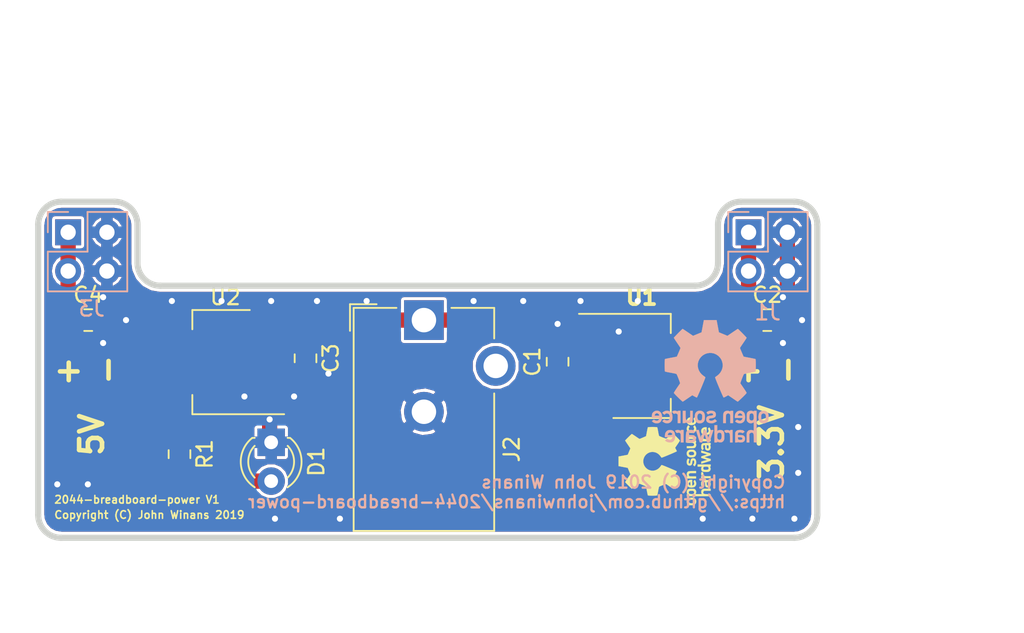
<source format=kicad_pcb>
(kicad_pcb (version 20171130) (host pcbnew 5.0.2-bee76a0~70~ubuntu18.04.1)

  (general
    (thickness 1.6)
    (drawings 28)
    (tracks 70)
    (zones 0)
    (modules 13)
    (nets 6)
  )

  (page A4)
  (title_block
    (date 2019-02-09)
    (rev 1)
  )

  (layers
    (0 F.Cu signal)
    (31 B.Cu signal)
    (32 B.Adhes user)
    (33 F.Adhes user)
    (34 B.Paste user)
    (35 F.Paste user)
    (36 B.SilkS user)
    (37 F.SilkS user)
    (38 B.Mask user)
    (39 F.Mask user)
    (40 Dwgs.User user)
    (41 Cmts.User user)
    (42 Eco1.User user)
    (43 Eco2.User user)
    (44 Edge.Cuts user)
    (45 Margin user)
    (46 B.CrtYd user)
    (47 F.CrtYd user)
    (48 B.Fab user)
    (49 F.Fab user)
  )

  (setup
    (last_trace_width 0.1524)
    (trace_clearance 0.1524)
    (zone_clearance 0.2)
    (zone_45_only no)
    (trace_min 0.1524)
    (segment_width 0.2)
    (edge_width 0.4)
    (via_size 0.8)
    (via_drill 0.4)
    (via_min_size 0.4)
    (via_min_drill 0.3)
    (uvia_size 0.3)
    (uvia_drill 0.1)
    (uvias_allowed no)
    (uvia_min_size 0.2)
    (uvia_min_drill 0.1)
    (pcb_text_width 0.3)
    (pcb_text_size 1.5 1.5)
    (mod_edge_width 0.15)
    (mod_text_size 1 1)
    (mod_text_width 0.15)
    (pad_size 1.524 1.524)
    (pad_drill 0.762)
    (pad_to_mask_clearance 0.0762)
    (solder_mask_min_width 0.25)
    (aux_axis_origin 0 0)
    (visible_elements FFFFFF7F)
    (pcbplotparams
      (layerselection 0x010fc_ffffffff)
      (usegerberextensions false)
      (usegerberattributes false)
      (usegerberadvancedattributes false)
      (creategerberjobfile false)
      (excludeedgelayer true)
      (linewidth 0.100000)
      (plotframeref false)
      (viasonmask false)
      (mode 1)
      (useauxorigin false)
      (hpglpennumber 1)
      (hpglpenspeed 20)
      (hpglpendiameter 15.000000)
      (psnegative false)
      (psa4output false)
      (plotreference true)
      (plotvalue true)
      (plotinvisibletext false)
      (padsonsilk false)
      (subtractmaskfromsilk false)
      (outputformat 1)
      (mirror false)
      (drillshape 1)
      (scaleselection 1)
      (outputdirectory ""))
  )

  (net 0 "")
  (net 1 "Net-(C1-Pad1)")
  (net 2 GND)
  (net 3 "Net-(C2-Pad1)")
  (net 4 "Net-(C4-Pad1)")
  (net 5 "Net-(D1-Pad2)")

  (net_class Default "This is the default net class."
    (clearance 0.1524)
    (trace_width 0.1524)
    (via_dia 0.8)
    (via_drill 0.4)
    (uvia_dia 0.3)
    (uvia_drill 0.1)
    (add_net GND)
    (add_net "Net-(C1-Pad1)")
    (add_net "Net-(C2-Pad1)")
    (add_net "Net-(C4-Pad1)")
    (add_net "Net-(D1-Pad2)")
  )

  (module Capacitor_SMD:C_0805_2012Metric_Pad1.15x1.40mm_HandSolder (layer F.Cu) (tedit 5B36C52B) (tstamp 5C8BD843)
    (at 149.5 71.475 90)
    (descr "Capacitor SMD 0805 (2012 Metric), square (rectangular) end terminal, IPC_7351 nominal with elongated pad for handsoldering. (Body size source: https://docs.google.com/spreadsheets/d/1BsfQQcO9C6DZCsRaXUlFlo91Tg2WpOkGARC1WS5S8t0/edit?usp=sharing), generated with kicad-footprint-generator")
    (tags "capacitor handsolder")
    (path /5C5C6E09)
    (attr smd)
    (fp_text reference C1 (at 0 -1.65 90) (layer F.SilkS)
      (effects (font (size 1 1) (thickness 0.15)))
    )
    (fp_text value 10uF (at 0 1.65 90) (layer F.Fab)
      (effects (font (size 1 1) (thickness 0.15)))
    )
    (fp_line (start -1 0.6) (end -1 -0.6) (layer F.Fab) (width 0.1))
    (fp_line (start -1 -0.6) (end 1 -0.6) (layer F.Fab) (width 0.1))
    (fp_line (start 1 -0.6) (end 1 0.6) (layer F.Fab) (width 0.1))
    (fp_line (start 1 0.6) (end -1 0.6) (layer F.Fab) (width 0.1))
    (fp_line (start -0.261252 -0.71) (end 0.261252 -0.71) (layer F.SilkS) (width 0.12))
    (fp_line (start -0.261252 0.71) (end 0.261252 0.71) (layer F.SilkS) (width 0.12))
    (fp_line (start -1.85 0.95) (end -1.85 -0.95) (layer F.CrtYd) (width 0.05))
    (fp_line (start -1.85 -0.95) (end 1.85 -0.95) (layer F.CrtYd) (width 0.05))
    (fp_line (start 1.85 -0.95) (end 1.85 0.95) (layer F.CrtYd) (width 0.05))
    (fp_line (start 1.85 0.95) (end -1.85 0.95) (layer F.CrtYd) (width 0.05))
    (fp_text user %R (at 0 0 90) (layer F.Fab)
      (effects (font (size 0.5 0.5) (thickness 0.08)))
    )
    (pad 1 smd roundrect (at -1.025 0 90) (size 1.15 1.4) (layers F.Cu F.Paste F.Mask) (roundrect_rratio 0.217391)
      (net 1 "Net-(C1-Pad1)"))
    (pad 2 smd roundrect (at 1.025 0 90) (size 1.15 1.4) (layers F.Cu F.Paste F.Mask) (roundrect_rratio 0.217391)
      (net 2 GND))
    (model ${KISYS3DMOD}/Capacitor_SMD.3dshapes/C_0805_2012Metric.wrl
      (at (xyz 0 0 0))
      (scale (xyz 1 1 1))
      (rotate (xyz 0 0 0))
    )
  )

  (module Capacitor_SMD:C_0805_2012Metric_Pad1.15x1.40mm_HandSolder (layer F.Cu) (tedit 5B36C52B) (tstamp 5C8BE649)
    (at 163.225 68.75)
    (descr "Capacitor SMD 0805 (2012 Metric), square (rectangular) end terminal, IPC_7351 nominal with elongated pad for handsoldering. (Body size source: https://docs.google.com/spreadsheets/d/1BsfQQcO9C6DZCsRaXUlFlo91Tg2WpOkGARC1WS5S8t0/edit?usp=sharing), generated with kicad-footprint-generator")
    (tags "capacitor handsolder")
    (path /5C5C7145)
    (attr smd)
    (fp_text reference C2 (at 0 -1.65) (layer F.SilkS)
      (effects (font (size 1 1) (thickness 0.15)))
    )
    (fp_text value 22uF (at 0 1.65) (layer F.Fab)
      (effects (font (size 1 1) (thickness 0.15)))
    )
    (fp_line (start -1 0.6) (end -1 -0.6) (layer F.Fab) (width 0.1))
    (fp_line (start -1 -0.6) (end 1 -0.6) (layer F.Fab) (width 0.1))
    (fp_line (start 1 -0.6) (end 1 0.6) (layer F.Fab) (width 0.1))
    (fp_line (start 1 0.6) (end -1 0.6) (layer F.Fab) (width 0.1))
    (fp_line (start -0.261252 -0.71) (end 0.261252 -0.71) (layer F.SilkS) (width 0.12))
    (fp_line (start -0.261252 0.71) (end 0.261252 0.71) (layer F.SilkS) (width 0.12))
    (fp_line (start -1.85 0.95) (end -1.85 -0.95) (layer F.CrtYd) (width 0.05))
    (fp_line (start -1.85 -0.95) (end 1.85 -0.95) (layer F.CrtYd) (width 0.05))
    (fp_line (start 1.85 -0.95) (end 1.85 0.95) (layer F.CrtYd) (width 0.05))
    (fp_line (start 1.85 0.95) (end -1.85 0.95) (layer F.CrtYd) (width 0.05))
    (fp_text user %R (at 0 0) (layer F.Fab)
      (effects (font (size 0.5 0.5) (thickness 0.08)))
    )
    (pad 1 smd roundrect (at -1.025 0) (size 1.15 1.4) (layers F.Cu F.Paste F.Mask) (roundrect_rratio 0.217391)
      (net 3 "Net-(C2-Pad1)"))
    (pad 2 smd roundrect (at 1.025 0) (size 1.15 1.4) (layers F.Cu F.Paste F.Mask) (roundrect_rratio 0.217391)
      (net 2 GND))
    (model ${KISYS3DMOD}/Capacitor_SMD.3dshapes/C_0805_2012Metric.wrl
      (at (xyz 0 0 0))
      (scale (xyz 1 1 1))
      (rotate (xyz 0 0 0))
    )
  )

  (module Capacitor_SMD:C_0805_2012Metric_Pad1.15x1.40mm_HandSolder (layer F.Cu) (tedit 5B36C52B) (tstamp 5C8BD865)
    (at 133 71.25 270)
    (descr "Capacitor SMD 0805 (2012 Metric), square (rectangular) end terminal, IPC_7351 nominal with elongated pad for handsoldering. (Body size source: https://docs.google.com/spreadsheets/d/1BsfQQcO9C6DZCsRaXUlFlo91Tg2WpOkGARC1WS5S8t0/edit?usp=sharing), generated with kicad-footprint-generator")
    (tags "capacitor handsolder")
    (path /5C5C70A3)
    (attr smd)
    (fp_text reference C3 (at 0 -1.65 270) (layer F.SilkS)
      (effects (font (size 1 1) (thickness 0.15)))
    )
    (fp_text value 10uF (at 0 1.65 270) (layer F.Fab)
      (effects (font (size 1 1) (thickness 0.15)))
    )
    (fp_text user %R (at 0 0 270) (layer F.Fab)
      (effects (font (size 0.5 0.5) (thickness 0.08)))
    )
    (fp_line (start 1.85 0.95) (end -1.85 0.95) (layer F.CrtYd) (width 0.05))
    (fp_line (start 1.85 -0.95) (end 1.85 0.95) (layer F.CrtYd) (width 0.05))
    (fp_line (start -1.85 -0.95) (end 1.85 -0.95) (layer F.CrtYd) (width 0.05))
    (fp_line (start -1.85 0.95) (end -1.85 -0.95) (layer F.CrtYd) (width 0.05))
    (fp_line (start -0.261252 0.71) (end 0.261252 0.71) (layer F.SilkS) (width 0.12))
    (fp_line (start -0.261252 -0.71) (end 0.261252 -0.71) (layer F.SilkS) (width 0.12))
    (fp_line (start 1 0.6) (end -1 0.6) (layer F.Fab) (width 0.1))
    (fp_line (start 1 -0.6) (end 1 0.6) (layer F.Fab) (width 0.1))
    (fp_line (start -1 -0.6) (end 1 -0.6) (layer F.Fab) (width 0.1))
    (fp_line (start -1 0.6) (end -1 -0.6) (layer F.Fab) (width 0.1))
    (pad 2 smd roundrect (at 1.025 0 270) (size 1.15 1.4) (layers F.Cu F.Paste F.Mask) (roundrect_rratio 0.217391)
      (net 2 GND))
    (pad 1 smd roundrect (at -1.025 0 270) (size 1.15 1.4) (layers F.Cu F.Paste F.Mask) (roundrect_rratio 0.217391)
      (net 1 "Net-(C1-Pad1)"))
    (model ${KISYS3DMOD}/Capacitor_SMD.3dshapes/C_0805_2012Metric.wrl
      (at (xyz 0 0 0))
      (scale (xyz 1 1 1))
      (rotate (xyz 0 0 0))
    )
  )

  (module Capacitor_SMD:C_0805_2012Metric_Pad1.15x1.40mm_HandSolder (layer F.Cu) (tedit 5B36C52B) (tstamp 5C8BD876)
    (at 118.775 68.75)
    (descr "Capacitor SMD 0805 (2012 Metric), square (rectangular) end terminal, IPC_7351 nominal with elongated pad for handsoldering. (Body size source: https://docs.google.com/spreadsheets/d/1BsfQQcO9C6DZCsRaXUlFlo91Tg2WpOkGARC1WS5S8t0/edit?usp=sharing), generated with kicad-footprint-generator")
    (tags "capacitor handsolder")
    (path /5C5C7213)
    (attr smd)
    (fp_text reference C4 (at 0 -1.65) (layer F.SilkS)
      (effects (font (size 1 1) (thickness 0.15)))
    )
    (fp_text value 22uF (at 0 1.65) (layer F.Fab)
      (effects (font (size 1 1) (thickness 0.15)))
    )
    (fp_text user %R (at 0 0) (layer F.Fab)
      (effects (font (size 0.5 0.5) (thickness 0.08)))
    )
    (fp_line (start 1.85 0.95) (end -1.85 0.95) (layer F.CrtYd) (width 0.05))
    (fp_line (start 1.85 -0.95) (end 1.85 0.95) (layer F.CrtYd) (width 0.05))
    (fp_line (start -1.85 -0.95) (end 1.85 -0.95) (layer F.CrtYd) (width 0.05))
    (fp_line (start -1.85 0.95) (end -1.85 -0.95) (layer F.CrtYd) (width 0.05))
    (fp_line (start -0.261252 0.71) (end 0.261252 0.71) (layer F.SilkS) (width 0.12))
    (fp_line (start -0.261252 -0.71) (end 0.261252 -0.71) (layer F.SilkS) (width 0.12))
    (fp_line (start 1 0.6) (end -1 0.6) (layer F.Fab) (width 0.1))
    (fp_line (start 1 -0.6) (end 1 0.6) (layer F.Fab) (width 0.1))
    (fp_line (start -1 -0.6) (end 1 -0.6) (layer F.Fab) (width 0.1))
    (fp_line (start -1 0.6) (end -1 -0.6) (layer F.Fab) (width 0.1))
    (pad 2 smd roundrect (at 1.025 0) (size 1.15 1.4) (layers F.Cu F.Paste F.Mask) (roundrect_rratio 0.217391)
      (net 2 GND))
    (pad 1 smd roundrect (at -1.025 0) (size 1.15 1.4) (layers F.Cu F.Paste F.Mask) (roundrect_rratio 0.217391)
      (net 4 "Net-(C4-Pad1)"))
    (model ${KISYS3DMOD}/Capacitor_SMD.3dshapes/C_0805_2012Metric.wrl
      (at (xyz 0 0 0))
      (scale (xyz 1 1 1))
      (rotate (xyz 0 0 0))
    )
  )

  (module LED_THT:LED_D3.0mm (layer F.Cu) (tedit 587A3A7B) (tstamp 5C8BD889)
    (at 130.75 76.75 270)
    (descr "LED, diameter 3.0mm, 2 pins")
    (tags "LED diameter 3.0mm 2 pins")
    (path /5C5C7CC1)
    (fp_text reference D1 (at 1.27 -2.96 270) (layer F.SilkS)
      (effects (font (size 1 1) (thickness 0.15)))
    )
    (fp_text value LED_ALT (at 1.27 2.96 270) (layer F.Fab)
      (effects (font (size 1 1) (thickness 0.15)))
    )
    (fp_arc (start 1.27 0) (end -0.23 -1.16619) (angle 284.3) (layer F.Fab) (width 0.1))
    (fp_arc (start 1.27 0) (end -0.29 -1.235516) (angle 108.8) (layer F.SilkS) (width 0.12))
    (fp_arc (start 1.27 0) (end -0.29 1.235516) (angle -108.8) (layer F.SilkS) (width 0.12))
    (fp_arc (start 1.27 0) (end 0.229039 -1.08) (angle 87.9) (layer F.SilkS) (width 0.12))
    (fp_arc (start 1.27 0) (end 0.229039 1.08) (angle -87.9) (layer F.SilkS) (width 0.12))
    (fp_circle (center 1.27 0) (end 2.77 0) (layer F.Fab) (width 0.1))
    (fp_line (start -0.23 -1.16619) (end -0.23 1.16619) (layer F.Fab) (width 0.1))
    (fp_line (start -0.29 -1.236) (end -0.29 -1.08) (layer F.SilkS) (width 0.12))
    (fp_line (start -0.29 1.08) (end -0.29 1.236) (layer F.SilkS) (width 0.12))
    (fp_line (start -1.15 -2.25) (end -1.15 2.25) (layer F.CrtYd) (width 0.05))
    (fp_line (start -1.15 2.25) (end 3.7 2.25) (layer F.CrtYd) (width 0.05))
    (fp_line (start 3.7 2.25) (end 3.7 -2.25) (layer F.CrtYd) (width 0.05))
    (fp_line (start 3.7 -2.25) (end -1.15 -2.25) (layer F.CrtYd) (width 0.05))
    (pad 1 thru_hole rect (at 0 0 270) (size 1.8 1.8) (drill 0.9) (layers *.Cu *.Mask)
      (net 2 GND))
    (pad 2 thru_hole circle (at 2.54 0 270) (size 1.8 1.8) (drill 0.9) (layers *.Cu *.Mask)
      (net 5 "Net-(D1-Pad2)"))
    (model ${KISYS3DMOD}/LED_THT.3dshapes/LED_D3.0mm.wrl
      (at (xyz 0 0 0))
      (scale (xyz 1 1 1))
      (rotate (xyz 0 0 0))
    )
  )

  (module Connector_PinHeader_2.54mm:PinHeader_2x02_P2.54mm_Vertical locked (layer B.Cu) (tedit 59FED5CC) (tstamp 5C8BE960)
    (at 162 63 270)
    (descr "Through hole straight pin header, 2x02, 2.54mm pitch, double rows")
    (tags "Through hole pin header THT 2x02 2.54mm double row")
    (path /5C5C8833)
    (fp_text reference J1 (at 5.25 -1.25) (layer B.SilkS)
      (effects (font (size 1 1) (thickness 0.15)) (justify mirror))
    )
    (fp_text value Conn_02x02_Odd_Even (at 1.27 -4.87 270) (layer B.Fab)
      (effects (font (size 1 1) (thickness 0.15)) (justify mirror))
    )
    (fp_line (start 0 1.27) (end 3.81 1.27) (layer B.Fab) (width 0.1))
    (fp_line (start 3.81 1.27) (end 3.81 -3.81) (layer B.Fab) (width 0.1))
    (fp_line (start 3.81 -3.81) (end -1.27 -3.81) (layer B.Fab) (width 0.1))
    (fp_line (start -1.27 -3.81) (end -1.27 0) (layer B.Fab) (width 0.1))
    (fp_line (start -1.27 0) (end 0 1.27) (layer B.Fab) (width 0.1))
    (fp_line (start -1.33 -3.87) (end 3.87 -3.87) (layer B.SilkS) (width 0.12))
    (fp_line (start -1.33 -1.27) (end -1.33 -3.87) (layer B.SilkS) (width 0.12))
    (fp_line (start 3.87 1.33) (end 3.87 -3.87) (layer B.SilkS) (width 0.12))
    (fp_line (start -1.33 -1.27) (end 1.27 -1.27) (layer B.SilkS) (width 0.12))
    (fp_line (start 1.27 -1.27) (end 1.27 1.33) (layer B.SilkS) (width 0.12))
    (fp_line (start 1.27 1.33) (end 3.87 1.33) (layer B.SilkS) (width 0.12))
    (fp_line (start -1.33 0) (end -1.33 1.33) (layer B.SilkS) (width 0.12))
    (fp_line (start -1.33 1.33) (end 0 1.33) (layer B.SilkS) (width 0.12))
    (fp_line (start -1.8 1.8) (end -1.8 -4.35) (layer B.CrtYd) (width 0.05))
    (fp_line (start -1.8 -4.35) (end 4.35 -4.35) (layer B.CrtYd) (width 0.05))
    (fp_line (start 4.35 -4.35) (end 4.35 1.8) (layer B.CrtYd) (width 0.05))
    (fp_line (start 4.35 1.8) (end -1.8 1.8) (layer B.CrtYd) (width 0.05))
    (fp_text user %R (at 1.27 -1.27 180) (layer B.Fab)
      (effects (font (size 1 1) (thickness 0.15)) (justify mirror))
    )
    (pad 1 thru_hole rect (at 0 0 270) (size 1.7 1.7) (drill 1) (layers *.Cu *.Mask)
      (net 3 "Net-(C2-Pad1)"))
    (pad 2 thru_hole oval (at 2.54 0 270) (size 1.7 1.7) (drill 1) (layers *.Cu *.Mask)
      (net 3 "Net-(C2-Pad1)"))
    (pad 3 thru_hole oval (at 0 -2.54 270) (size 1.7 1.7) (drill 1) (layers *.Cu *.Mask)
      (net 2 GND))
    (pad 4 thru_hole oval (at 2.54 -2.54 270) (size 1.7 1.7) (drill 1) (layers *.Cu *.Mask)
      (net 2 GND))
    (model ${KISYS3DMOD}/Connector_PinHeader_2.54mm.3dshapes/PinHeader_2x02_P2.54mm_Vertical.wrl
      (at (xyz 0 0 0))
      (scale (xyz 1 1 1))
      (rotate (xyz 0 0 0))
    )
  )

  (module Connector_BarrelJack:BarrelJack_CUI_PJ-102AH_Horizontal (layer F.Cu) (tedit 5A1DBF38) (tstamp 5C8BD8C5)
    (at 140.75 68.75)
    (descr "Thin-pin DC Barrel Jack, https://cdn-shop.adafruit.com/datasheets/21mmdcjackDatasheet.pdf")
    (tags "Power Jack")
    (path /5C5C67B4)
    (fp_text reference J2 (at 5.75 8.45 90) (layer F.SilkS)
      (effects (font (size 1 1) (thickness 0.15)))
    )
    (fp_text value " PJ-102AH " (at -5.5 6.2 90) (layer F.Fab)
      (effects (font (size 1 1) (thickness 0.15)))
    )
    (fp_text user %R (at 0 6.5) (layer F.Fab)
      (effects (font (size 1 1) (thickness 0.15)))
    )
    (fp_line (start 1.8 -1.8) (end 1.8 -1.2) (layer F.CrtYd) (width 0.05))
    (fp_line (start 1.8 -1.2) (end 5 -1.2) (layer F.CrtYd) (width 0.05))
    (fp_line (start 5 -1.2) (end 5 1.2) (layer F.CrtYd) (width 0.05))
    (fp_line (start 5 1.2) (end 6.5 1.2) (layer F.CrtYd) (width 0.05))
    (fp_line (start 6.5 1.2) (end 6.5 4.8) (layer F.CrtYd) (width 0.05))
    (fp_line (start 6.5 4.8) (end 5 4.8) (layer F.CrtYd) (width 0.05))
    (fp_line (start 5 4.8) (end 5 14.2) (layer F.CrtYd) (width 0.05))
    (fp_line (start 5 14.2) (end -5 14.2) (layer F.CrtYd) (width 0.05))
    (fp_line (start -5 14.2) (end -5 -1.2) (layer F.CrtYd) (width 0.05))
    (fp_line (start -5 -1.2) (end -1.8 -1.2) (layer F.CrtYd) (width 0.05))
    (fp_line (start -1.8 -1.2) (end -1.8 -1.8) (layer F.CrtYd) (width 0.05))
    (fp_line (start -1.8 -1.8) (end 1.8 -1.8) (layer F.CrtYd) (width 0.05))
    (fp_line (start 4.6 4.8) (end 4.6 13.8) (layer F.SilkS) (width 0.12))
    (fp_line (start 4.6 13.8) (end -4.6 13.8) (layer F.SilkS) (width 0.12))
    (fp_line (start -4.6 13.8) (end -4.6 -0.8) (layer F.SilkS) (width 0.12))
    (fp_line (start -4.6 -0.8) (end -1.8 -0.8) (layer F.SilkS) (width 0.12))
    (fp_line (start 1.8 -0.8) (end 4.6 -0.8) (layer F.SilkS) (width 0.12))
    (fp_line (start 4.6 -0.8) (end 4.6 1.2) (layer F.SilkS) (width 0.12))
    (fp_line (start -4.84 0.7) (end -4.84 -1.04) (layer F.SilkS) (width 0.12))
    (fp_line (start -4.84 -1.04) (end -3.1 -1.04) (layer F.SilkS) (width 0.12))
    (fp_line (start 4.5 -0.7) (end 4.5 13.7) (layer F.Fab) (width 0.1))
    (fp_line (start 4.5 13.7) (end -4.5 13.7) (layer F.Fab) (width 0.1))
    (fp_line (start -4.5 13.7) (end -4.5 0.3) (layer F.Fab) (width 0.1))
    (fp_line (start -4.5 0.3) (end -3.5 -0.7) (layer F.Fab) (width 0.1))
    (fp_line (start -3.5 -0.7) (end 4.5 -0.7) (layer F.Fab) (width 0.1))
    (fp_line (start -4.5 10.2) (end 4.5 10.2) (layer F.Fab) (width 0.1))
    (pad 1 thru_hole rect (at 0 0) (size 2.6 2.6) (drill 1.6) (layers *.Cu *.Mask)
      (net 1 "Net-(C1-Pad1)"))
    (pad 2 thru_hole circle (at 0 6) (size 2.6 2.6) (drill 1.6) (layers *.Cu *.Mask)
      (net 2 GND))
    (pad 3 thru_hole circle (at 4.7 3) (size 2.6 2.6) (drill 1.6) (layers *.Cu *.Mask))
    (model ${KISYS3DMOD}/Connector_BarrelJack.3dshapes/BarrelJack_CUI_PJ-102AH_Horizontal.wrl
      (at (xyz 0 0 0))
      (scale (xyz 1 1 1))
      (rotate (xyz 0 0 0))
    )
  )

  (module Connector_PinHeader_2.54mm:PinHeader_2x02_P2.54mm_Vertical locked (layer B.Cu) (tedit 59FED5CC) (tstamp 5C8BEA15)
    (at 117.46 63 270)
    (descr "Through hole straight pin header, 2x02, 2.54mm pitch, double rows")
    (tags "Through hole pin header THT 2x02 2.54mm double row")
    (path /5C5C8979)
    (fp_text reference J3 (at 5 -1.54 180) (layer B.SilkS)
      (effects (font (size 1 1) (thickness 0.15)) (justify mirror))
    )
    (fp_text value Conn_02x02_Odd_Even (at 1.27 -4.87 270) (layer B.Fab)
      (effects (font (size 1 1) (thickness 0.15)) (justify mirror))
    )
    (fp_text user %R (at 1.27 -1.27 180) (layer B.Fab)
      (effects (font (size 1 1) (thickness 0.15)) (justify mirror))
    )
    (fp_line (start 4.35 1.8) (end -1.8 1.8) (layer B.CrtYd) (width 0.05))
    (fp_line (start 4.35 -4.35) (end 4.35 1.8) (layer B.CrtYd) (width 0.05))
    (fp_line (start -1.8 -4.35) (end 4.35 -4.35) (layer B.CrtYd) (width 0.05))
    (fp_line (start -1.8 1.8) (end -1.8 -4.35) (layer B.CrtYd) (width 0.05))
    (fp_line (start -1.33 1.33) (end 0 1.33) (layer B.SilkS) (width 0.12))
    (fp_line (start -1.33 0) (end -1.33 1.33) (layer B.SilkS) (width 0.12))
    (fp_line (start 1.27 1.33) (end 3.87 1.33) (layer B.SilkS) (width 0.12))
    (fp_line (start 1.27 -1.27) (end 1.27 1.33) (layer B.SilkS) (width 0.12))
    (fp_line (start -1.33 -1.27) (end 1.27 -1.27) (layer B.SilkS) (width 0.12))
    (fp_line (start 3.87 1.33) (end 3.87 -3.87) (layer B.SilkS) (width 0.12))
    (fp_line (start -1.33 -1.27) (end -1.33 -3.87) (layer B.SilkS) (width 0.12))
    (fp_line (start -1.33 -3.87) (end 3.87 -3.87) (layer B.SilkS) (width 0.12))
    (fp_line (start -1.27 0) (end 0 1.27) (layer B.Fab) (width 0.1))
    (fp_line (start -1.27 -3.81) (end -1.27 0) (layer B.Fab) (width 0.1))
    (fp_line (start 3.81 -3.81) (end -1.27 -3.81) (layer B.Fab) (width 0.1))
    (fp_line (start 3.81 1.27) (end 3.81 -3.81) (layer B.Fab) (width 0.1))
    (fp_line (start 0 1.27) (end 3.81 1.27) (layer B.Fab) (width 0.1))
    (pad 4 thru_hole oval (at 2.54 -2.54 270) (size 1.7 1.7) (drill 1) (layers *.Cu *.Mask)
      (net 2 GND))
    (pad 3 thru_hole oval (at 0 -2.54 270) (size 1.7 1.7) (drill 1) (layers *.Cu *.Mask)
      (net 2 GND))
    (pad 2 thru_hole oval (at 2.54 0 270) (size 1.7 1.7) (drill 1) (layers *.Cu *.Mask)
      (net 4 "Net-(C4-Pad1)"))
    (pad 1 thru_hole rect (at 0 0 270) (size 1.7 1.7) (drill 1) (layers *.Cu *.Mask)
      (net 4 "Net-(C4-Pad1)"))
    (model ${KISYS3DMOD}/Connector_PinHeader_2.54mm.3dshapes/PinHeader_2x02_P2.54mm_Vertical.wrl
      (at (xyz 0 0 0))
      (scale (xyz 1 1 1))
      (rotate (xyz 0 0 0))
    )
  )

  (module Resistor_SMD:R_0805_2012Metric_Pad1.15x1.40mm_HandSolder (layer F.Cu) (tedit 5B36C52B) (tstamp 5C8BD8F0)
    (at 124.75 77.525 270)
    (descr "Resistor SMD 0805 (2012 Metric), square (rectangular) end terminal, IPC_7351 nominal with elongated pad for handsoldering. (Body size source: https://docs.google.com/spreadsheets/d/1BsfQQcO9C6DZCsRaXUlFlo91Tg2WpOkGARC1WS5S8t0/edit?usp=sharing), generated with kicad-footprint-generator")
    (tags "resistor handsolder")
    (path /5C5C7E2C)
    (attr smd)
    (fp_text reference R1 (at 0 -1.65 270) (layer F.SilkS)
      (effects (font (size 1 1) (thickness 0.15)))
    )
    (fp_text value 1K (at 0 1.65 270) (layer F.Fab)
      (effects (font (size 1 1) (thickness 0.15)))
    )
    (fp_line (start -1 0.6) (end -1 -0.6) (layer F.Fab) (width 0.1))
    (fp_line (start -1 -0.6) (end 1 -0.6) (layer F.Fab) (width 0.1))
    (fp_line (start 1 -0.6) (end 1 0.6) (layer F.Fab) (width 0.1))
    (fp_line (start 1 0.6) (end -1 0.6) (layer F.Fab) (width 0.1))
    (fp_line (start -0.261252 -0.71) (end 0.261252 -0.71) (layer F.SilkS) (width 0.12))
    (fp_line (start -0.261252 0.71) (end 0.261252 0.71) (layer F.SilkS) (width 0.12))
    (fp_line (start -1.85 0.95) (end -1.85 -0.95) (layer F.CrtYd) (width 0.05))
    (fp_line (start -1.85 -0.95) (end 1.85 -0.95) (layer F.CrtYd) (width 0.05))
    (fp_line (start 1.85 -0.95) (end 1.85 0.95) (layer F.CrtYd) (width 0.05))
    (fp_line (start 1.85 0.95) (end -1.85 0.95) (layer F.CrtYd) (width 0.05))
    (fp_text user %R (at 0 0 270) (layer F.Fab)
      (effects (font (size 0.5 0.5) (thickness 0.08)))
    )
    (pad 1 smd roundrect (at -1.025 0 270) (size 1.15 1.4) (layers F.Cu F.Paste F.Mask) (roundrect_rratio 0.217391)
      (net 4 "Net-(C4-Pad1)"))
    (pad 2 smd roundrect (at 1.025 0 270) (size 1.15 1.4) (layers F.Cu F.Paste F.Mask) (roundrect_rratio 0.217391)
      (net 5 "Net-(D1-Pad2)"))
    (model ${KISYS3DMOD}/Resistor_SMD.3dshapes/R_0805_2012Metric.wrl
      (at (xyz 0 0 0))
      (scale (xyz 1 1 1))
      (rotate (xyz 0 0 0))
    )
  )

  (module Package_TO_SOT_SMD:SOT-223-3_TabPin2 (layer F.Cu) (tedit 5C5EF0BC) (tstamp 5C8BD906)
    (at 155 71.75)
    (descr "module CMS SOT223 4 pins")
    (tags "CMS SOT")
    (path /5C5C6AB5)
    (attr smd)
    (fp_text reference U1 (at 0 -4.5) (layer F.SilkS)
      (effects (font (size 1 1) (thickness 0.25)))
    )
    (fp_text value " AZ1117CH-3.3TRG1" (at 0 4.5) (layer F.Fab)
      (effects (font (size 1 1) (thickness 0.15)))
    )
    (fp_text user %R (at 0 0 90) (layer F.Fab)
      (effects (font (size 0.8 0.8) (thickness 0.12)))
    )
    (fp_line (start 1.91 3.41) (end 1.91 2.15) (layer F.SilkS) (width 0.12))
    (fp_line (start 1.91 -3.41) (end 1.91 -2.15) (layer F.SilkS) (width 0.12))
    (fp_line (start 4.4 -3.6) (end -4.4 -3.6) (layer F.CrtYd) (width 0.05))
    (fp_line (start 4.4 3.6) (end 4.4 -3.6) (layer F.CrtYd) (width 0.05))
    (fp_line (start -4.4 3.6) (end 4.4 3.6) (layer F.CrtYd) (width 0.05))
    (fp_line (start -4.4 -3.6) (end -4.4 3.6) (layer F.CrtYd) (width 0.05))
    (fp_line (start -1.85 -2.35) (end -0.85 -3.35) (layer F.Fab) (width 0.1))
    (fp_line (start -1.85 -2.35) (end -1.85 3.35) (layer F.Fab) (width 0.1))
    (fp_line (start -1.85 3.41) (end 1.91 3.41) (layer F.SilkS) (width 0.12))
    (fp_line (start -0.85 -3.35) (end 1.85 -3.35) (layer F.Fab) (width 0.1))
    (fp_line (start -4.1 -3.41) (end 1.91 -3.41) (layer F.SilkS) (width 0.12))
    (fp_line (start -1.85 3.35) (end 1.85 3.35) (layer F.Fab) (width 0.1))
    (fp_line (start 1.85 -3.35) (end 1.85 3.35) (layer F.Fab) (width 0.1))
    (pad 2 smd rect (at 3.15 0) (size 2 3.8) (layers F.Cu F.Paste F.Mask)
      (net 3 "Net-(C2-Pad1)"))
    (pad 2 smd rect (at -3.15 0) (size 2 1.5) (layers F.Cu F.Paste F.Mask)
      (net 3 "Net-(C2-Pad1)"))
    (pad 3 smd rect (at -3.15 2.3) (size 2 1.5) (layers F.Cu F.Paste F.Mask)
      (net 1 "Net-(C1-Pad1)"))
    (pad 1 smd rect (at -3.15 -2.3) (size 2 1.5) (layers F.Cu F.Paste F.Mask)
      (net 2 GND))
    (model ${KISYS3DMOD}/Package_TO_SOT_SMD.3dshapes/SOT-223.wrl
      (at (xyz 0 0 0))
      (scale (xyz 1 1 1))
      (rotate (xyz 0 0 0))
    )
  )

  (module Package_TO_SOT_SMD:SOT-223-3_TabPin2 (layer F.Cu) (tedit 5A02FF57) (tstamp 5C8BD91C)
    (at 127.5 71.5 180)
    (descr "module CMS SOT223 4 pins")
    (tags "CMS SOT")
    (path /5C5C6B99)
    (attr smd)
    (fp_text reference U2 (at -0.25 4.25 180) (layer F.SilkS)
      (effects (font (size 1 1) (thickness 0.15)))
    )
    (fp_text value " AZ1117CH-5.0TRG1" (at 0 4.5 180) (layer F.Fab)
      (effects (font (size 1 1) (thickness 0.15)))
    )
    (fp_line (start 1.85 -3.35) (end 1.85 3.35) (layer F.Fab) (width 0.1))
    (fp_line (start -1.85 3.35) (end 1.85 3.35) (layer F.Fab) (width 0.1))
    (fp_line (start -4.1 -3.41) (end 1.91 -3.41) (layer F.SilkS) (width 0.12))
    (fp_line (start -0.85 -3.35) (end 1.85 -3.35) (layer F.Fab) (width 0.1))
    (fp_line (start -1.85 3.41) (end 1.91 3.41) (layer F.SilkS) (width 0.12))
    (fp_line (start -1.85 -2.35) (end -1.85 3.35) (layer F.Fab) (width 0.1))
    (fp_line (start -1.85 -2.35) (end -0.85 -3.35) (layer F.Fab) (width 0.1))
    (fp_line (start -4.4 -3.6) (end -4.4 3.6) (layer F.CrtYd) (width 0.05))
    (fp_line (start -4.4 3.6) (end 4.4 3.6) (layer F.CrtYd) (width 0.05))
    (fp_line (start 4.4 3.6) (end 4.4 -3.6) (layer F.CrtYd) (width 0.05))
    (fp_line (start 4.4 -3.6) (end -4.4 -3.6) (layer F.CrtYd) (width 0.05))
    (fp_line (start 1.91 -3.41) (end 1.91 -2.15) (layer F.SilkS) (width 0.12))
    (fp_line (start 1.91 3.41) (end 1.91 2.15) (layer F.SilkS) (width 0.12))
    (fp_text user %R (at 0 0 270) (layer F.Fab)
      (effects (font (size 0.8 0.8) (thickness 0.12)))
    )
    (pad 1 smd rect (at -3.15 -2.3 180) (size 2 1.5) (layers F.Cu F.Paste F.Mask)
      (net 2 GND))
    (pad 3 smd rect (at -3.15 2.3 180) (size 2 1.5) (layers F.Cu F.Paste F.Mask)
      (net 1 "Net-(C1-Pad1)"))
    (pad 2 smd rect (at -3.15 0 180) (size 2 1.5) (layers F.Cu F.Paste F.Mask)
      (net 4 "Net-(C4-Pad1)"))
    (pad 2 smd rect (at 3.15 0 180) (size 2 3.8) (layers F.Cu F.Paste F.Mask)
      (net 4 "Net-(C4-Pad1)"))
    (model ${KISYS3DMOD}/Package_TO_SOT_SMD.3dshapes/SOT-223.wrl
      (at (xyz 0 0 0))
      (scale (xyz 1 1 1))
      (rotate (xyz 0 0 0))
    )
  )

  (module Symbol:OSHW-Logo_5.7x6mm_SilkScreen (layer F.Cu) (tedit 0) (tstamp 5C96AA91)
    (at 156.5 78 90)
    (descr "Open Source Hardware Logo")
    (tags "Logo OSHW")
    (attr virtual)
    (fp_text reference REF** (at 0 0 90) (layer F.SilkS) hide
      (effects (font (size 1 1) (thickness 0.15)))
    )
    (fp_text value OSHW-Logo_5.7x6mm_SilkScreen (at 0.75 0 90) (layer F.Fab) hide
      (effects (font (size 1 1) (thickness 0.15)))
    )
    (fp_poly (pts (xy 0.376964 -2.709982) (xy 0.433812 -2.40843) (xy 0.853338 -2.235488) (xy 1.104984 -2.406605)
      (xy 1.175458 -2.45425) (xy 1.239163 -2.49679) (xy 1.293126 -2.532285) (xy 1.334373 -2.55879)
      (xy 1.359934 -2.574364) (xy 1.366895 -2.577722) (xy 1.379435 -2.569086) (xy 1.406231 -2.545208)
      (xy 1.44428 -2.509141) (xy 1.490579 -2.463933) (xy 1.542123 -2.412636) (xy 1.595909 -2.358299)
      (xy 1.648935 -2.303972) (xy 1.698195 -2.252705) (xy 1.740687 -2.207549) (xy 1.773407 -2.171554)
      (xy 1.793351 -2.14777) (xy 1.798119 -2.13981) (xy 1.791257 -2.125135) (xy 1.77202 -2.092986)
      (xy 1.74243 -2.046508) (xy 1.70451 -1.988844) (xy 1.660282 -1.92314) (xy 1.634654 -1.885664)
      (xy 1.587941 -1.817232) (xy 1.546432 -1.75548) (xy 1.51214 -1.703481) (xy 1.48708 -1.664308)
      (xy 1.473264 -1.641035) (xy 1.471188 -1.636145) (xy 1.475895 -1.622245) (xy 1.488723 -1.58985)
      (xy 1.507738 -1.543515) (xy 1.531003 -1.487794) (xy 1.556584 -1.427242) (xy 1.582545 -1.366414)
      (xy 1.60695 -1.309864) (xy 1.627863 -1.262148) (xy 1.643349 -1.227819) (xy 1.651472 -1.211432)
      (xy 1.651952 -1.210788) (xy 1.664707 -1.207659) (xy 1.698677 -1.200679) (xy 1.75034 -1.190533)
      (xy 1.816176 -1.177908) (xy 1.892664 -1.163491) (xy 1.93729 -1.155177) (xy 2.019021 -1.139616)
      (xy 2.092843 -1.124808) (xy 2.155021 -1.111564) (xy 2.201822 -1.100695) (xy 2.229509 -1.093011)
      (xy 2.235074 -1.090573) (xy 2.240526 -1.07407) (xy 2.244924 -1.0368) (xy 2.248272 -0.98312)
      (xy 2.250574 -0.917388) (xy 2.251832 -0.843963) (xy 2.252048 -0.767204) (xy 2.251227 -0.691468)
      (xy 2.249371 -0.621114) (xy 2.246482 -0.5605) (xy 2.242565 -0.513984) (xy 2.237622 -0.485925)
      (xy 2.234657 -0.480084) (xy 2.216934 -0.473083) (xy 2.179381 -0.463073) (xy 2.126964 -0.451231)
      (xy 2.064652 -0.438733) (xy 2.0429 -0.43469) (xy 1.938024 -0.41548) (xy 1.85518 -0.400009)
      (xy 1.79163 -0.387663) (xy 1.744637 -0.377827) (xy 1.711463 -0.369886) (xy 1.689371 -0.363224)
      (xy 1.675624 -0.357227) (xy 1.667484 -0.351281) (xy 1.666345 -0.350106) (xy 1.654977 -0.331174)
      (xy 1.637635 -0.294331) (xy 1.61605 -0.244087) (xy 1.591954 -0.184954) (xy 1.567079 -0.121444)
      (xy 1.543157 -0.058068) (xy 1.521919 0.000662) (xy 1.505097 0.050235) (xy 1.494422 0.086139)
      (xy 1.491627 0.103862) (xy 1.49186 0.104483) (xy 1.501331 0.11897) (xy 1.522818 0.150844)
      (xy 1.554063 0.196789) (xy 1.592807 0.253485) (xy 1.636793 0.317617) (xy 1.649319 0.335842)
      (xy 1.693984 0.401914) (xy 1.733288 0.4622) (xy 1.765088 0.513235) (xy 1.787245 0.55156)
      (xy 1.797617 0.573711) (xy 1.798119 0.576432) (xy 1.789405 0.590736) (xy 1.765325 0.619072)
      (xy 1.728976 0.658396) (xy 1.683453 0.705661) (xy 1.631852 0.757823) (xy 1.577267 0.811835)
      (xy 1.522794 0.864653) (xy 1.471529 0.913231) (xy 1.426567 0.954523) (xy 1.391004 0.985485)
      (xy 1.367935 1.00307) (xy 1.361554 1.005941) (xy 1.346699 0.999178) (xy 1.316286 0.980939)
      (xy 1.275268 0.954297) (xy 1.243709 0.932852) (xy 1.186525 0.893503) (xy 1.118806 0.847171)
      (xy 1.05088 0.800913) (xy 1.014361 0.776155) (xy 0.890752 0.692547) (xy 0.786991 0.74865)
      (xy 0.73972 0.773228) (xy 0.699523 0.792331) (xy 0.672326 0.803227) (xy 0.665402 0.804743)
      (xy 0.657077 0.793549) (xy 0.640654 0.761917) (xy 0.617357 0.712765) (xy 0.588414 0.64901)
      (xy 0.55505 0.573571) (xy 0.518491 0.489364) (xy 0.479964 0.399308) (xy 0.440694 0.306321)
      (xy 0.401908 0.21332) (xy 0.36483 0.123223) (xy 0.330689 0.038948) (xy 0.300708 -0.036587)
      (xy 0.276116 -0.100466) (xy 0.258136 -0.149769) (xy 0.247997 -0.181579) (xy 0.246366 -0.192504)
      (xy 0.259291 -0.206439) (xy 0.287589 -0.22906) (xy 0.325346 -0.255667) (xy 0.328515 -0.257772)
      (xy 0.4261 -0.335886) (xy 0.504786 -0.427018) (xy 0.563891 -0.528255) (xy 0.602732 -0.636682)
      (xy 0.620628 -0.749386) (xy 0.616897 -0.863452) (xy 0.590857 -0.975966) (xy 0.541825 -1.084015)
      (xy 0.5274 -1.107655) (xy 0.452369 -1.203113) (xy 0.36373 -1.279768) (xy 0.264549 -1.33722)
      (xy 0.157895 -1.375071) (xy 0.046836 -1.392922) (xy -0.065561 -1.390375) (xy -0.176227 -1.36703)
      (xy -0.282094 -1.32249) (xy -0.380095 -1.256355) (xy -0.41041 -1.229513) (xy -0.487562 -1.145488)
      (xy -0.543782 -1.057034) (xy -0.582347 -0.957885) (xy -0.603826 -0.859697) (xy -0.609128 -0.749303)
      (xy -0.591448 -0.63836) (xy -0.552581 -0.530619) (xy -0.494323 -0.429831) (xy -0.418469 -0.339744)
      (xy -0.326817 -0.264108) (xy -0.314772 -0.256136) (xy -0.276611 -0.230026) (xy -0.247601 -0.207405)
      (xy -0.233732 -0.192961) (xy -0.233531 -0.192504) (xy -0.236508 -0.176879) (xy -0.248311 -0.141418)
      (xy -0.267714 -0.089038) (xy -0.293488 -0.022655) (xy -0.324409 0.054814) (xy -0.359249 0.14045)
      (xy -0.396783 0.231337) (xy -0.435783 0.324559) (xy -0.475023 0.417197) (xy -0.513276 0.506335)
      (xy -0.549317 0.589055) (xy -0.581917 0.662441) (xy -0.609852 0.723575) (xy -0.631895 0.769541)
      (xy -0.646818 0.797421) (xy -0.652828 0.804743) (xy -0.671191 0.799041) (xy -0.705552 0.783749)
      (xy -0.749984 0.761599) (xy -0.774417 0.74865) (xy -0.878178 0.692547) (xy -1.001787 0.776155)
      (xy -1.064886 0.818987) (xy -1.13397 0.866122) (xy -1.198707 0.910503) (xy -1.231134 0.932852)
      (xy -1.276741 0.963477) (xy -1.31536 0.987747) (xy -1.341952 1.002587) (xy -1.35059 1.005724)
      (xy -1.363161 0.997261) (xy -1.390984 0.973636) (xy -1.431361 0.937302) (xy -1.481595 0.890711)
      (xy -1.538988 0.836317) (xy -1.575286 0.801392) (xy -1.63879 0.738996) (xy -1.693673 0.683188)
      (xy -1.737714 0.636354) (xy -1.768695 0.600882) (xy -1.784398 0.579161) (xy -1.785905 0.574752)
      (xy -1.778914 0.557985) (xy -1.759594 0.524082) (xy -1.730091 0.476476) (xy -1.692545 0.418599)
      (xy -1.6491 0.353884) (xy -1.636745 0.335842) (xy -1.591727 0.270267) (xy -1.55134 0.211228)
      (xy -1.51784 0.162042) (xy -1.493486 0.126028) (xy -1.480536 0.106502) (xy -1.479285 0.104483)
      (xy -1.481156 0.088922) (xy -1.491087 0.054709) (xy -1.507347 0.006355) (xy -1.528205 -0.051629)
      (xy -1.551927 -0.11473) (xy -1.576784 -0.178437) (xy -1.601042 -0.238239) (xy -1.622971 -0.289624)
      (xy -1.640838 -0.328081) (xy -1.652913 -0.349098) (xy -1.653771 -0.350106) (xy -1.661154 -0.356112)
      (xy -1.673625 -0.362052) (xy -1.69392 -0.36854) (xy -1.724778 -0.376191) (xy -1.768934 -0.38562)
      (xy -1.829126 -0.397441) (xy -1.908093 -0.412271) (xy -2.00857 -0.430723) (xy -2.030325 -0.43469)
      (xy -2.094802 -0.447147) (xy -2.151011 -0.459334) (xy -2.193987 -0.470074) (xy -2.21876 -0.478191)
      (xy -2.222082 -0.480084) (xy -2.227556 -0.496862) (xy -2.232006 -0.534355) (xy -2.235428 -0.588206)
      (xy -2.237819 -0.654056) (xy -2.239177 -0.727547) (xy -2.239499 -0.80432) (xy -2.238781 -0.880017)
      (xy -2.237021 -0.95028) (xy -2.234216 -1.01075) (xy -2.230362 -1.05707) (xy -2.225457 -1.084881)
      (xy -2.2225 -1.090573) (xy -2.206037 -1.096314) (xy -2.168551 -1.105655) (xy -2.113775 -1.117785)
      (xy -2.045445 -1.131893) (xy -1.967294 -1.14717) (xy -1.924716 -1.155177) (xy -1.843929 -1.170279)
      (xy -1.771887 -1.18396) (xy -1.712111 -1.195533) (xy -1.668121 -1.204313) (xy -1.643439 -1.209613)
      (xy -1.639377 -1.210788) (xy -1.632511 -1.224035) (xy -1.617998 -1.255943) (xy -1.597771 -1.301953)
      (xy -1.573766 -1.357508) (xy -1.547918 -1.418047) (xy -1.52216 -1.479014) (xy -1.498427 -1.535849)
      (xy -1.478654 -1.583994) (xy -1.464776 -1.61889) (xy -1.458726 -1.635979) (xy -1.458614 -1.636726)
      (xy -1.465472 -1.650207) (xy -1.484698 -1.68123) (xy -1.514272 -1.726711) (xy -1.552173 -1.783568)
      (xy -1.59638 -1.848717) (xy -1.622079 -1.886138) (xy -1.668907 -1.954753) (xy -1.710499 -2.017048)
      (xy -1.744825 -2.069871) (xy -1.769857 -2.110073) (xy -1.783565 -2.1345) (xy -1.785544 -2.139976)
      (xy -1.777034 -2.152722) (xy -1.753507 -2.179937) (xy -1.717968 -2.218572) (xy -1.673423 -2.265577)
      (xy -1.622877 -2.317905) (xy -1.569336 -2.372505) (xy -1.515805 -2.42633) (xy -1.465289 -2.47633)
      (xy -1.420794 -2.519457) (xy -1.385325 -2.552661) (xy -1.361887 -2.572894) (xy -1.354046 -2.577722)
      (xy -1.34128 -2.570933) (xy -1.310744 -2.551858) (xy -1.26541 -2.522439) (xy -1.208244 -2.484619)
      (xy -1.142216 -2.440339) (xy -1.09241 -2.406605) (xy -0.840764 -2.235488) (xy -0.631001 -2.321959)
      (xy -0.421237 -2.40843) (xy -0.364389 -2.709982) (xy -0.30754 -3.011534) (xy 0.320115 -3.011534)
      (xy 0.376964 -2.709982)) (layer F.SilkS) (width 0.01))
    (fp_poly (pts (xy 1.79946 1.45803) (xy 1.842711 1.471245) (xy 1.870558 1.487941) (xy 1.879629 1.501145)
      (xy 1.877132 1.516797) (xy 1.860931 1.541385) (xy 1.847232 1.5588) (xy 1.818992 1.590283)
      (xy 1.797775 1.603529) (xy 1.779688 1.602664) (xy 1.726035 1.58901) (xy 1.68663 1.58963)
      (xy 1.654632 1.605104) (xy 1.64389 1.614161) (xy 1.609505 1.646027) (xy 1.609505 2.062179)
      (xy 1.471188 2.062179) (xy 1.471188 1.458614) (xy 1.540347 1.458614) (xy 1.581869 1.460256)
      (xy 1.603291 1.466087) (xy 1.609502 1.477461) (xy 1.609505 1.477798) (xy 1.612439 1.489713)
      (xy 1.625704 1.488159) (xy 1.644084 1.479563) (xy 1.682046 1.463568) (xy 1.712872 1.453945)
      (xy 1.752536 1.451478) (xy 1.79946 1.45803)) (layer F.SilkS) (width 0.01))
    (fp_poly (pts (xy -0.754012 1.469002) (xy -0.722717 1.48395) (xy -0.692409 1.505541) (xy -0.669318 1.530391)
      (xy -0.6525 1.562087) (xy -0.641006 1.604214) (xy -0.633891 1.660358) (xy -0.630207 1.734106)
      (xy -0.629008 1.829044) (xy -0.628989 1.838985) (xy -0.628713 2.062179) (xy -0.76703 2.062179)
      (xy -0.76703 1.856418) (xy -0.767128 1.780189) (xy -0.767809 1.724939) (xy -0.769651 1.686501)
      (xy -0.773233 1.660706) (xy -0.779132 1.643384) (xy -0.787927 1.630368) (xy -0.80018 1.617507)
      (xy -0.843047 1.589873) (xy -0.889843 1.584745) (xy -0.934424 1.602217) (xy -0.949928 1.615221)
      (xy -0.96131 1.627447) (xy -0.969481 1.64054) (xy -0.974974 1.658615) (xy -0.97832 1.685787)
      (xy -0.980051 1.72617) (xy -0.980697 1.783879) (xy -0.980792 1.854132) (xy -0.980792 2.062179)
      (xy -1.119109 2.062179) (xy -1.119109 1.458614) (xy -1.04995 1.458614) (xy -1.008428 1.460256)
      (xy -0.987006 1.466087) (xy -0.980795 1.477461) (xy -0.980792 1.477798) (xy -0.97791 1.488938)
      (xy -0.965199 1.487674) (xy -0.939926 1.475434) (xy -0.882605 1.457424) (xy -0.817037 1.455421)
      (xy -0.754012 1.469002)) (layer F.SilkS) (width 0.01))
    (fp_poly (pts (xy 2.677898 1.456457) (xy 2.710096 1.464279) (xy 2.771825 1.492921) (xy 2.82461 1.536667)
      (xy 2.861141 1.589117) (xy 2.86616 1.600893) (xy 2.873045 1.63174) (xy 2.877864 1.677371)
      (xy 2.879505 1.723492) (xy 2.879505 1.810693) (xy 2.697178 1.810693) (xy 2.621979 1.810978)
      (xy 2.569003 1.812704) (xy 2.535325 1.817181) (xy 2.51802 1.82572) (xy 2.514163 1.83963)
      (xy 2.520829 1.860222) (xy 2.53277 1.884315) (xy 2.56608 1.924525) (xy 2.612368 1.944558)
      (xy 2.668944 1.943905) (xy 2.733031 1.922101) (xy 2.788417 1.895193) (xy 2.834375 1.931532)
      (xy 2.880333 1.967872) (xy 2.837096 2.007819) (xy 2.779374 2.045563) (xy 2.708386 2.06832)
      (xy 2.632029 2.074688) (xy 2.558199 2.063268) (xy 2.546287 2.059393) (xy 2.481399 2.025506)
      (xy 2.43313 1.974986) (xy 2.400465 1.906325) (xy 2.382385 1.818014) (xy 2.382175 1.816121)
      (xy 2.380556 1.719878) (xy 2.3871 1.685542) (xy 2.514852 1.685542) (xy 2.526584 1.690822)
      (xy 2.558438 1.694867) (xy 2.605397 1.697176) (xy 2.635154 1.697525) (xy 2.690648 1.697306)
      (xy 2.725346 1.695916) (xy 2.743601 1.692251) (xy 2.749766 1.68521) (xy 2.748195 1.67369)
      (xy 2.746878 1.669233) (xy 2.724382 1.627355) (xy 2.689003 1.593604) (xy 2.65778 1.578773)
      (xy 2.616301 1.579668) (xy 2.574269 1.598164) (xy 2.539012 1.628786) (xy 2.517854 1.666062)
      (xy 2.514852 1.685542) (xy 2.3871 1.685542) (xy 2.39669 1.635229) (xy 2.428698 1.564191)
      (xy 2.474701 1.508779) (xy 2.532821 1.471009) (xy 2.60118 1.452896) (xy 2.677898 1.456457)) (layer F.SilkS) (width 0.01))
    (fp_poly (pts (xy 2.217226 1.46388) (xy 2.29008 1.49483) (xy 2.313027 1.509895) (xy 2.342354 1.533048)
      (xy 2.360764 1.551253) (xy 2.363961 1.557183) (xy 2.354935 1.57034) (xy 2.331837 1.592667)
      (xy 2.313344 1.60825) (xy 2.262728 1.648926) (xy 2.22276 1.615295) (xy 2.191874 1.593584)
      (xy 2.161759 1.58609) (xy 2.127292 1.58792) (xy 2.072561 1.601528) (xy 2.034886 1.629772)
      (xy 2.011991 1.675433) (xy 2.001597 1.741289) (xy 2.001595 1.741331) (xy 2.002494 1.814939)
      (xy 2.016463 1.868946) (xy 2.044328 1.905716) (xy 2.063325 1.918168) (xy 2.113776 1.933673)
      (xy 2.167663 1.933683) (xy 2.214546 1.918638) (xy 2.225644 1.911287) (xy 2.253476 1.892511)
      (xy 2.275236 1.889434) (xy 2.298704 1.903409) (xy 2.324649 1.92851) (xy 2.365716 1.97088)
      (xy 2.320121 2.008464) (xy 2.249674 2.050882) (xy 2.170233 2.071785) (xy 2.087215 2.070272)
      (xy 2.032694 2.056411) (xy 1.96897 2.022135) (xy 1.918005 1.968212) (xy 1.894851 1.930149)
      (xy 1.876099 1.875536) (xy 1.866715 1.806369) (xy 1.866643 1.731407) (xy 1.875824 1.659409)
      (xy 1.894199 1.599137) (xy 1.897093 1.592958) (xy 1.939952 1.532351) (xy 1.997979 1.488224)
      (xy 2.066591 1.461493) (xy 2.141201 1.453073) (xy 2.217226 1.46388)) (layer F.SilkS) (width 0.01))
    (fp_poly (pts (xy 0.993367 1.654342) (xy 0.994555 1.746563) (xy 0.998897 1.81661) (xy 1.007558 1.867381)
      (xy 1.021704 1.901772) (xy 1.0425 1.922679) (xy 1.07111 1.933) (xy 1.106535 1.935636)
      (xy 1.143636 1.932682) (xy 1.171818 1.921889) (xy 1.192243 1.90036) (xy 1.206079 1.865199)
      (xy 1.214491 1.81351) (xy 1.218643 1.742394) (xy 1.219703 1.654342) (xy 1.219703 1.458614)
      (xy 1.35802 1.458614) (xy 1.35802 2.062179) (xy 1.288862 2.062179) (xy 1.24717 2.060489)
      (xy 1.225701 2.054556) (xy 1.219703 2.043293) (xy 1.216091 2.033261) (xy 1.201714 2.035383)
      (xy 1.172736 2.04958) (xy 1.106319 2.07148) (xy 1.035875 2.069928) (xy 0.968377 2.046147)
      (xy 0.936233 2.027362) (xy 0.911715 2.007022) (xy 0.893804 1.981573) (xy 0.881479 1.947458)
      (xy 0.873723 1.901121) (xy 0.869516 1.839007) (xy 0.86784 1.757561) (xy 0.867624 1.694578)
      (xy 0.867624 1.458614) (xy 0.993367 1.458614) (xy 0.993367 1.654342)) (layer F.SilkS) (width 0.01))
    (fp_poly (pts (xy 0.610762 1.466055) (xy 0.674363 1.500692) (xy 0.724123 1.555372) (xy 0.747568 1.599842)
      (xy 0.757634 1.639121) (xy 0.764156 1.695116) (xy 0.766951 1.759621) (xy 0.765836 1.824429)
      (xy 0.760626 1.881334) (xy 0.754541 1.911727) (xy 0.734014 1.953306) (xy 0.698463 1.997468)
      (xy 0.655619 2.036087) (xy 0.613211 2.061034) (xy 0.612177 2.06143) (xy 0.559553 2.072331)
      (xy 0.497188 2.072601) (xy 0.437924 2.062676) (xy 0.41504 2.054722) (xy 0.356102 2.0213)
      (xy 0.31389 1.977511) (xy 0.286156 1.919538) (xy 0.270651 1.843565) (xy 0.267143 1.803771)
      (xy 0.26759 1.753766) (xy 0.402376 1.753766) (xy 0.406917 1.826732) (xy 0.419986 1.882334)
      (xy 0.440756 1.917861) (xy 0.455552 1.92802) (xy 0.493464 1.935104) (xy 0.538527 1.933007)
      (xy 0.577487 1.922812) (xy 0.587704 1.917204) (xy 0.614659 1.884538) (xy 0.632451 1.834545)
      (xy 0.640024 1.773705) (xy 0.636325 1.708497) (xy 0.628057 1.669253) (xy 0.60432 1.623805)
      (xy 0.566849 1.595396) (xy 0.52172 1.585573) (xy 0.475011 1.595887) (xy 0.439132 1.621112)
      (xy 0.420277 1.641925) (xy 0.409272 1.662439) (xy 0.404026 1.690203) (xy 0.402449 1.732762)
      (xy 0.402376 1.753766) (xy 0.26759 1.753766) (xy 0.268094 1.69758) (xy 0.285388 1.610501)
      (xy 0.319029 1.54253) (xy 0.369018 1.493664) (xy 0.435356 1.463899) (xy 0.449601 1.460448)
      (xy 0.53521 1.452345) (xy 0.610762 1.466055)) (layer F.SilkS) (width 0.01))
    (fp_poly (pts (xy 0.014017 1.456452) (xy 0.061634 1.465482) (xy 0.111034 1.48437) (xy 0.116312 1.486777)
      (xy 0.153774 1.506476) (xy 0.179717 1.524781) (xy 0.188103 1.536508) (xy 0.180117 1.555632)
      (xy 0.16072 1.58385) (xy 0.15211 1.594384) (xy 0.116628 1.635847) (xy 0.070885 1.608858)
      (xy 0.02735 1.590878) (xy -0.02295 1.581267) (xy -0.071188 1.58066) (xy -0.108533 1.589691)
      (xy -0.117495 1.595327) (xy -0.134563 1.621171) (xy -0.136637 1.650941) (xy -0.123866 1.674197)
      (xy -0.116312 1.678708) (xy -0.093675 1.684309) (xy -0.053885 1.690892) (xy -0.004834 1.697183)
      (xy 0.004215 1.69817) (xy 0.082996 1.711798) (xy 0.140136 1.734946) (xy 0.17803 1.769752)
      (xy 0.199079 1.818354) (xy 0.205635 1.877718) (xy 0.196577 1.945198) (xy 0.167164 1.998188)
      (xy 0.117278 2.036783) (xy 0.0468 2.061081) (xy -0.031435 2.070667) (xy -0.095234 2.070552)
      (xy -0.146984 2.061845) (xy -0.182327 2.049825) (xy -0.226983 2.02888) (xy -0.268253 2.004574)
      (xy -0.282921 1.993876) (xy -0.320643 1.963084) (xy -0.275148 1.917049) (xy -0.229653 1.871013)
      (xy -0.177928 1.905243) (xy -0.126048 1.930952) (xy -0.070649 1.944399) (xy -0.017395 1.945818)
      (xy 0.028049 1.935443) (xy 0.060016 1.913507) (xy 0.070338 1.894998) (xy 0.068789 1.865314)
      (xy 0.04314 1.842615) (xy -0.00654 1.82694) (xy -0.060969 1.819695) (xy -0.144736 1.805873)
      (xy -0.206967 1.779796) (xy -0.248493 1.740699) (xy -0.270147 1.68782) (xy -0.273147 1.625126)
      (xy -0.258329 1.559642) (xy -0.224546 1.510144) (xy -0.171495 1.476408) (xy -0.098874 1.458207)
      (xy -0.045072 1.454639) (xy 0.014017 1.456452)) (layer F.SilkS) (width 0.01))
    (fp_poly (pts (xy -1.356699 1.472614) (xy -1.344168 1.478514) (xy -1.300799 1.510283) (xy -1.25979 1.556646)
      (xy -1.229168 1.607696) (xy -1.220459 1.631166) (xy -1.212512 1.673091) (xy -1.207774 1.723757)
      (xy -1.207199 1.744679) (xy -1.207129 1.810693) (xy -1.587083 1.810693) (xy -1.578983 1.845273)
      (xy -1.559104 1.88617) (xy -1.524347 1.921514) (xy -1.482998 1.944282) (xy -1.456649 1.94901)
      (xy -1.420916 1.943273) (xy -1.378282 1.928882) (xy -1.363799 1.922262) (xy -1.31024 1.895513)
      (xy -1.264533 1.930376) (xy -1.238158 1.953955) (xy -1.224124 1.973417) (xy -1.223414 1.979129)
      (xy -1.235951 1.992973) (xy -1.263428 2.014012) (xy -1.288366 2.030425) (xy -1.355664 2.05993)
      (xy -1.43111 2.073284) (xy -1.505888 2.069812) (xy -1.565495 2.051663) (xy -1.626941 2.012784)
      (xy -1.670608 1.961595) (xy -1.697926 1.895367) (xy -1.710322 1.811371) (xy -1.711421 1.772936)
      (xy -1.707022 1.684861) (xy -1.706482 1.682299) (xy -1.580582 1.682299) (xy -1.577115 1.690558)
      (xy -1.562863 1.695113) (xy -1.53347 1.697065) (xy -1.484575 1.697517) (xy -1.465748 1.697525)
      (xy -1.408467 1.696843) (xy -1.372141 1.694364) (xy -1.352604 1.689443) (xy -1.34569 1.681434)
      (xy -1.345445 1.678862) (xy -1.353336 1.658423) (xy -1.373085 1.629789) (xy -1.381575 1.619763)
      (xy -1.413094 1.591408) (xy -1.445949 1.580259) (xy -1.463651 1.579327) (xy -1.511539 1.590981)
      (xy -1.551699 1.622285) (xy -1.577173 1.667752) (xy -1.577625 1.669233) (xy -1.580582 1.682299)
      (xy -1.706482 1.682299) (xy -1.692392 1.61551) (xy -1.666038 1.560025) (xy -1.633807 1.520639)
      (xy -1.574217 1.477931) (xy -1.504168 1.455109) (xy -1.429661 1.453046) (xy -1.356699 1.472614)) (layer F.SilkS) (width 0.01))
    (fp_poly (pts (xy -2.538261 1.465148) (xy -2.472479 1.494231) (xy -2.42254 1.542793) (xy -2.388374 1.610908)
      (xy -2.369907 1.698651) (xy -2.368583 1.712351) (xy -2.367546 1.808939) (xy -2.380993 1.893602)
      (xy -2.408108 1.962221) (xy -2.422627 1.984294) (xy -2.473201 2.031011) (xy -2.537609 2.061268)
      (xy -2.609666 2.073824) (xy -2.683185 2.067439) (xy -2.739072 2.047772) (xy -2.787132 2.014629)
      (xy -2.826412 1.971175) (xy -2.827092 1.970158) (xy -2.843044 1.943338) (xy -2.85341 1.916368)
      (xy -2.859688 1.882332) (xy -2.863373 1.83431) (xy -2.864997 1.794931) (xy -2.865672 1.759219)
      (xy -2.739955 1.759219) (xy -2.738726 1.79477) (xy -2.734266 1.842094) (xy -2.726397 1.872465)
      (xy -2.712207 1.894072) (xy -2.698917 1.906694) (xy -2.651802 1.933122) (xy -2.602505 1.936653)
      (xy -2.556593 1.917639) (xy -2.533638 1.896331) (xy -2.517096 1.874859) (xy -2.507421 1.854313)
      (xy -2.503174 1.827574) (xy -2.50292 1.787523) (xy -2.504228 1.750638) (xy -2.507043 1.697947)
      (xy -2.511505 1.663772) (xy -2.519548 1.64148) (xy -2.533103 1.624442) (xy -2.543845 1.614703)
      (xy -2.588777 1.589123) (xy -2.637249 1.587847) (xy -2.677894 1.602999) (xy -2.712567 1.634642)
      (xy -2.733224 1.68662) (xy -2.739955 1.759219) (xy -2.865672 1.759219) (xy -2.866479 1.716621)
      (xy -2.863948 1.658056) (xy -2.856362 1.614007) (xy -2.842681 1.579248) (xy -2.821865 1.548551)
      (xy -2.814147 1.539436) (xy -2.765889 1.494021) (xy -2.714128 1.467493) (xy -2.650828 1.456379)
      (xy -2.619961 1.455471) (xy -2.538261 1.465148)) (layer F.SilkS) (width 0.01))
    (fp_poly (pts (xy 2.032581 2.40497) (xy 2.092685 2.420597) (xy 2.143021 2.452848) (xy 2.167393 2.47694)
      (xy 2.207345 2.533895) (xy 2.230242 2.599965) (xy 2.238108 2.681182) (xy 2.238148 2.687748)
      (xy 2.238218 2.753763) (xy 1.858264 2.753763) (xy 1.866363 2.788342) (xy 1.880987 2.819659)
      (xy 1.906581 2.852291) (xy 1.911935 2.8575) (xy 1.957943 2.885694) (xy 2.01041 2.890475)
      (xy 2.070803 2.871926) (xy 2.08104 2.866931) (xy 2.112439 2.851745) (xy 2.13347 2.843094)
      (xy 2.137139 2.842293) (xy 2.149948 2.850063) (xy 2.174378 2.869072) (xy 2.186779 2.87946)
      (xy 2.212476 2.903321) (xy 2.220915 2.919077) (xy 2.215058 2.933571) (xy 2.211928 2.937534)
      (xy 2.190725 2.954879) (xy 2.155738 2.975959) (xy 2.131337 2.988265) (xy 2.062072 3.009946)
      (xy 1.985388 3.016971) (xy 1.912765 3.008647) (xy 1.892426 3.002686) (xy 1.829476 2.968952)
      (xy 1.782815 2.917045) (xy 1.752173 2.846459) (xy 1.737282 2.756692) (xy 1.735647 2.709753)
      (xy 1.740421 2.641413) (xy 1.86099 2.641413) (xy 1.872652 2.646465) (xy 1.903998 2.650429)
      (xy 1.949571 2.652768) (xy 1.980446 2.653169) (xy 2.035981 2.652783) (xy 2.071033 2.650975)
      (xy 2.090262 2.646773) (xy 2.09833 2.639203) (xy 2.099901 2.628218) (xy 2.089121 2.594381)
      (xy 2.06198 2.56094) (xy 2.026277 2.535272) (xy 1.99056 2.524772) (xy 1.942048 2.534086)
      (xy 1.900053 2.561013) (xy 1.870936 2.599827) (xy 1.86099 2.641413) (xy 1.740421 2.641413)
      (xy 1.742599 2.610236) (xy 1.764055 2.530949) (xy 1.80047 2.471263) (xy 1.852297 2.430549)
      (xy 1.91999 2.408179) (xy 1.956662 2.403871) (xy 2.032581 2.40497)) (layer F.SilkS) (width 0.01))
    (fp_poly (pts (xy 1.635255 2.401486) (xy 1.683595 2.411015) (xy 1.711114 2.425125) (xy 1.740064 2.448568)
      (xy 1.698876 2.500571) (xy 1.673482 2.532064) (xy 1.656238 2.547428) (xy 1.639102 2.549776)
      (xy 1.614027 2.542217) (xy 1.602257 2.537941) (xy 1.55427 2.531631) (xy 1.510324 2.545156)
      (xy 1.47806 2.57571) (xy 1.472819 2.585452) (xy 1.467112 2.611258) (xy 1.462706 2.658817)
      (xy 1.459811 2.724758) (xy 1.458631 2.80571) (xy 1.458614 2.817226) (xy 1.458614 3.017822)
      (xy 1.320297 3.017822) (xy 1.320297 2.401683) (xy 1.389456 2.401683) (xy 1.429333 2.402725)
      (xy 1.450107 2.407358) (xy 1.457789 2.417849) (xy 1.458614 2.427745) (xy 1.458614 2.453806)
      (xy 1.491745 2.427745) (xy 1.529735 2.409965) (xy 1.58077 2.401174) (xy 1.635255 2.401486)) (layer F.SilkS) (width 0.01))
    (fp_poly (pts (xy 1.038411 2.405417) (xy 1.091411 2.41829) (xy 1.106731 2.42511) (xy 1.136428 2.442974)
      (xy 1.15922 2.463093) (xy 1.176083 2.488962) (xy 1.187998 2.524073) (xy 1.195942 2.57192)
      (xy 1.200894 2.635996) (xy 1.203831 2.719794) (xy 1.204947 2.775768) (xy 1.209052 3.017822)
      (xy 1.138932 3.017822) (xy 1.096393 3.016038) (xy 1.074476 3.009942) (xy 1.068812 2.999706)
      (xy 1.065821 2.988637) (xy 1.052451 2.990754) (xy 1.034233 2.999629) (xy 0.988624 3.013233)
      (xy 0.930007 3.016899) (xy 0.868354 3.010903) (xy 0.813638 2.995521) (xy 0.80873 2.993386)
      (xy 0.758723 2.958255) (xy 0.725756 2.909419) (xy 0.710587 2.852333) (xy 0.711746 2.831824)
      (xy 0.835508 2.831824) (xy 0.846413 2.859425) (xy 0.878745 2.879204) (xy 0.93091 2.889819)
      (xy 0.958787 2.891228) (xy 1.005247 2.88762) (xy 1.036129 2.873597) (xy 1.043664 2.866931)
      (xy 1.064076 2.830666) (xy 1.068812 2.797773) (xy 1.068812 2.753763) (xy 1.007513 2.753763)
      (xy 0.936256 2.757395) (xy 0.886276 2.768818) (xy 0.854696 2.788824) (xy 0.847626 2.797743)
      (xy 0.835508 2.831824) (xy 0.711746 2.831824) (xy 0.713971 2.792456) (xy 0.736663 2.735244)
      (xy 0.767624 2.69658) (xy 0.786376 2.679864) (xy 0.804733 2.668878) (xy 0.828619 2.66218)
      (xy 0.863957 2.658326) (xy 0.916669 2.655873) (xy 0.937577 2.655168) (xy 1.068812 2.650879)
      (xy 1.06862 2.611158) (xy 1.063537 2.569405) (xy 1.045162 2.544158) (xy 1.008039 2.52803)
      (xy 1.007043 2.527742) (xy 0.95441 2.5214) (xy 0.902906 2.529684) (xy 0.86463 2.549827)
      (xy 0.849272 2.559773) (xy 0.83273 2.558397) (xy 0.807275 2.543987) (xy 0.792328 2.533817)
      (xy 0.763091 2.512088) (xy 0.74498 2.4958) (xy 0.742074 2.491137) (xy 0.75404 2.467005)
      (xy 0.789396 2.438185) (xy 0.804753 2.428461) (xy 0.848901 2.411714) (xy 0.908398 2.402227)
      (xy 0.974487 2.400095) (xy 1.038411 2.405417)) (layer F.SilkS) (width 0.01))
    (fp_poly (pts (xy 0.281524 2.404237) (xy 0.331255 2.407971) (xy 0.461291 2.797773) (xy 0.481678 2.728614)
      (xy 0.493946 2.685874) (xy 0.510085 2.628115) (xy 0.527512 2.564625) (xy 0.536726 2.53057)
      (xy 0.571388 2.401683) (xy 0.714391 2.401683) (xy 0.671646 2.536857) (xy 0.650596 2.603342)
      (xy 0.625167 2.683539) (xy 0.59861 2.767193) (xy 0.574902 2.841782) (xy 0.520902 3.011535)
      (xy 0.462598 3.015328) (xy 0.404295 3.019122) (xy 0.372679 2.914734) (xy 0.353182 2.849889)
      (xy 0.331904 2.7784) (xy 0.313308 2.715263) (xy 0.312574 2.71275) (xy 0.298684 2.669969)
      (xy 0.286429 2.640779) (xy 0.277846 2.629741) (xy 0.276082 2.631018) (xy 0.269891 2.64813)
      (xy 0.258128 2.684787) (xy 0.242225 2.736378) (xy 0.223614 2.798294) (xy 0.213543 2.832352)
      (xy 0.159007 3.017822) (xy 0.043264 3.017822) (xy -0.049263 2.725471) (xy -0.075256 2.643462)
      (xy -0.098934 2.568987) (xy -0.11918 2.505544) (xy -0.134874 2.456632) (xy -0.144898 2.425749)
      (xy -0.147945 2.416726) (xy -0.145533 2.407487) (xy -0.126592 2.403441) (xy -0.087177 2.403846)
      (xy -0.081007 2.404152) (xy -0.007914 2.407971) (xy 0.039957 2.58401) (xy 0.057553 2.648211)
      (xy 0.073277 2.704649) (xy 0.085746 2.748422) (xy 0.093574 2.77463) (xy 0.09502 2.778903)
      (xy 0.101014 2.77399) (xy 0.113101 2.748532) (xy 0.129893 2.705997) (xy 0.150003 2.64985)
      (xy 0.167003 2.59913) (xy 0.231794 2.400504) (xy 0.281524 2.404237)) (layer F.SilkS) (width 0.01))
    (fp_poly (pts (xy -0.201188 3.017822) (xy -0.270346 3.017822) (xy -0.310488 3.016645) (xy -0.331394 3.011772)
      (xy -0.338922 3.001186) (xy -0.339505 2.994029) (xy -0.340774 2.979676) (xy -0.348779 2.976923)
      (xy -0.369815 2.985771) (xy -0.386173 2.994029) (xy -0.448977 3.013597) (xy -0.517248 3.014729)
      (xy -0.572752 3.000135) (xy -0.624438 2.964877) (xy -0.663838 2.912835) (xy -0.685413 2.85145)
      (xy -0.685962 2.848018) (xy -0.689167 2.810571) (xy -0.690761 2.756813) (xy -0.690633 2.716155)
      (xy -0.553279 2.716155) (xy -0.550097 2.770194) (xy -0.542859 2.814735) (xy -0.53306 2.839888)
      (xy -0.495989 2.87426) (xy -0.451974 2.886582) (xy -0.406584 2.876618) (xy -0.367797 2.846895)
      (xy -0.353108 2.826905) (xy -0.344519 2.80305) (xy -0.340496 2.76823) (xy -0.339505 2.71593)
      (xy -0.341278 2.664139) (xy -0.345963 2.618634) (xy -0.352603 2.588181) (xy -0.35371 2.585452)
      (xy -0.380491 2.553) (xy -0.419579 2.535183) (xy -0.463315 2.532306) (xy -0.504038 2.544674)
      (xy -0.534087 2.572593) (xy -0.537204 2.578148) (xy -0.546961 2.612022) (xy -0.552277 2.660728)
      (xy -0.553279 2.716155) (xy -0.690633 2.716155) (xy -0.690568 2.69554) (xy -0.689664 2.662563)
      (xy -0.683514 2.580981) (xy -0.670733 2.51973) (xy -0.649471 2.474449) (xy -0.617878 2.440779)
      (xy -0.587207 2.421014) (xy -0.544354 2.40712) (xy -0.491056 2.402354) (xy -0.43648 2.406236)
      (xy -0.389792 2.418282) (xy -0.365124 2.432693) (xy -0.339505 2.455878) (xy -0.339505 2.162773)
      (xy -0.201188 2.162773) (xy -0.201188 3.017822)) (layer F.SilkS) (width 0.01))
    (fp_poly (pts (xy -0.993356 2.40302) (xy -0.974539 2.40866) (xy -0.968473 2.421053) (xy -0.968218 2.426647)
      (xy -0.967129 2.44223) (xy -0.959632 2.444676) (xy -0.939381 2.433993) (xy -0.927351 2.426694)
      (xy -0.8894 2.411063) (xy -0.844072 2.403334) (xy -0.796544 2.40274) (xy -0.751995 2.408513)
      (xy -0.715602 2.419884) (xy -0.692543 2.436088) (xy -0.687996 2.456355) (xy -0.690291 2.461843)
      (xy -0.70702 2.484626) (xy -0.732963 2.512647) (xy -0.737655 2.517177) (xy -0.762383 2.538005)
      (xy -0.783718 2.544735) (xy -0.813555 2.540038) (xy -0.825508 2.536917) (xy -0.862705 2.529421)
      (xy -0.888859 2.532792) (xy -0.910946 2.544681) (xy -0.931178 2.560635) (xy -0.946079 2.5807)
      (xy -0.956434 2.608702) (xy -0.963029 2.648467) (xy -0.966649 2.703823) (xy -0.968078 2.778594)
      (xy -0.968218 2.82374) (xy -0.968218 3.017822) (xy -1.09396 3.017822) (xy -1.09396 2.401683)
      (xy -1.031089 2.401683) (xy -0.993356 2.40302)) (layer F.SilkS) (width 0.01))
    (fp_poly (pts (xy -1.38421 2.406555) (xy -1.325055 2.422339) (xy -1.280023 2.450948) (xy -1.248246 2.488419)
      (xy -1.238366 2.504411) (xy -1.231073 2.521163) (xy -1.225974 2.542592) (xy -1.222679 2.572616)
      (xy -1.220797 2.615154) (xy -1.219937 2.674122) (xy -1.219707 2.75344) (xy -1.219703 2.774484)
      (xy -1.219703 3.017822) (xy -1.280059 3.017822) (xy -1.318557 3.015126) (xy -1.347023 3.008295)
      (xy -1.354155 3.004083) (xy -1.373652 2.996813) (xy -1.393566 3.004083) (xy -1.426353 3.01316)
      (xy -1.473978 3.016813) (xy -1.526764 3.015228) (xy -1.575036 3.008589) (xy -1.603218 3.000072)
      (xy -1.657753 2.965063) (xy -1.691835 2.916479) (xy -1.707157 2.851882) (xy -1.707299 2.850223)
      (xy -1.705955 2.821566) (xy -1.584356 2.821566) (xy -1.573726 2.854161) (xy -1.55641 2.872505)
      (xy -1.521652 2.886379) (xy -1.475773 2.891917) (xy -1.428988 2.889191) (xy -1.391514 2.878274)
      (xy -1.381015 2.871269) (xy -1.362668 2.838904) (xy -1.35802 2.802111) (xy -1.35802 2.753763)
      (xy -1.427582 2.753763) (xy -1.493667 2.75885) (xy -1.543764 2.773263) (xy -1.574929 2.795729)
      (xy -1.584356 2.821566) (xy -1.705955 2.821566) (xy -1.703987 2.779647) (xy -1.68071 2.723845)
      (xy -1.636948 2.681647) (xy -1.630899 2.677808) (xy -1.604907 2.665309) (xy -1.572735 2.65774)
      (xy -1.52776 2.654061) (xy -1.474331 2.653216) (xy -1.35802 2.653169) (xy -1.35802 2.604411)
      (xy -1.362953 2.566581) (xy -1.375543 2.541236) (xy -1.377017 2.539887) (xy -1.405034 2.5288)
      (xy -1.447326 2.524503) (xy -1.494064 2.526615) (xy -1.535418 2.534756) (xy -1.559957 2.546965)
      (xy -1.573253 2.556746) (xy -1.587294 2.558613) (xy -1.606671 2.5506) (xy -1.635976 2.530739)
      (xy -1.679803 2.497063) (xy -1.683825 2.493909) (xy -1.681764 2.482236) (xy -1.664568 2.462822)
      (xy -1.638433 2.441248) (xy -1.609552 2.423096) (xy -1.600478 2.418809) (xy -1.56738 2.410256)
      (xy -1.51888 2.404155) (xy -1.464695 2.401708) (xy -1.462161 2.401703) (xy -1.38421 2.406555)) (layer F.SilkS) (width 0.01))
    (fp_poly (pts (xy -1.908759 1.469184) (xy -1.882247 1.482282) (xy -1.849553 1.505106) (xy -1.825725 1.529996)
      (xy -1.809406 1.561249) (xy -1.79924 1.603166) (xy -1.793872 1.660044) (xy -1.791944 1.736184)
      (xy -1.791831 1.768917) (xy -1.792161 1.840656) (xy -1.793527 1.891927) (xy -1.7965 1.927404)
      (xy -1.801649 1.951763) (xy -1.809543 1.96968) (xy -1.817757 1.981902) (xy -1.870187 2.033905)
      (xy -1.93193 2.065184) (xy -1.998536 2.074592) (xy -2.065558 2.06098) (xy -2.086792 2.051354)
      (xy -2.137624 2.024859) (xy -2.137624 2.440052) (xy -2.100525 2.420868) (xy -2.051643 2.406025)
      (xy -1.991561 2.402222) (xy -1.931564 2.409243) (xy -1.886256 2.425013) (xy -1.848675 2.455047)
      (xy -1.816564 2.498024) (xy -1.81415 2.502436) (xy -1.803967 2.523221) (xy -1.79653 2.54417)
      (xy -1.791411 2.569548) (xy -1.788181 2.603618) (xy -1.786413 2.650641) (xy -1.785677 2.714882)
      (xy -1.785544 2.787176) (xy -1.785544 3.017822) (xy -1.923861 3.017822) (xy -1.923861 2.592533)
      (xy -1.962549 2.559979) (xy -2.002738 2.53394) (xy -2.040797 2.529205) (xy -2.079066 2.541389)
      (xy -2.099462 2.55332) (xy -2.114642 2.570313) (xy -2.125438 2.595995) (xy -2.132683 2.633991)
      (xy -2.137208 2.687926) (xy -2.139844 2.761425) (xy -2.140772 2.810347) (xy -2.143911 3.011535)
      (xy -2.209926 3.015336) (xy -2.27594 3.019136) (xy -2.27594 1.77065) (xy -2.137624 1.77065)
      (xy -2.134097 1.840254) (xy -2.122215 1.888569) (xy -2.10002 1.918631) (xy -2.065559 1.933471)
      (xy -2.030742 1.936436) (xy -1.991329 1.933028) (xy -1.965171 1.919617) (xy -1.948814 1.901896)
      (xy -1.935937 1.882835) (xy -1.928272 1.861601) (xy -1.924861 1.831849) (xy -1.924749 1.787236)
      (xy -1.925897 1.74988) (xy -1.928532 1.693604) (xy -1.932456 1.656658) (xy -1.939063 1.633223)
      (xy -1.949749 1.61748) (xy -1.959833 1.60838) (xy -2.00197 1.588537) (xy -2.05184 1.585332)
      (xy -2.080476 1.592168) (xy -2.108828 1.616464) (xy -2.127609 1.663728) (xy -2.136712 1.733624)
      (xy -2.137624 1.77065) (xy -2.27594 1.77065) (xy -2.27594 1.458614) (xy -2.206782 1.458614)
      (xy -2.16526 1.460256) (xy -2.143838 1.466087) (xy -2.137626 1.477461) (xy -2.137624 1.477798)
      (xy -2.134742 1.488938) (xy -2.12203 1.487673) (xy -2.096757 1.475433) (xy -2.037869 1.456707)
      (xy -1.971615 1.454739) (xy -1.908759 1.469184)) (layer F.SilkS) (width 0.01))
  )

  (module Symbol:OSHW-Logo_7.5x8mm_SilkScreen (layer B.Cu) (tedit 0) (tstamp 5C6CF390)
    (at 159.5 72.75 180)
    (descr "Open Source Hardware Logo")
    (tags "Logo OSHW")
    (attr virtual)
    (fp_text reference REF** (at 0 0 180) (layer B.SilkS) hide
      (effects (font (size 1 1) (thickness 0.15)) (justify mirror))
    )
    (fp_text value OSHW-Logo_7.5x8mm_SilkScreen (at 0.75 0 180) (layer B.Fab) hide
      (effects (font (size 1 1) (thickness 0.15)) (justify mirror))
    )
    (fp_poly (pts (xy 0.500964 3.601424) (xy 0.576513 3.200678) (xy 1.134041 2.970846) (xy 1.468465 3.198252)
      (xy 1.562122 3.261569) (xy 1.646782 3.318104) (xy 1.718495 3.365273) (xy 1.773311 3.400498)
      (xy 1.80728 3.421195) (xy 1.81653 3.425658) (xy 1.833195 3.41418) (xy 1.868806 3.382449)
      (xy 1.919371 3.334517) (xy 1.9809 3.274438) (xy 2.049399 3.206267) (xy 2.120879 3.134055)
      (xy 2.191347 3.061858) (xy 2.256811 2.993727) (xy 2.31328 2.933717) (xy 2.356763 2.885881)
      (xy 2.383268 2.854273) (xy 2.389605 2.843695) (xy 2.380486 2.824194) (xy 2.35492 2.781469)
      (xy 2.315597 2.719702) (xy 2.265203 2.643069) (xy 2.206427 2.555752) (xy 2.172368 2.505948)
      (xy 2.110289 2.415007) (xy 2.055126 2.332941) (xy 2.009554 2.263837) (xy 1.97625 2.211778)
      (xy 1.95789 2.18085) (xy 1.955131 2.17435) (xy 1.961385 2.155879) (xy 1.978434 2.112828)
      (xy 2.003703 2.051251) (xy 2.034622 1.977201) (xy 2.068618 1.89673) (xy 2.103118 1.815893)
      (xy 2.135551 1.740742) (xy 2.163343 1.677329) (xy 2.183923 1.631707) (xy 2.194719 1.609931)
      (xy 2.195356 1.609074) (xy 2.212307 1.604916) (xy 2.257451 1.595639) (xy 2.32611 1.582156)
      (xy 2.413602 1.565379) (xy 2.51525 1.546219) (xy 2.574556 1.53517) (xy 2.683172 1.51449)
      (xy 2.781277 1.494811) (xy 2.863909 1.477211) (xy 2.926104 1.462767) (xy 2.962899 1.452554)
      (xy 2.970296 1.449314) (xy 2.97754 1.427383) (xy 2.983385 1.377853) (xy 2.987835 1.306515)
      (xy 2.990893 1.219161) (xy 2.992565 1.121583) (xy 2.992853 1.019574) (xy 2.991761 0.918925)
      (xy 2.989294 0.825428) (xy 2.985456 0.744875) (xy 2.98025 0.683058) (xy 2.973681 0.64577)
      (xy 2.969741 0.638007) (xy 2.946188 0.628702) (xy 2.896282 0.6154) (xy 2.826623 0.599663)
      (xy 2.743813 0.583054) (xy 2.714905 0.577681) (xy 2.575531 0.552152) (xy 2.465436 0.531592)
      (xy 2.380982 0.515185) (xy 2.31853 0.502113) (xy 2.274444 0.491559) (xy 2.245085 0.482706)
      (xy 2.226815 0.474737) (xy 2.215998 0.466835) (xy 2.214485 0.465273) (xy 2.199377 0.440114)
      (xy 2.176329 0.39115) (xy 2.147644 0.324379) (xy 2.115622 0.245795) (xy 2.082565 0.161393)
      (xy 2.050773 0.07717) (xy 2.022549 -0.000879) (xy 2.000193 -0.066759) (xy 1.986007 -0.114473)
      (xy 1.982293 -0.138027) (xy 1.982602 -0.138852) (xy 1.995189 -0.158104) (xy 2.023744 -0.200463)
      (xy 2.065267 -0.261521) (xy 2.116756 -0.336868) (xy 2.175211 -0.422096) (xy 2.191858 -0.446315)
      (xy 2.251215 -0.534123) (xy 2.303447 -0.614238) (xy 2.345708 -0.682062) (xy 2.375153 -0.732993)
      (xy 2.388937 -0.762431) (xy 2.389605 -0.766048) (xy 2.378024 -0.785057) (xy 2.346024 -0.822714)
      (xy 2.297718 -0.874973) (xy 2.23722 -0.937786) (xy 2.168644 -1.007106) (xy 2.096104 -1.078885)
      (xy 2.023712 -1.149077) (xy 1.955584 -1.213635) (xy 1.895832 -1.26851) (xy 1.848571 -1.309656)
      (xy 1.817913 -1.333026) (xy 1.809432 -1.336842) (xy 1.789691 -1.327855) (xy 1.749274 -1.303616)
      (xy 1.694763 -1.268209) (xy 1.652823 -1.239711) (xy 1.576829 -1.187418) (xy 1.486834 -1.125845)
      (xy 1.396564 -1.06437) (xy 1.348032 -1.031469) (xy 1.183762 -0.920359) (xy 1.045869 -0.994916)
      (xy 0.983049 -1.027578) (xy 0.929629 -1.052966) (xy 0.893484 -1.067446) (xy 0.884284 -1.06946)
      (xy 0.873221 -1.054584) (xy 0.851394 -1.012547) (xy 0.820434 -0.947227) (xy 0.78197 -0.8625)
      (xy 0.737632 -0.762245) (xy 0.689047 -0.650339) (xy 0.637846 -0.530659) (xy 0.585659 -0.407084)
      (xy 0.534113 -0.283491) (xy 0.48484 -0.163757) (xy 0.439467 -0.051759) (xy 0.399625 0.048623)
      (xy 0.366942 0.133514) (xy 0.343049 0.199035) (xy 0.329574 0.24131) (xy 0.327406 0.255828)
      (xy 0.344583 0.274347) (xy 0.38219 0.30441) (xy 0.432366 0.339768) (xy 0.436578 0.342566)
      (xy 0.566264 0.446375) (xy 0.670834 0.567485) (xy 0.749381 0.702024) (xy 0.800999 0.846118)
      (xy 0.824782 0.995895) (xy 0.819823 1.147483) (xy 0.785217 1.297008) (xy 0.720057 1.4406)
      (xy 0.700886 1.472016) (xy 0.601174 1.598875) (xy 0.483377 1.700745) (xy 0.351571 1.777096)
      (xy 0.209833 1.827398) (xy 0.062242 1.851121) (xy -0.087127 1.847735) (xy -0.234197 1.816712)
      (xy -0.374889 1.75752) (xy -0.505127 1.669631) (xy -0.545414 1.633958) (xy -0.647945 1.522294)
      (xy -0.722659 1.404743) (xy -0.77391 1.27298) (xy -0.802454 1.142493) (xy -0.8095 0.995784)
      (xy -0.786004 0.848347) (xy -0.734351 0.705166) (xy -0.656929 0.571223) (xy -0.556125 0.451502)
      (xy -0.434324 0.350986) (xy -0.418316 0.340391) (xy -0.367602 0.305694) (xy -0.32905 0.27563)
      (xy -0.310619 0.256435) (xy -0.310351 0.255828) (xy -0.314308 0.235064) (xy -0.329993 0.187938)
      (xy -0.355778 0.118327) (xy -0.390031 0.030107) (xy -0.431123 -0.072844) (xy -0.477424 -0.18665)
      (xy -0.527304 -0.307435) (xy -0.579133 -0.431321) (xy -0.631281 -0.554432) (xy -0.682118 -0.672891)
      (xy -0.730013 -0.782823) (xy -0.773338 -0.880349) (xy -0.810462 -0.961593) (xy -0.839756 -1.022679)
      (xy -0.859588 -1.05973) (xy -0.867574 -1.06946) (xy -0.891979 -1.061883) (xy -0.937642 -1.04156)
      (xy -0.99669 -1.012125) (xy -1.02916 -0.994916) (xy -1.167053 -0.920359) (xy -1.331323 -1.031469)
      (xy -1.415179 -1.08839) (xy -1.506987 -1.15103) (xy -1.59302 -1.210011) (xy -1.636113 -1.239711)
      (xy -1.696723 -1.28041) (xy -1.748045 -1.312663) (xy -1.783385 -1.332384) (xy -1.794863 -1.336554)
      (xy -1.81157 -1.325307) (xy -1.848546 -1.293911) (xy -1.902205 -1.245624) (xy -1.968962 -1.183708)
      (xy -2.045234 -1.111421) (xy -2.093473 -1.065008) (xy -2.177867 -0.982087) (xy -2.250803 -0.90792)
      (xy -2.309331 -0.84568) (xy -2.350503 -0.798541) (xy -2.371372 -0.769673) (xy -2.373374 -0.763815)
      (xy -2.364083 -0.741532) (xy -2.338409 -0.696477) (xy -2.2992 -0.633211) (xy -2.249303 -0.556295)
      (xy -2.191567 -0.470292) (xy -2.175149 -0.446315) (xy -2.115323 -0.35917) (xy -2.06165 -0.28071)
      (xy -2.01713 -0.215345) (xy -1.984765 -0.167484) (xy -1.967555 -0.141535) (xy -1.965893 -0.138852)
      (xy -1.968379 -0.118172) (xy -1.981577 -0.072704) (xy -2.003186 -0.008444) (xy -2.030904 0.068613)
      (xy -2.06243 0.152471) (xy -2.095463 0.237134) (xy -2.127701 0.316608) (xy -2.156843 0.384896)
      (xy -2.180588 0.436003) (xy -2.196635 0.463933) (xy -2.197775 0.465273) (xy -2.207588 0.473255)
      (xy -2.224161 0.481149) (xy -2.251132 0.489771) (xy -2.292139 0.499938) (xy -2.35082 0.512469)
      (xy -2.430813 0.528179) (xy -2.535755 0.547887) (xy -2.669285 0.572408) (xy -2.698196 0.577681)
      (xy -2.783882 0.594236) (xy -2.858582 0.610431) (xy -2.915694 0.624704) (xy -2.948617 0.635492)
      (xy -2.953031 0.638007) (xy -2.960306 0.660304) (xy -2.966219 0.710131) (xy -2.970766 0.781696)
      (xy -2.973945 0.869207) (xy -2.975749 0.966872) (xy -2.976177 1.068899) (xy -2.975223 1.169497)
      (xy -2.972884 1.262873) (xy -2.969156 1.343235) (xy -2.964034 1.404791) (xy -2.957516 1.44175)
      (xy -2.953586 1.449314) (xy -2.931708 1.456944) (xy -2.881891 1.469358) (xy -2.809097 1.485478)
      (xy -2.718289 1.504227) (xy -2.614431 1.524529) (xy -2.557846 1.53517) (xy -2.450486 1.55524)
      (xy -2.354746 1.57342) (xy -2.275306 1.588801) (xy -2.216846 1.600469) (xy -2.184045 1.607512)
      (xy -2.178646 1.609074) (xy -2.169522 1.626678) (xy -2.150235 1.669082) (xy -2.123355 1.730228)
      (xy -2.091454 1.804057) (xy -2.057102 1.884511) (xy -2.022871 1.965532) (xy -1.991331 2.041063)
      (xy -1.965054 2.105045) (xy -1.946611 2.15142) (xy -1.938571 2.174131) (xy -1.938422 2.175124)
      (xy -1.947535 2.193039) (xy -1.973086 2.234267) (xy -2.012388 2.294709) (xy -2.062757 2.370269)
      (xy -2.121506 2.456848) (xy -2.155658 2.506579) (xy -2.21789 2.597764) (xy -2.273164 2.680551)
      (xy -2.318782 2.750751) (xy -2.352048 2.804176) (xy -2.370264 2.836639) (xy -2.372895 2.843917)
      (xy -2.361586 2.860855) (xy -2.330319 2.897022) (xy -2.28309 2.948365) (xy -2.223892 3.010833)
      (xy -2.156719 3.080374) (xy -2.085566 3.152935) (xy -2.014426 3.224465) (xy -1.947293 3.290913)
      (xy -1.888161 3.348226) (xy -1.841025 3.392353) (xy -1.809877 3.419241) (xy -1.799457 3.425658)
      (xy -1.782491 3.416635) (xy -1.741911 3.391285) (xy -1.681663 3.35219) (xy -1.605693 3.301929)
      (xy -1.517946 3.243083) (xy -1.451756 3.198252) (xy -1.117332 2.970846) (xy -0.838567 3.085762)
      (xy -0.559803 3.200678) (xy -0.484254 3.601424) (xy -0.408706 4.002171) (xy 0.425415 4.002171)
      (xy 0.500964 3.601424)) (layer B.SilkS) (width 0.01))
    (fp_poly (pts (xy 2.391388 -1.937645) (xy 2.448865 -1.955206) (xy 2.485872 -1.977395) (xy 2.497927 -1.994942)
      (xy 2.494609 -2.015742) (xy 2.473079 -2.048419) (xy 2.454874 -2.071562) (xy 2.417344 -2.113402)
      (xy 2.389148 -2.131005) (xy 2.365111 -2.129856) (xy 2.293808 -2.11171) (xy 2.241442 -2.112534)
      (xy 2.198918 -2.133098) (xy 2.184642 -2.145134) (xy 2.138947 -2.187483) (xy 2.138947 -2.740526)
      (xy 1.955131 -2.740526) (xy 1.955131 -1.938421) (xy 2.047039 -1.938421) (xy 2.102219 -1.940603)
      (xy 2.130688 -1.948351) (xy 2.138943 -1.963468) (xy 2.138947 -1.963916) (xy 2.142845 -1.979749)
      (xy 2.160474 -1.977684) (xy 2.184901 -1.966261) (xy 2.23535 -1.945005) (xy 2.276316 -1.932216)
      (xy 2.329028 -1.928938) (xy 2.391388 -1.937645)) (layer B.SilkS) (width 0.01))
    (fp_poly (pts (xy -1.002043 -1.952226) (xy -0.960454 -1.97209) (xy -0.920175 -2.000784) (xy -0.88949 -2.033809)
      (xy -0.867139 -2.075931) (xy -0.851864 -2.131915) (xy -0.842408 -2.206528) (xy -0.837513 -2.304535)
      (xy -0.835919 -2.430702) (xy -0.835894 -2.443914) (xy -0.835527 -2.740526) (xy -1.019343 -2.740526)
      (xy -1.019343 -2.467081) (xy -1.019473 -2.365777) (xy -1.020379 -2.292353) (xy -1.022827 -2.241271)
      (xy -1.027586 -2.20699) (xy -1.035426 -2.183971) (xy -1.047115 -2.166673) (xy -1.063398 -2.149581)
      (xy -1.120366 -2.112857) (xy -1.182555 -2.106042) (xy -1.241801 -2.129261) (xy -1.262405 -2.146543)
      (xy -1.27753 -2.162791) (xy -1.28839 -2.180191) (xy -1.29569 -2.204212) (xy -1.300137 -2.240322)
      (xy -1.302436 -2.293988) (xy -1.303296 -2.37068) (xy -1.303422 -2.464043) (xy -1.303422 -2.740526)
      (xy -1.487237 -2.740526) (xy -1.487237 -1.938421) (xy -1.395329 -1.938421) (xy -1.340149 -1.940603)
      (xy -1.31168 -1.948351) (xy -1.303425 -1.963468) (xy -1.303422 -1.963916) (xy -1.299592 -1.97872)
      (xy -1.282699 -1.97704) (xy -1.249112 -1.960773) (xy -1.172937 -1.93684) (xy -1.0858 -1.934178)
      (xy -1.002043 -1.952226)) (layer B.SilkS) (width 0.01))
    (fp_poly (pts (xy 3.558784 -1.935554) (xy 3.601574 -1.945949) (xy 3.683609 -1.984013) (xy 3.753757 -2.042149)
      (xy 3.802305 -2.111852) (xy 3.808975 -2.127502) (xy 3.818124 -2.168496) (xy 3.824529 -2.229138)
      (xy 3.82671 -2.29043) (xy 3.82671 -2.406316) (xy 3.584407 -2.406316) (xy 3.484471 -2.406693)
      (xy 3.414069 -2.408987) (xy 3.369313 -2.414938) (xy 3.346315 -2.426285) (xy 3.341189 -2.444771)
      (xy 3.350048 -2.472136) (xy 3.365917 -2.504155) (xy 3.410184 -2.557592) (xy 3.471699 -2.584215)
      (xy 3.546885 -2.583347) (xy 3.632053 -2.554371) (xy 3.705659 -2.518611) (xy 3.766734 -2.566904)
      (xy 3.82781 -2.615197) (xy 3.770351 -2.668285) (xy 3.693641 -2.718445) (xy 3.599302 -2.748688)
      (xy 3.497827 -2.757151) (xy 3.399711 -2.741974) (xy 3.383881 -2.736824) (xy 3.297647 -2.691791)
      (xy 3.233501 -2.624652) (xy 3.190091 -2.533405) (xy 3.166064 -2.416044) (xy 3.165784 -2.413529)
      (xy 3.163633 -2.285627) (xy 3.172329 -2.239997) (xy 3.342105 -2.239997) (xy 3.357697 -2.247013)
      (xy 3.400029 -2.252388) (xy 3.462434 -2.255457) (xy 3.501981 -2.255921) (xy 3.575728 -2.25563)
      (xy 3.62184 -2.253783) (xy 3.6461 -2.248912) (xy 3.654294 -2.239555) (xy 3.652206 -2.224245)
      (xy 3.650455 -2.218322) (xy 3.62056 -2.162668) (xy 3.573542 -2.117815) (xy 3.532049 -2.098105)
      (xy 3.476926 -2.099295) (xy 3.421068 -2.123875) (xy 3.374212 -2.16457) (xy 3.346094 -2.214108)
      (xy 3.342105 -2.239997) (xy 3.172329 -2.239997) (xy 3.185074 -2.173133) (xy 3.227611 -2.078727)
      (xy 3.288747 -2.005088) (xy 3.365985 -1.954893) (xy 3.45683 -1.930822) (xy 3.558784 -1.935554)) (layer B.SilkS) (width 0.01))
    (fp_poly (pts (xy 2.946576 -1.945419) (xy 3.043395 -1.986549) (xy 3.07389 -2.006571) (xy 3.112865 -2.03734)
      (xy 3.137331 -2.061533) (xy 3.141578 -2.069413) (xy 3.129584 -2.086899) (xy 3.098887 -2.11657)
      (xy 3.074312 -2.137279) (xy 3.007046 -2.191336) (xy 2.95393 -2.146642) (xy 2.912884 -2.117789)
      (xy 2.872863 -2.107829) (xy 2.827059 -2.110261) (xy 2.754324 -2.128345) (xy 2.704256 -2.165881)
      (xy 2.673829 -2.226562) (xy 2.660017 -2.314081) (xy 2.660013 -2.314136) (xy 2.661208 -2.411958)
      (xy 2.679772 -2.48373) (xy 2.716804 -2.532595) (xy 2.74205 -2.549143) (xy 2.809097 -2.569749)
      (xy 2.880709 -2.569762) (xy 2.943015 -2.549768) (xy 2.957763 -2.54) (xy 2.99475 -2.515047)
      (xy 3.023668 -2.510958) (xy 3.054856 -2.52953) (xy 3.089336 -2.562887) (xy 3.143912 -2.619196)
      (xy 3.083318 -2.669142) (xy 2.989698 -2.725513) (xy 2.884125 -2.753293) (xy 2.773798 -2.751282)
      (xy 2.701343 -2.732862) (xy 2.616656 -2.68731) (xy 2.548927 -2.61565) (xy 2.518157 -2.565066)
      (xy 2.493236 -2.492488) (xy 2.480766 -2.400569) (xy 2.48067 -2.300948) (xy 2.49287 -2.205267)
      (xy 2.51729 -2.125169) (xy 2.521136 -2.116956) (xy 2.578093 -2.036413) (xy 2.655209 -1.977771)
      (xy 2.74639 -1.942247) (xy 2.845543 -1.931057) (xy 2.946576 -1.945419)) (layer B.SilkS) (width 0.01))
    (fp_poly (pts (xy 1.320131 -2.198533) (xy 1.32171 -2.321089) (xy 1.327481 -2.414179) (xy 1.338991 -2.481651)
      (xy 1.35779 -2.527355) (xy 1.385426 -2.555139) (xy 1.423448 -2.568854) (xy 1.470526 -2.572358)
      (xy 1.519832 -2.568432) (xy 1.557283 -2.554089) (xy 1.584428 -2.525478) (xy 1.602815 -2.478751)
      (xy 1.613993 -2.410058) (xy 1.619511 -2.31555) (xy 1.620921 -2.198533) (xy 1.620921 -1.938421)
      (xy 1.804736 -1.938421) (xy 1.804736 -2.740526) (xy 1.712828 -2.740526) (xy 1.657422 -2.738281)
      (xy 1.628891 -2.730396) (xy 1.620921 -2.715428) (xy 1.61612 -2.702097) (xy 1.597014 -2.704917)
      (xy 1.558504 -2.723783) (xy 1.470239 -2.752887) (xy 1.376623 -2.750825) (xy 1.286921 -2.719221)
      (xy 1.244204 -2.694257) (xy 1.211621 -2.667226) (xy 1.187817 -2.633405) (xy 1.171439 -2.588068)
      (xy 1.161131 -2.526489) (xy 1.155541 -2.443943) (xy 1.153312 -2.335705) (xy 1.153026 -2.252004)
      (xy 1.153026 -1.938421) (xy 1.320131 -1.938421) (xy 1.320131 -2.198533)) (layer B.SilkS) (width 0.01))
    (fp_poly (pts (xy 0.811669 -1.94831) (xy 0.896192 -1.99434) (xy 0.962321 -2.067006) (xy 0.993478 -2.126106)
      (xy 1.006855 -2.178305) (xy 1.015522 -2.252719) (xy 1.019237 -2.338442) (xy 1.017754 -2.424569)
      (xy 1.010831 -2.500193) (xy 1.002745 -2.540584) (xy 0.975465 -2.59584) (xy 0.92822 -2.65453)
      (xy 0.871282 -2.705852) (xy 0.814924 -2.739005) (xy 0.81355 -2.739531) (xy 0.743616 -2.754018)
      (xy 0.660737 -2.754377) (xy 0.581977 -2.741188) (xy 0.551566 -2.730617) (xy 0.473239 -2.686201)
      (xy 0.417143 -2.628007) (xy 0.380286 -2.550965) (xy 0.35968 -2.450001) (xy 0.355018 -2.397116)
      (xy 0.355613 -2.330663) (xy 0.534736 -2.330663) (xy 0.54077 -2.42763) (xy 0.558138 -2.501523)
      (xy 0.58574 -2.548736) (xy 0.605404 -2.562237) (xy 0.655787 -2.571651) (xy 0.715673 -2.568864)
      (xy 0.767449 -2.555316) (xy 0.781027 -2.547862) (xy 0.816849 -2.504451) (xy 0.840493 -2.438014)
      (xy 0.850558 -2.357161) (xy 0.845642 -2.270502) (xy 0.834655 -2.218349) (xy 0.803109 -2.157951)
      (xy 0.753311 -2.120197) (xy 0.693337 -2.107143) (xy 0.631264 -2.120849) (xy 0.583582 -2.154372)
      (xy 0.558525 -2.182031) (xy 0.5439 -2.209294) (xy 0.536929 -2.24619) (xy 0.534833 -2.30275)
      (xy 0.534736 -2.330663) (xy 0.355613 -2.330663) (xy 0.356282 -2.255994) (xy 0.379265 -2.140271)
      (xy 0.423972 -2.049941) (xy 0.490405 -1.985) (xy 0.578565 -1.945445) (xy 0.597495 -1.940858)
      (xy 0.711266 -1.93009) (xy 0.811669 -1.94831)) (layer B.SilkS) (width 0.01))
    (fp_poly (pts (xy 0.018628 -1.935547) (xy 0.081908 -1.947548) (xy 0.147557 -1.972648) (xy 0.154572 -1.975848)
      (xy 0.204356 -2.002026) (xy 0.238834 -2.026353) (xy 0.249978 -2.041937) (xy 0.239366 -2.067353)
      (xy 0.213588 -2.104853) (xy 0.202146 -2.118852) (xy 0.154992 -2.173954) (xy 0.094201 -2.138086)
      (xy 0.036347 -2.114192) (xy -0.0305 -2.10142) (xy -0.094606 -2.100613) (xy -0.144236 -2.112615)
      (xy -0.156146 -2.120105) (xy -0.178828 -2.15445) (xy -0.181584 -2.194013) (xy -0.164612 -2.22492)
      (xy -0.154573 -2.230913) (xy -0.12449 -2.238357) (xy -0.071611 -2.247106) (xy -0.006425 -2.255467)
      (xy 0.0056 -2.256778) (xy 0.110297 -2.274888) (xy 0.186232 -2.305651) (xy 0.236592 -2.351907)
      (xy 0.264564 -2.416497) (xy 0.273278 -2.495387) (xy 0.26124 -2.585065) (xy 0.222151 -2.655486)
      (xy 0.155855 -2.706777) (xy 0.062194 -2.739067) (xy -0.041777 -2.751807) (xy -0.126562 -2.751654)
      (xy -0.195335 -2.740083) (xy -0.242303 -2.724109) (xy -0.30165 -2.696275) (xy -0.356494 -2.663973)
      (xy -0.375987 -2.649755) (xy -0.426119 -2.608835) (xy -0.305197 -2.486477) (xy -0.236457 -2.531967)
      (xy -0.167512 -2.566133) (xy -0.093889 -2.584004) (xy -0.023117 -2.585889) (xy 0.037274 -2.572101)
      (xy 0.079757 -2.542949) (xy 0.093474 -2.518352) (xy 0.091417 -2.478904) (xy 0.05733 -2.448737)
      (xy -0.008692 -2.427906) (xy -0.081026 -2.418279) (xy -0.192348 -2.39991) (xy -0.275048 -2.365254)
      (xy -0.330235 -2.313297) (xy -0.359012 -2.243023) (xy -0.362999 -2.159707) (xy -0.343307 -2.072681)
      (xy -0.298411 -2.006902) (xy -0.227909 -1.962068) (xy -0.131399 -1.937879) (xy -0.0599 -1.933137)
      (xy 0.018628 -1.935547)) (layer B.SilkS) (width 0.01))
    (fp_poly (pts (xy -1.802982 -1.957027) (xy -1.78633 -1.964866) (xy -1.728695 -2.007086) (xy -1.674195 -2.0687)
      (xy -1.633501 -2.136543) (xy -1.621926 -2.167734) (xy -1.611366 -2.223449) (xy -1.605069 -2.290781)
      (xy -1.604304 -2.318585) (xy -1.604211 -2.406316) (xy -2.10915 -2.406316) (xy -2.098387 -2.45227)
      (xy -2.071967 -2.50662) (xy -2.025778 -2.553591) (xy -1.970828 -2.583848) (xy -1.935811 -2.590131)
      (xy -1.888323 -2.582506) (xy -1.831665 -2.563383) (xy -1.812418 -2.554584) (xy -1.741241 -2.519036)
      (xy -1.680498 -2.565367) (xy -1.645448 -2.596703) (xy -1.626798 -2.622567) (xy -1.625853 -2.630158)
      (xy -1.642515 -2.648556) (xy -1.67903 -2.676515) (xy -1.712172 -2.698327) (xy -1.801607 -2.737537)
      (xy -1.901871 -2.755285) (xy -2.001246 -2.75067) (xy -2.080461 -2.726551) (xy -2.16212 -2.674884)
      (xy -2.220151 -2.606856) (xy -2.256454 -2.518843) (xy -2.272928 -2.407216) (xy -2.274389 -2.356138)
      (xy -2.268543 -2.239091) (xy -2.267825 -2.235686) (xy -2.100511 -2.235686) (xy -2.095903 -2.246662)
      (xy -2.076964 -2.252715) (xy -2.037902 -2.25531) (xy -1.972923 -2.25591) (xy -1.947903 -2.255921)
      (xy -1.871779 -2.255014) (xy -1.823504 -2.25172) (xy -1.79754 -2.245181) (xy -1.788352 -2.234537)
      (xy -1.788027 -2.231119) (xy -1.798513 -2.203956) (xy -1.824758 -2.165903) (xy -1.836041 -2.152579)
      (xy -1.877928 -2.114896) (xy -1.921591 -2.10008) (xy -1.945115 -2.098842) (xy -2.008757 -2.114329)
      (xy -2.062127 -2.15593) (xy -2.095981 -2.216353) (xy -2.096581 -2.218322) (xy -2.100511 -2.235686)
      (xy -2.267825 -2.235686) (xy -2.249101 -2.146928) (xy -2.214078 -2.07319) (xy -2.171244 -2.020848)
      (xy -2.092052 -1.964092) (xy -1.99896 -1.933762) (xy -1.899945 -1.931021) (xy -1.802982 -1.957027)) (layer B.SilkS) (width 0.01))
    (fp_poly (pts (xy -3.373216 -1.947104) (xy -3.285795 -1.985754) (xy -3.21943 -2.05029) (xy -3.174024 -2.140812)
      (xy -3.149482 -2.257418) (xy -3.147723 -2.275624) (xy -3.146344 -2.403984) (xy -3.164216 -2.516496)
      (xy -3.20025 -2.607688) (xy -3.219545 -2.637022) (xy -3.286755 -2.699106) (xy -3.37235 -2.739316)
      (xy -3.46811 -2.756003) (xy -3.565813 -2.747517) (xy -3.640083 -2.72138) (xy -3.703953 -2.677335)
      (xy -3.756154 -2.619587) (xy -3.757057 -2.618236) (xy -3.778256 -2.582593) (xy -3.792033 -2.546752)
      (xy -3.800376 -2.501519) (xy -3.805273 -2.437701) (xy -3.807431 -2.385368) (xy -3.808329 -2.33791)
      (xy -3.641257 -2.33791) (xy -3.639624 -2.385154) (xy -3.633696 -2.448046) (xy -3.623239 -2.488407)
      (xy -3.604381 -2.517122) (xy -3.586719 -2.533896) (xy -3.524106 -2.569016) (xy -3.458592 -2.57371)
      (xy -3.397579 -2.54844) (xy -3.367072 -2.520124) (xy -3.345089 -2.491589) (xy -3.332231 -2.464284)
      (xy -3.326588 -2.42875) (xy -3.326249 -2.375524) (xy -3.327988 -2.326506) (xy -3.331729 -2.256482)
      (xy -3.337659 -2.211064) (xy -3.348347 -2.18144) (xy -3.366361 -2.158797) (xy -3.380637 -2.145855)
      (xy -3.440349 -2.11186) (xy -3.504766 -2.110165) (xy -3.558781 -2.130301) (xy -3.60486 -2.172352)
      (xy -3.632311 -2.241428) (xy -3.641257 -2.33791) (xy -3.808329 -2.33791) (xy -3.809401 -2.281299)
      (xy -3.806036 -2.203468) (xy -3.795955 -2.14493) (xy -3.777774 -2.098737) (xy -3.75011 -2.057942)
      (xy -3.739854 -2.045828) (xy -3.675722 -1.985474) (xy -3.606934 -1.95022) (xy -3.522811 -1.93545)
      (xy -3.481791 -1.934243) (xy -3.373216 -1.947104)) (layer B.SilkS) (width 0.01))
    (fp_poly (pts (xy 2.701193 -3.196078) (xy 2.781068 -3.216845) (xy 2.847962 -3.259705) (xy 2.880351 -3.291723)
      (xy 2.933445 -3.367413) (xy 2.963873 -3.455216) (xy 2.974327 -3.56315) (xy 2.97438 -3.571875)
      (xy 2.974473 -3.659605) (xy 2.469534 -3.659605) (xy 2.480298 -3.705559) (xy 2.499732 -3.747178)
      (xy 2.533745 -3.790544) (xy 2.54086 -3.797467) (xy 2.602003 -3.834935) (xy 2.671729 -3.841289)
      (xy 2.751987 -3.816638) (xy 2.765592 -3.81) (xy 2.807319 -3.789819) (xy 2.835268 -3.778321)
      (xy 2.840145 -3.777258) (xy 2.857168 -3.787583) (xy 2.889633 -3.812845) (xy 2.906114 -3.82665)
      (xy 2.940264 -3.858361) (xy 2.951478 -3.879299) (xy 2.943695 -3.89856) (xy 2.939535 -3.903827)
      (xy 2.911357 -3.926878) (xy 2.864862 -3.954892) (xy 2.832434 -3.971246) (xy 2.740385 -4.000059)
      (xy 2.638476 -4.009395) (xy 2.541963 -3.998332) (xy 2.514934 -3.990412) (xy 2.431276 -3.945581)
      (xy 2.369266 -3.876598) (xy 2.328545 -3.782794) (xy 2.308755 -3.663498) (xy 2.306582 -3.601118)
      (xy 2.312926 -3.510298) (xy 2.473157 -3.510298) (xy 2.488655 -3.517012) (xy 2.530312 -3.52228)
      (xy 2.590876 -3.525389) (xy 2.631907 -3.525921) (xy 2.705711 -3.525408) (xy 2.752293 -3.523006)
      (xy 2.777848 -3.517422) (xy 2.788569 -3.507361) (xy 2.790657 -3.492763) (xy 2.776331 -3.447796)
      (xy 2.740262 -3.403353) (xy 2.692815 -3.369242) (xy 2.645349 -3.355288) (xy 2.580879 -3.367666)
      (xy 2.52507 -3.403452) (xy 2.486374 -3.455033) (xy 2.473157 -3.510298) (xy 2.312926 -3.510298)
      (xy 2.315821 -3.468866) (xy 2.344336 -3.363498) (xy 2.392729 -3.284178) (xy 2.461604 -3.230071)
      (xy 2.551565 -3.200343) (xy 2.6003 -3.194618) (xy 2.701193 -3.196078)) (layer B.SilkS) (width 0.01))
    (fp_poly (pts (xy 2.173167 -3.191447) (xy 2.237408 -3.204112) (xy 2.27398 -3.222864) (xy 2.312453 -3.254017)
      (xy 2.257717 -3.323127) (xy 2.223969 -3.364979) (xy 2.201053 -3.385398) (xy 2.178279 -3.388517)
      (xy 2.144956 -3.378472) (xy 2.129314 -3.372789) (xy 2.065542 -3.364404) (xy 2.00714 -3.382378)
      (xy 1.964264 -3.422982) (xy 1.957299 -3.435929) (xy 1.949713 -3.470224) (xy 1.943859 -3.533427)
      (xy 1.940011 -3.62106) (xy 1.938443 -3.72864) (xy 1.938421 -3.743944) (xy 1.938421 -4.010526)
      (xy 1.754605 -4.010526) (xy 1.754605 -3.19171) (xy 1.846513 -3.19171) (xy 1.899507 -3.193094)
      (xy 1.927115 -3.199252) (xy 1.937324 -3.213194) (xy 1.938421 -3.226344) (xy 1.938421 -3.260978)
      (xy 1.98245 -3.226344) (xy 2.032937 -3.202716) (xy 2.10076 -3.191033) (xy 2.173167 -3.191447)) (layer B.SilkS) (width 0.01))
    (fp_poly (pts (xy 1.379992 -3.196673) (xy 1.450427 -3.21378) (xy 1.470787 -3.222844) (xy 1.510253 -3.246583)
      (xy 1.540541 -3.273321) (xy 1.562952 -3.307699) (xy 1.578786 -3.35436) (xy 1.589343 -3.417946)
      (xy 1.595924 -3.503099) (xy 1.599828 -3.614462) (xy 1.60131 -3.688849) (xy 1.606765 -4.010526)
      (xy 1.51358 -4.010526) (xy 1.457047 -4.008156) (xy 1.427922 -4.000055) (xy 1.420394 -3.986451)
      (xy 1.41642 -3.971741) (xy 1.398652 -3.974554) (xy 1.37444 -3.986348) (xy 1.313828 -4.004427)
      (xy 1.235929 -4.009299) (xy 1.153995 -4.00133) (xy 1.081281 -3.980889) (xy 1.074759 -3.978051)
      (xy 1.008302 -3.931365) (xy 0.964491 -3.866464) (xy 0.944332 -3.7906) (xy 0.945872 -3.763344)
      (xy 1.110345 -3.763344) (xy 1.124837 -3.800024) (xy 1.167805 -3.826309) (xy 1.237129 -3.840417)
      (xy 1.274177 -3.84229) (xy 1.335919 -3.837494) (xy 1.37696 -3.818858) (xy 1.386973 -3.81)
      (xy 1.4141 -3.761806) (xy 1.420394 -3.718092) (xy 1.420394 -3.659605) (xy 1.33893 -3.659605)
      (xy 1.244234 -3.664432) (xy 1.177813 -3.679613) (xy 1.135846 -3.7062) (xy 1.126449 -3.718052)
      (xy 1.110345 -3.763344) (xy 0.945872 -3.763344) (xy 0.948829 -3.711026) (xy 0.978985 -3.634995)
      (xy 1.020131 -3.583612) (xy 1.045052 -3.561397) (xy 1.069448 -3.546798) (xy 1.101191 -3.537897)
      (xy 1.148152 -3.532775) (xy 1.218204 -3.529515) (xy 1.24599 -3.528577) (xy 1.420394 -3.522879)
      (xy 1.420138 -3.470091) (xy 1.413384 -3.414603) (xy 1.388964 -3.381052) (xy 1.33963 -3.359618)
      (xy 1.338306 -3.359236) (xy 1.26836 -3.350808) (xy 1.199914 -3.361816) (xy 1.149047 -3.388585)
      (xy 1.128637 -3.401803) (xy 1.106654 -3.399974) (xy 1.072826 -3.380824) (xy 1.052961 -3.367308)
      (xy 1.014106 -3.338432) (xy 0.990038 -3.316786) (xy 0.986176 -3.310589) (xy 1.002079 -3.278519)
      (xy 1.049065 -3.240219) (xy 1.069473 -3.227297) (xy 1.128143 -3.205041) (xy 1.207212 -3.192432)
      (xy 1.295041 -3.1896) (xy 1.379992 -3.196673)) (layer B.SilkS) (width 0.01))
    (fp_poly (pts (xy 0.37413 -3.195104) (xy 0.44022 -3.200066) (xy 0.526626 -3.459079) (xy 0.613031 -3.718092)
      (xy 0.640124 -3.626184) (xy 0.656428 -3.569384) (xy 0.677875 -3.492625) (xy 0.701035 -3.408251)
      (xy 0.71328 -3.362993) (xy 0.759344 -3.19171) (xy 0.949387 -3.19171) (xy 0.892582 -3.371349)
      (xy 0.864607 -3.459704) (xy 0.830813 -3.566281) (xy 0.79552 -3.677454) (xy 0.764013 -3.776579)
      (xy 0.69225 -4.002171) (xy 0.537286 -4.012253) (xy 0.49527 -3.873528) (xy 0.469359 -3.787351)
      (xy 0.441083 -3.692347) (xy 0.416369 -3.608441) (xy 0.415394 -3.605102) (xy 0.396935 -3.548248)
      (xy 0.380649 -3.509456) (xy 0.369242 -3.494787) (xy 0.366898 -3.496483) (xy 0.358671 -3.519225)
      (xy 0.343038 -3.56794) (xy 0.321904 -3.636502) (xy 0.29717 -3.718785) (xy 0.283787 -3.764046)
      (xy 0.211311 -4.010526) (xy 0.057495 -4.010526) (xy -0.065469 -3.622006) (xy -0.100012 -3.513022)
      (xy -0.131479 -3.414048) (xy -0.158384 -3.329736) (xy -0.179241 -3.264734) (xy -0.192562 -3.223692)
      (xy -0.196612 -3.211701) (xy -0.193406 -3.199423) (xy -0.168235 -3.194046) (xy -0.115854 -3.194584)
      (xy -0.107655 -3.19499) (xy -0.010518 -3.200066) (xy 0.0531 -3.434013) (xy 0.076484 -3.519333)
      (xy 0.097381 -3.594335) (xy 0.113951 -3.652507) (xy 0.124354 -3.687337) (xy 0.126276 -3.693016)
      (xy 0.134241 -3.686486) (xy 0.150304 -3.652654) (xy 0.172621 -3.596127) (xy 0.199345 -3.52151)
      (xy 0.221937 -3.454107) (xy 0.308041 -3.190143) (xy 0.37413 -3.195104)) (layer B.SilkS) (width 0.01))
    (fp_poly (pts (xy -0.267369 -4.010526) (xy -0.359277 -4.010526) (xy -0.412623 -4.008962) (xy -0.440407 -4.002485)
      (xy -0.45041 -3.988418) (xy -0.451185 -3.978906) (xy -0.452872 -3.959832) (xy -0.46351 -3.956174)
      (xy -0.491465 -3.967932) (xy -0.513205 -3.978906) (xy -0.596668 -4.004911) (xy -0.687396 -4.006416)
      (xy -0.761158 -3.987021) (xy -0.829846 -3.940165) (xy -0.882206 -3.871004) (xy -0.910878 -3.789427)
      (xy -0.911608 -3.784866) (xy -0.915868 -3.735101) (xy -0.917986 -3.663659) (xy -0.917816 -3.609626)
      (xy -0.73528 -3.609626) (xy -0.731051 -3.681441) (xy -0.721432 -3.740634) (xy -0.70841 -3.77406)
      (xy -0.659144 -3.81974) (xy -0.60065 -3.836115) (xy -0.540329 -3.822873) (xy -0.488783 -3.783373)
      (xy -0.469262 -3.756807) (xy -0.457848 -3.725106) (xy -0.452502 -3.678832) (xy -0.451185 -3.609328)
      (xy -0.453542 -3.540499) (xy -0.459767 -3.480026) (xy -0.468592 -3.439556) (xy -0.470063 -3.435929)
      (xy -0.505653 -3.392802) (xy -0.5576 -3.369124) (xy -0.615722 -3.365301) (xy -0.66984 -3.381738)
      (xy -0.709774 -3.41884) (xy -0.713917 -3.426222) (xy -0.726884 -3.471239) (xy -0.733948 -3.535967)
      (xy -0.73528 -3.609626) (xy -0.917816 -3.609626) (xy -0.917729 -3.58223) (xy -0.916528 -3.538405)
      (xy -0.908355 -3.429988) (xy -0.89137 -3.348588) (xy -0.863113 -3.288412) (xy -0.821128 -3.243666)
      (xy -0.780368 -3.2174) (xy -0.723419 -3.198935) (xy -0.652589 -3.192602) (xy -0.580059 -3.19776)
      (xy -0.518014 -3.213769) (xy -0.485232 -3.23292) (xy -0.451185 -3.263732) (xy -0.451185 -2.87421)
      (xy -0.267369 -2.87421) (xy -0.267369 -4.010526)) (layer B.SilkS) (width 0.01))
    (fp_poly (pts (xy -1.320119 -3.193486) (xy -1.295112 -3.200982) (xy -1.28705 -3.217451) (xy -1.286711 -3.224886)
      (xy -1.285264 -3.245594) (xy -1.275302 -3.248845) (xy -1.248388 -3.234648) (xy -1.232402 -3.224948)
      (xy -1.181967 -3.204175) (xy -1.121728 -3.193904) (xy -1.058566 -3.193114) (xy -0.999363 -3.200786)
      (xy -0.950998 -3.215898) (xy -0.920354 -3.237432) (xy -0.914311 -3.264366) (xy -0.917361 -3.27166)
      (xy -0.939594 -3.301937) (xy -0.97407 -3.339175) (xy -0.980306 -3.345195) (xy -1.013167 -3.372875)
      (xy -1.04152 -3.381818) (xy -1.081173 -3.375576) (xy -1.097058 -3.371429) (xy -1.146491 -3.361467)
      (xy -1.181248 -3.365947) (xy -1.2106 -3.381746) (xy -1.237487 -3.402949) (xy -1.25729 -3.429614)
      (xy -1.271052 -3.466827) (xy -1.279816 -3.519673) (xy -1.284626 -3.593237) (xy -1.286526 -3.692605)
      (xy -1.286711 -3.752601) (xy -1.286711 -4.010526) (xy -1.453816 -4.010526) (xy -1.453816 -3.19171)
      (xy -1.370264 -3.19171) (xy -1.320119 -3.193486)) (layer B.SilkS) (width 0.01))
    (fp_poly (pts (xy -1.839543 -3.198184) (xy -1.76093 -3.21916) (xy -1.701084 -3.25718) (xy -1.658853 -3.306978)
      (xy -1.645725 -3.32823) (xy -1.636032 -3.350492) (xy -1.629256 -3.37897) (xy -1.624877 -3.418871)
      (xy -1.622376 -3.475401) (xy -1.621232 -3.553767) (xy -1.620928 -3.659176) (xy -1.620922 -3.687142)
      (xy -1.620922 -4.010526) (xy -1.701132 -4.010526) (xy -1.752294 -4.006943) (xy -1.790123 -3.997866)
      (xy -1.799601 -3.992268) (xy -1.825512 -3.982606) (xy -1.851976 -3.992268) (xy -1.895548 -4.00433)
      (xy -1.95884 -4.009185) (xy -2.02899 -4.007078) (xy -2.09314 -3.998256) (xy -2.130593 -3.986937)
      (xy -2.203067 -3.940412) (xy -2.24836 -3.875846) (xy -2.268722 -3.79) (xy -2.268912 -3.787796)
      (xy -2.267125 -3.749713) (xy -2.105527 -3.749713) (xy -2.091399 -3.79303) (xy -2.068388 -3.817408)
      (xy -2.022196 -3.835845) (xy -1.961225 -3.843205) (xy -1.899051 -3.839583) (xy -1.849249 -3.825074)
      (xy -1.835297 -3.815765) (xy -1.810915 -3.772753) (xy -1.804737 -3.723857) (xy -1.804737 -3.659605)
      (xy -1.897182 -3.659605) (xy -1.985005 -3.666366) (xy -2.051582 -3.68552) (xy -2.092998 -3.715376)
      (xy -2.105527 -3.749713) (xy -2.267125 -3.749713) (xy -2.26451 -3.694004) (xy -2.233576 -3.619847)
      (xy -2.175419 -3.563767) (xy -2.16738 -3.558665) (xy -2.132837 -3.542055) (xy -2.090082 -3.531996)
      (xy -2.030314 -3.527107) (xy -1.95931 -3.525983) (xy -1.804737 -3.525921) (xy -1.804737 -3.461125)
      (xy -1.811294 -3.41085) (xy -1.828025 -3.377169) (xy -1.829984 -3.375376) (xy -1.867217 -3.360642)
      (xy -1.92342 -3.354931) (xy -1.985533 -3.357737) (xy -2.04049 -3.368556) (xy -2.073101 -3.384782)
      (xy -2.090772 -3.39778) (xy -2.109431 -3.400262) (xy -2.135181 -3.389613) (xy -2.174127 -3.363218)
      (xy -2.23237 -3.318465) (xy -2.237716 -3.314273) (xy -2.234977 -3.29876) (xy -2.212124 -3.27296)
      (xy -2.177391 -3.244289) (xy -2.13901 -3.220166) (xy -2.126952 -3.21447) (xy -2.082966 -3.203103)
      (xy -2.018513 -3.194995) (xy -1.946503 -3.191743) (xy -1.943136 -3.191736) (xy -1.839543 -3.198184)) (layer B.SilkS) (width 0.01))
    (fp_poly (pts (xy -2.53664 -1.952468) (xy -2.501408 -1.969874) (xy -2.45796 -2.000206) (xy -2.426294 -2.033283)
      (xy -2.404606 -2.074817) (xy -2.391097 -2.130522) (xy -2.383962 -2.206111) (xy -2.3814 -2.307296)
      (xy -2.38125 -2.350797) (xy -2.381688 -2.446135) (xy -2.383504 -2.514271) (xy -2.387455 -2.561418)
      (xy -2.394298 -2.59379) (xy -2.404789 -2.6176) (xy -2.415704 -2.633843) (xy -2.485381 -2.702952)
      (xy -2.567434 -2.744521) (xy -2.65595 -2.757023) (xy -2.745019 -2.738934) (xy -2.773237 -2.726142)
      (xy -2.84079 -2.690931) (xy -2.84079 -3.2427) (xy -2.791488 -3.217205) (xy -2.726527 -3.19748)
      (xy -2.64668 -3.192427) (xy -2.566948 -3.201756) (xy -2.506735 -3.222714) (xy -2.456792 -3.262627)
      (xy -2.414119 -3.319741) (xy -2.41091 -3.325605) (xy -2.397378 -3.353227) (xy -2.387495 -3.381068)
      (xy -2.380691 -3.414794) (xy -2.376399 -3.460071) (xy -2.374049 -3.522562) (xy -2.373072 -3.607935)
      (xy -2.372895 -3.70401) (xy -2.372895 -4.010526) (xy -2.556711 -4.010526) (xy -2.556711 -3.445339)
      (xy -2.608125 -3.402077) (xy -2.661534 -3.367472) (xy -2.712112 -3.36118) (xy -2.76297 -3.377372)
      (xy -2.790075 -3.393227) (xy -2.810249 -3.41581) (xy -2.824597 -3.44994) (xy -2.834224 -3.500434)
      (xy -2.840237 -3.572111) (xy -2.84374 -3.669788) (xy -2.844974 -3.734802) (xy -2.849145 -4.002171)
      (xy -2.936875 -4.007222) (xy -3.024606 -4.012273) (xy -3.024606 -2.353101) (xy -2.84079 -2.353101)
      (xy -2.836104 -2.4456) (xy -2.820312 -2.509809) (xy -2.790817 -2.549759) (xy -2.74502 -2.56948)
      (xy -2.69875 -2.573421) (xy -2.646372 -2.568892) (xy -2.61161 -2.551069) (xy -2.589872 -2.527519)
      (xy -2.57276 -2.502189) (xy -2.562573 -2.473969) (xy -2.55804 -2.434431) (xy -2.557891 -2.375142)
      (xy -2.559416 -2.325498) (xy -2.562919 -2.25071) (xy -2.568133 -2.201611) (xy -2.576913 -2.170467)
      (xy -2.591114 -2.149545) (xy -2.604516 -2.137452) (xy -2.660513 -2.111081) (xy -2.726789 -2.106822)
      (xy -2.764844 -2.115906) (xy -2.802523 -2.148196) (xy -2.827481 -2.211006) (xy -2.839578 -2.303894)
      (xy -2.84079 -2.353101) (xy -3.024606 -2.353101) (xy -3.024606 -1.938421) (xy -2.932698 -1.938421)
      (xy -2.877517 -1.940603) (xy -2.849048 -1.948351) (xy -2.840794 -1.963468) (xy -2.84079 -1.963916)
      (xy -2.83696 -1.97872) (xy -2.820067 -1.977039) (xy -2.786481 -1.960772) (xy -2.708222 -1.935887)
      (xy -2.620173 -1.933271) (xy -2.53664 -1.952468)) (layer B.SilkS) (width 0.01))
  )

  (gr_text "Copyright (C) 2019 John Winans\nhttps://github.com/johnwinans/2044-breadboard-power" (at 164.5 80) (layer B.SilkS)
    (effects (font (size 0.8 0.8) (thickness 0.15)) (justify left mirror))
  )
  (gr_arc (start 123.5 65) (end 122 65) (angle -90) (layer Edge.Cuts) (width 0.4) (tstamp 5C5F9648))
  (gr_arc (start 120.5 62.5) (end 122 62.5) (angle -90) (layer Edge.Cuts) (width 0.4) (tstamp 5C5F9648))
  (gr_arc (start 117 62.5) (end 117 61) (angle -90) (layer Edge.Cuts) (width 0.4) (tstamp 5C5F9648))
  (gr_arc (start 117 81.5) (end 115.5 81.5) (angle -90) (layer Edge.Cuts) (width 0.4) (tstamp 5C5F9648))
  (gr_arc (start 165 81.5) (end 165 83) (angle -90) (layer Edge.Cuts) (width 0.4) (tstamp 5C5F9648))
  (gr_arc (start 158.5 65) (end 158.5 66.5) (angle -90) (layer Edge.Cuts) (width 0.4) (tstamp 5C5F9648))
  (gr_arc (start 165 62.5) (end 166.5 62.5) (angle -90) (layer Edge.Cuts) (width 0.4) (tstamp 5C5F9648))
  (gr_arc (start 161.5 62.5) (end 161.5 61) (angle -90) (layer Edge.Cuts) (width 0.4))
  (gr_line (start 160 65) (end 160 62.5) (layer Edge.Cuts) (width 0.4))
  (gr_line (start 123.5 66.5) (end 158.5 66.5) (layer Edge.Cuts) (width 0.4))
  (gr_line (start 122 62.5) (end 122 65) (layer Edge.Cuts) (width 0.4))
  (gr_line (start 120.5 61) (end 117 61) (layer Edge.Cuts) (width 0.4))
  (dimension 51 (width 0.3) (layer Dwgs.User)
    (gr_text "2.0079 in" (at 141 90.6) (layer Dwgs.User)
      (effects (font (size 1.5 1.5) (thickness 0.3)))
    )
    (feature1 (pts (xy 115.5 83) (xy 115.5 89.086421)))
    (feature2 (pts (xy 166.5 83) (xy 166.5 89.086421)))
    (crossbar (pts (xy 166.5 88.5) (xy 115.5 88.5)))
    (arrow1a (pts (xy 115.5 88.5) (xy 116.626504 87.913579)))
    (arrow1b (pts (xy 115.5 88.5) (xy 116.626504 89.086421)))
    (arrow2a (pts (xy 166.5 88.5) (xy 165.373496 87.913579)))
    (arrow2b (pts (xy 166.5 88.5) (xy 165.373496 89.086421)))
  )
  (dimension 22 (width 0.3) (layer Dwgs.User)
    (gr_text "0.8661 in" (at 178.1 72 270) (layer Dwgs.User)
      (effects (font (size 1.5 1.5) (thickness 0.3)))
    )
    (feature1 (pts (xy 166.5 83) (xy 176.586421 83)))
    (feature2 (pts (xy 166.5 61) (xy 176.586421 61)))
    (crossbar (pts (xy 176 61) (xy 176 83)))
    (arrow1a (pts (xy 176 83) (xy 175.413579 81.873496)))
    (arrow1b (pts (xy 176 83) (xy 176.586421 81.873496)))
    (arrow2a (pts (xy 176 61) (xy 175.413579 62.126504)))
    (arrow2b (pts (xy 176 61) (xy 176.586421 62.126504)))
  )
  (gr_text "Copyright (C) John Winans 2019" (at 116.5 81.5) (layer F.SilkS) (tstamp 5C6048ED)
    (effects (font (size 0.5 0.5) (thickness 0.1)) (justify left))
  )
  (gr_text "2044-breadboard-power V1" (at 116.5 80.5) (layer F.SilkS) (tstamp 5C6CF461)
    (effects (font (size 0.5 0.5) (thickness 0.1)) (justify left))
  )
  (gr_text 5V (at 119 76.25 90) (layer F.SilkS)
    (effects (font (size 1.5 1.5) (thickness 0.3)))
  )
  (gr_text + (at 117.5 72) (layer F.SilkS)
    (effects (font (size 1.5 1.5) (thickness 0.3)))
  )
  (gr_text - (at 120 72 90) (layer F.SilkS)
    (effects (font (size 1.5 1.5) (thickness 0.3)))
  )
  (gr_text + (at 162 72) (layer F.SilkS)
    (effects (font (size 1.5 1.5) (thickness 0.3)))
  )
  (gr_text - (at 164.5 72 90) (layer F.SilkS)
    (effects (font (size 1.5 1.5) (thickness 0.3)))
  )
  (gr_text 3.3V (at 163.5 76.75 90) (layer F.SilkS)
    (effects (font (size 1.5 1.5) (thickness 0.3)))
  )
  (gr_line (start 115.5 81.5) (end 115.5 62.5) (layer Edge.Cuts) (width 0.4))
  (gr_line (start 165 83) (end 117 83) (layer Edge.Cuts) (width 0.4))
  (gr_line (start 166.5 62.5) (end 166.5 81.5) (layer Edge.Cuts) (width 0.4))
  (gr_line (start 161.5 61) (end 165 61) (layer Edge.Cuts) (width 0.4))
  (dimension 42 (width 0.3) (layer Dwgs.User)
    (gr_text "42.000 mm" (at 141 48.9) (layer Dwgs.User)
      (effects (font (size 1.5 1.5) (thickness 0.3)))
    )
    (feature1 (pts (xy 162 60) (xy 162 50.413579)))
    (feature2 (pts (xy 120 60) (xy 120 50.413579)))
    (crossbar (pts (xy 120 51) (xy 162 51)))
    (arrow1a (pts (xy 162 51) (xy 160.873496 51.586421)))
    (arrow1b (pts (xy 162 51) (xy 160.873496 50.413579)))
    (arrow2a (pts (xy 120 51) (xy 121.126504 51.586421)))
    (arrow2b (pts (xy 120 51) (xy 121.126504 50.413579)))
  )

  (segment (start 151.85 74.05) (end 149.55 74.05) (width 1) (layer F.Cu) (net 1))
  (segment (start 149.5 74) (end 149.55 74.05) (width 1) (layer F.Cu) (net 1))
  (segment (start 149.5 72.5) (end 149.5 74) (width 1) (layer F.Cu) (net 1))
  (segment (start 143.05 68.75) (end 140.75 68.75) (width 1) (layer F.Cu) (net 1))
  (segment (start 148 71.339998) (end 145.410002 68.75) (width 1) (layer F.Cu) (net 1))
  (segment (start 149.5 72.5) (end 148 72.5) (width 1) (layer F.Cu) (net 1))
  (segment (start 145.410002 68.75) (end 143.05 68.75) (width 1) (layer F.Cu) (net 1))
  (segment (start 148 72.5) (end 148 71.339998) (width 1) (layer F.Cu) (net 1))
  (segment (start 131.1 68.75) (end 130.65 69.2) (width 1) (layer F.Cu) (net 1))
  (segment (start 133 70.225) (end 133 68.75) (width 1) (layer F.Cu) (net 1))
  (segment (start 140.75 68.75) (end 133 68.75) (width 1) (layer F.Cu) (net 1))
  (segment (start 133 68.75) (end 131.1 68.75) (width 1) (layer F.Cu) (net 1))
  (segment (start 164.54 63) (end 164.54 65.54) (width 1) (layer F.Cu) (net 2))
  (segment (start 164.25 67.032081) (end 164.25 67.25) (width 1) (layer F.Cu) (net 2))
  (segment (start 164.54 65.54) (end 164.54 66.742081) (width 1) (layer F.Cu) (net 2))
  (segment (start 164.54 66.742081) (end 164.25 67.032081) (width 1) (layer F.Cu) (net 2))
  (segment (start 130.65 76.65) (end 130.75 76.75) (width 1) (layer F.Cu) (net 2))
  (segment (start 130.65 73.8) (end 130.65 75.25) (width 1) (layer F.Cu) (net 2))
  (via (at 124.25 67.5) (size 0.8) (drill 0.4) (layers F.Cu B.Cu) (net 2))
  (via (at 127.5 67.5) (size 0.8) (drill 0.4) (layers F.Cu B.Cu) (net 2))
  (via (at 130.75 67.5) (size 0.8) (drill 0.4) (layers F.Cu B.Cu) (net 2))
  (via (at 133.75 67.5) (size 0.8) (drill 0.4) (layers F.Cu B.Cu) (net 2))
  (via (at 137 67.5) (size 0.8) (drill 0.4) (layers F.Cu B.Cu) (net 2))
  (via (at 144 67.5) (size 0.8) (drill 0.4) (layers F.Cu B.Cu) (net 2))
  (via (at 147.25 67.5) (size 0.8) (drill 0.4) (layers F.Cu B.Cu) (net 2))
  (via (at 151 67.5) (size 0.8) (drill 0.4) (layers F.Cu B.Cu) (net 2))
  (via (at 154.75 67.5) (size 0.8) (drill 0.4) (layers F.Cu B.Cu) (net 2))
  (via (at 165 81.75) (size 0.8) (drill 0.4) (layers F.Cu B.Cu) (net 2))
  (via (at 162.25 81.75) (size 0.8) (drill 0.4) (layers F.Cu B.Cu) (net 2))
  (via (at 159 81.75) (size 0.8) (drill 0.4) (layers F.Cu B.Cu) (net 2))
  (via (at 165.25 78.75) (size 0.8) (drill 0.4) (layers F.Cu B.Cu) (net 2))
  (via (at 165.25 75.75) (size 0.8) (drill 0.4) (layers F.Cu B.Cu) (net 2))
  (via (at 116.75 79.5) (size 0.8) (drill 0.4) (layers F.Cu B.Cu) (net 2))
  (via (at 118.75 79.5) (size 0.8) (drill 0.4) (layers F.Cu B.Cu) (net 2))
  (via (at 131 81.75) (size 0.8) (drill 0.4) (layers F.Cu B.Cu) (net 2))
  (via (at 135.25 81.75) (size 0.8) (drill 0.4) (layers F.Cu B.Cu) (net 2))
  (via (at 121.25 68.75) (size 0.8) (drill 0.4) (layers F.Cu B.Cu) (net 2))
  (via (at 119.75 70.25) (size 0.8) (drill 0.4) (layers F.Cu B.Cu) (net 2))
  (via (at 119.75 67.25) (size 0.8) (drill 0.4) (layers F.Cu B.Cu) (net 2))
  (via (at 129 73.75) (size 0.8) (drill 0.4) (layers F.Cu B.Cu) (net 2))
  (via (at 132.25 73.75) (size 0.8) (drill 0.4) (layers F.Cu B.Cu) (net 2))
  (via (at 134.5 72.25) (size 0.8) (drill 0.4) (layers F.Cu B.Cu) (net 2))
  (segment (start 130.65 75.25) (end 130.65 76.65) (width 1) (layer F.Cu) (net 2) (tstamp 5C5F7F69))
  (via (at 130.65 75.25) (size 0.8) (drill 0.4) (layers F.Cu B.Cu) (net 2))
  (via (at 153.5 69.5) (size 0.8) (drill 0.4) (layers F.Cu B.Cu) (net 2))
  (via (at 149.5 69) (size 0.8) (drill 0.4) (layers F.Cu B.Cu) (net 2))
  (via (at 164.25 70.25) (size 0.8) (drill 0.4) (layers F.Cu B.Cu) (net 2))
  (via (at 165.5 68.75) (size 0.8) (drill 0.4) (layers F.Cu B.Cu) (net 2))
  (segment (start 164.25 67.25) (end 164.25 68.75) (width 1) (layer F.Cu) (net 2) (tstamp 5C5F7FA9))
  (via (at 164.25 67.25) (size 0.8) (drill 0.4) (layers F.Cu B.Cu) (net 2))
  (segment (start 162 63) (end 162 65.54) (width 1) (layer F.Cu) (net 3))
  (segment (start 162.2 68.75) (end 162.2 70.3) (width 1) (layer F.Cu) (net 3))
  (segment (start 160.75 71.75) (end 158.15 71.75) (width 1) (layer F.Cu) (net 3))
  (segment (start 162.2 70.3) (end 160.75 71.75) (width 1) (layer F.Cu) (net 3))
  (segment (start 158.15 71.75) (end 155 71.75) (width 1) (layer F.Cu) (net 3))
  (segment (start 162.2 68.75) (end 162.2 67.45) (width 1) (layer F.Cu) (net 3))
  (segment (start 162 67.25) (end 162 65.54) (width 1) (layer F.Cu) (net 3))
  (segment (start 162.2 67.45) (end 162 67.25) (width 1) (layer F.Cu) (net 3))
  (segment (start 155 71.75) (end 151.85 71.75) (width 1) (layer F.Cu) (net 3) (tstamp 5C5F7FEC))
  (segment (start 130.65 71.5) (end 124.35 71.5) (width 1) (layer F.Cu) (net 4))
  (segment (start 117.75 71.25) (end 117.75 68.75) (width 1) (layer F.Cu) (net 4))
  (segment (start 118 71.5) (end 117.75 71.25) (width 1) (layer F.Cu) (net 4))
  (segment (start 117.46 68.46) (end 117.75 68.75) (width 1) (layer F.Cu) (net 4))
  (segment (start 117.46 65.54) (end 117.46 68.46) (width 1) (layer F.Cu) (net 4))
  (segment (start 124.75 71.9) (end 124.35 71.5) (width 1) (layer F.Cu) (net 4))
  (segment (start 124.75 76.5) (end 124.75 71.9) (width 1) (layer F.Cu) (net 4))
  (segment (start 118 71.5) (end 124.35 71.5) (width 1) (layer F.Cu) (net 4))
  (segment (start 117.46 63) (end 117.46 65.54) (width 1) (layer F.Cu) (net 4))
  (segment (start 125.49 79.29) (end 124.75 78.55) (width 1) (layer F.Cu) (net 5))
  (segment (start 130.75 79.29) (end 125.49 79.29) (width 1) (layer F.Cu) (net 5))

  (zone (net 2) (net_name GND) (layer F.Cu) (tstamp 5C5F7FE4) (hatch edge 0.508)
    (connect_pads (clearance 0.2))
    (min_thickness 0.2)
    (fill yes (arc_segments 16) (thermal_gap 0.2) (thermal_bridge_width 0.75))
    (polygon
      (pts
        (xy 114.75 60.25) (xy 167.75 60) (xy 167.75 84.75) (xy 113.75 84)
      )
    )
    (filled_polygon
      (pts
        (xy 120.82169 61.560423) (xy 121.10869 61.715279) (xy 121.330059 61.954755) (xy 121.465988 62.262222) (xy 121.5 62.531454)
        (xy 121.500001 65.049243) (xy 121.506157 65.08019) (xy 121.551068 65.435701) (xy 121.559548 65.464058) (xy 121.561871 65.493573)
        (xy 121.589822 65.575207) (xy 121.788985 66.025706) (xy 121.810603 66.058617) (xy 121.826241 66.094754) (xy 121.879127 66.162934)
        (xy 122.213477 66.524633) (xy 122.244592 66.548768) (xy 122.271092 66.577892) (xy 122.343204 66.625261) (xy 122.34321 66.625265)
        (xy 122.343213 66.625266) (xy 122.776697 66.85916) (xy 122.81395 66.871914) (xy 122.848455 66.890884) (xy 122.932031 66.912343)
        (xy 123.410191 66.991931) (xy 123.450757 67) (xy 158.549243 67) (xy 158.580204 66.993841) (xy 158.935701 66.948932)
        (xy 158.964058 66.940452) (xy 158.993573 66.938129) (xy 159.075207 66.910178) (xy 159.525706 66.711015) (xy 159.558617 66.689397)
        (xy 159.594754 66.673759) (xy 159.662934 66.620873) (xy 160.024633 66.286523) (xy 160.048768 66.255408) (xy 160.077892 66.228908)
        (xy 160.125261 66.156796) (xy 160.125265 66.15679) (xy 160.125266 66.156787) (xy 160.35916 65.723303) (xy 160.371914 65.68605)
        (xy 160.390884 65.651545) (xy 160.412343 65.567969) (xy 160.491931 65.089809) (xy 160.5 65.049243) (xy 160.5 62.541329)
        (xy 160.560423 62.17831) (xy 160.715279 61.89131) (xy 160.954755 61.669941) (xy 161.262222 61.534012) (xy 161.531454 61.5)
        (xy 164.958671 61.5) (xy 165.32169 61.560423) (xy 165.60869 61.715279) (xy 165.830059 61.954755) (xy 165.965988 62.262222)
        (xy 166 62.531454) (xy 166.000001 81.458665) (xy 165.939577 81.82169) (xy 165.78472 82.108691) (xy 165.545244 82.330059)
        (xy 165.237781 82.465988) (xy 164.968546 82.5) (xy 117.041329 82.5) (xy 116.67831 82.439577) (xy 116.391309 82.28472)
        (xy 116.169941 82.045244) (xy 116.034012 81.737781) (xy 116 81.468546) (xy 116 78.224999) (xy 123.744123 78.224999)
        (xy 123.744123 78.875001) (xy 123.786437 79.087726) (xy 123.906935 79.268065) (xy 124.087274 79.388563) (xy 124.299999 79.430877)
        (xy 124.499507 79.430877) (xy 124.868603 79.799974) (xy 124.913233 79.866767) (xy 125.177856 80.043583) (xy 125.411211 80.09)
        (xy 125.411215 80.09) (xy 125.489999 80.105671) (xy 125.568783 80.09) (xy 129.852944 80.09) (xy 130.070255 80.307311)
        (xy 130.511305 80.49) (xy 130.988695 80.49) (xy 131.429745 80.307311) (xy 131.767311 79.969745) (xy 131.95 79.528695)
        (xy 131.95 79.051305) (xy 131.767311 78.610255) (xy 131.429745 78.272689) (xy 130.988695 78.09) (xy 130.511305 78.09)
        (xy 130.070255 78.272689) (xy 129.852944 78.49) (xy 125.821371 78.49) (xy 125.755877 78.424506) (xy 125.755877 78.224999)
        (xy 125.713563 78.012274) (xy 125.593065 77.831935) (xy 125.412726 77.711437) (xy 125.200001 77.669123) (xy 124.299999 77.669123)
        (xy 124.087274 77.711437) (xy 123.906935 77.831935) (xy 123.786437 78.012274) (xy 123.744123 78.224999) (xy 116 78.224999)
        (xy 116 65.54) (xy 116.287471 65.54) (xy 116.376724 65.988707) (xy 116.630897 66.369103) (xy 116.66 66.388549)
        (xy 116.660001 68.381211) (xy 116.644329 68.46) (xy 116.706418 68.772144) (xy 116.838603 68.969973) (xy 116.838605 68.969975)
        (xy 116.869123 69.015648) (xy 116.869123 69.200001) (xy 116.911437 69.412726) (xy 116.950001 69.470441) (xy 116.95 71.171216)
        (xy 116.934329 71.25) (xy 116.95 71.328784) (xy 116.95 71.328788) (xy 116.996417 71.562143) (xy 117.173233 71.826767)
        (xy 117.240028 71.871398) (xy 117.378602 72.009972) (xy 117.423233 72.076767) (xy 117.687856 72.253583) (xy 117.921211 72.3)
        (xy 117.921215 72.3) (xy 117.999999 72.315671) (xy 118.078783 72.3) (xy 123.044123 72.3) (xy 123.044123 73.4)
        (xy 123.067407 73.517054) (xy 123.133712 73.616288) (xy 123.232946 73.682593) (xy 123.35 73.705877) (xy 123.950001 73.705877)
        (xy 123.95 75.75316) (xy 123.906935 75.781935) (xy 123.786437 75.962274) (xy 123.744123 76.174999) (xy 123.744123 76.825001)
        (xy 123.786437 77.037726) (xy 123.906935 77.218065) (xy 124.087274 77.338563) (xy 124.299999 77.380877) (xy 125.200001 77.380877)
        (xy 125.412726 77.338563) (xy 125.593065 77.218065) (xy 125.671953 77.1) (xy 129.55 77.1) (xy 129.55 77.709674)
        (xy 129.595672 77.819937) (xy 129.680064 77.904328) (xy 129.790327 77.95) (xy 130.4 77.95) (xy 130.475 77.875)
        (xy 130.475 77.025) (xy 131.025 77.025) (xy 131.025 77.875) (xy 131.1 77.95) (xy 131.709673 77.95)
        (xy 131.819936 77.904328) (xy 131.904328 77.819937) (xy 131.95 77.709674) (xy 131.95 77.1) (xy 131.875 77.025)
        (xy 131.025 77.025) (xy 130.475 77.025) (xy 129.625 77.025) (xy 129.55 77.1) (xy 125.671953 77.1)
        (xy 125.713563 77.037726) (xy 125.755877 76.825001) (xy 125.755877 76.174999) (xy 125.713563 75.962274) (xy 125.598672 75.790326)
        (xy 129.55 75.790326) (xy 129.55 76.4) (xy 129.625 76.475) (xy 130.475 76.475) (xy 130.475 75.625)
        (xy 131.025 75.625) (xy 131.025 76.475) (xy 131.875 76.475) (xy 131.95 76.4) (xy 131.95 76.027642)
        (xy 139.861267 76.027642) (xy 140.027321 76.21254) (xy 140.642022 76.377768) (xy 141.273161 76.295183) (xy 141.472679 76.21254)
        (xy 141.638733 76.027642) (xy 140.75 75.138909) (xy 139.861267 76.027642) (xy 131.95 76.027642) (xy 131.95 75.790326)
        (xy 131.904328 75.680063) (xy 131.819936 75.595672) (xy 131.709673 75.55) (xy 131.1 75.55) (xy 131.025 75.625)
        (xy 130.475 75.625) (xy 130.4 75.55) (xy 129.790327 75.55) (xy 129.680064 75.595672) (xy 129.595672 75.680063)
        (xy 129.55 75.790326) (xy 125.598672 75.790326) (xy 125.593065 75.781935) (xy 125.55 75.75316) (xy 125.55 74.15)
        (xy 129.35 74.15) (xy 129.35 74.609673) (xy 129.395672 74.719936) (xy 129.480063 74.804328) (xy 129.590326 74.85)
        (xy 130.3 74.85) (xy 130.375 74.775) (xy 130.375 74.075) (xy 130.925 74.075) (xy 130.925 74.775)
        (xy 131 74.85) (xy 131.709674 74.85) (xy 131.819937 74.804328) (xy 131.904328 74.719936) (xy 131.9366 74.642022)
        (xy 139.122232 74.642022) (xy 139.204817 75.273161) (xy 139.28746 75.472679) (xy 139.472358 75.638733) (xy 140.361091 74.75)
        (xy 141.138909 74.75) (xy 142.027642 75.638733) (xy 142.21254 75.472679) (xy 142.377768 74.857978) (xy 142.295183 74.226839)
        (xy 142.21254 74.027321) (xy 142.027642 73.861267) (xy 141.138909 74.75) (xy 140.361091 74.75) (xy 139.472358 73.861267)
        (xy 139.28746 74.027321) (xy 139.122232 74.642022) (xy 131.9366 74.642022) (xy 131.95 74.609673) (xy 131.95 74.15)
        (xy 131.875 74.075) (xy 130.925 74.075) (xy 130.375 74.075) (xy 129.425 74.075) (xy 129.35 74.15)
        (xy 125.55 74.15) (xy 125.55 73.627171) (xy 125.566288 73.616288) (xy 125.632593 73.517054) (xy 125.655877 73.4)
        (xy 125.655877 72.990327) (xy 129.35 72.990327) (xy 129.35 73.45) (xy 129.425 73.525) (xy 130.375 73.525)
        (xy 130.375 72.825) (xy 130.925 72.825) (xy 130.925 73.525) (xy 131.875 73.525) (xy 131.927642 73.472358)
        (xy 139.861267 73.472358) (xy 140.75 74.361091) (xy 141.638733 73.472358) (xy 141.472679 73.28746) (xy 140.857978 73.122232)
        (xy 140.226839 73.204817) (xy 140.027321 73.28746) (xy 139.861267 73.472358) (xy 131.927642 73.472358) (xy 131.95 73.45)
        (xy 131.95 72.990327) (xy 131.904328 72.880064) (xy 131.819937 72.795672) (xy 131.709674 72.75) (xy 131 72.75)
        (xy 130.925 72.825) (xy 130.375 72.825) (xy 130.3 72.75) (xy 129.590326 72.75) (xy 129.480063 72.795672)
        (xy 129.395672 72.880064) (xy 129.35 72.990327) (xy 125.655877 72.990327) (xy 125.655877 72.625) (xy 132 72.625)
        (xy 132 72.909674) (xy 132.045672 73.019937) (xy 132.130064 73.104328) (xy 132.240327 73.15) (xy 132.65 73.15)
        (xy 132.725 73.075) (xy 132.725 72.55) (xy 133.275 72.55) (xy 133.275 73.075) (xy 133.35 73.15)
        (xy 133.759673 73.15) (xy 133.869936 73.104328) (xy 133.954328 73.019937) (xy 134 72.909674) (xy 134 72.625)
        (xy 133.925 72.55) (xy 133.275 72.55) (xy 132.725 72.55) (xy 132.075 72.55) (xy 132 72.625)
        (xy 125.655877 72.625) (xy 125.655877 72.3) (xy 129.354069 72.3) (xy 129.367407 72.367054) (xy 129.433712 72.466288)
        (xy 129.532946 72.532593) (xy 129.65 72.555877) (xy 131.65 72.555877) (xy 131.767054 72.532593) (xy 131.866288 72.466288)
        (xy 131.932593 72.367054) (xy 131.955877 72.25) (xy 131.955877 71.640326) (xy 132 71.640326) (xy 132 71.925)
        (xy 132.075 72) (xy 132.725 72) (xy 132.725 71.475) (xy 133.275 71.475) (xy 133.275 72)
        (xy 133.925 72) (xy 134 71.925) (xy 134 71.640326) (xy 133.954328 71.530063) (xy 133.869936 71.445672)
        (xy 133.759673 71.4) (xy 133.35 71.4) (xy 133.275 71.475) (xy 132.725 71.475) (xy 132.65 71.4)
        (xy 132.240327 71.4) (xy 132.130064 71.445672) (xy 132.045672 71.530063) (xy 132 71.640326) (xy 131.955877 71.640326)
        (xy 131.955877 70.75) (xy 131.932593 70.632946) (xy 131.866288 70.533712) (xy 131.767054 70.467407) (xy 131.65 70.444123)
        (xy 129.65 70.444123) (xy 129.532946 70.467407) (xy 129.433712 70.533712) (xy 129.367407 70.632946) (xy 129.354069 70.7)
        (xy 125.655877 70.7) (xy 125.655877 69.6) (xy 125.632593 69.482946) (xy 125.566288 69.383712) (xy 125.467054 69.317407)
        (xy 125.35 69.294123) (xy 123.35 69.294123) (xy 123.232946 69.317407) (xy 123.133712 69.383712) (xy 123.067407 69.482946)
        (xy 123.044123 69.6) (xy 123.044123 70.7) (xy 118.55 70.7) (xy 118.55 69.47044) (xy 118.588563 69.412726)
        (xy 118.630877 69.200001) (xy 118.630877 69.1) (xy 118.925 69.1) (xy 118.925 69.509673) (xy 118.970672 69.619936)
        (xy 119.055063 69.704328) (xy 119.165326 69.75) (xy 119.45 69.75) (xy 119.525 69.675) (xy 119.525 69.025)
        (xy 120.075 69.025) (xy 120.075 69.675) (xy 120.15 69.75) (xy 120.434674 69.75) (xy 120.544937 69.704328)
        (xy 120.629328 69.619936) (xy 120.675 69.509673) (xy 120.675 69.1) (xy 120.6 69.025) (xy 120.075 69.025)
        (xy 119.525 69.025) (xy 119 69.025) (xy 118.925 69.1) (xy 118.630877 69.1) (xy 118.630877 68.299999)
        (xy 118.588563 68.087274) (xy 118.523786 67.990327) (xy 118.925 67.990327) (xy 118.925 68.4) (xy 119 68.475)
        (xy 119.525 68.475) (xy 119.525 67.825) (xy 120.075 67.825) (xy 120.075 68.475) (xy 120.6 68.475)
        (xy 120.625 68.45) (xy 129.344123 68.45) (xy 129.344123 69.95) (xy 129.367407 70.067054) (xy 129.433712 70.166288)
        (xy 129.532946 70.232593) (xy 129.65 70.255877) (xy 131.65 70.255877) (xy 131.767054 70.232593) (xy 131.866288 70.166288)
        (xy 131.932593 70.067054) (xy 131.955877 69.95) (xy 131.955877 69.55) (xy 132.12816 69.55) (xy 132.036437 69.687274)
        (xy 131.994123 69.899999) (xy 131.994123 70.550001) (xy 132.036437 70.762726) (xy 132.156935 70.943065) (xy 132.337274 71.063563)
        (xy 132.549999 71.105877) (xy 133.450001 71.105877) (xy 133.662726 71.063563) (xy 133.843065 70.943065) (xy 133.963563 70.762726)
        (xy 134.005877 70.550001) (xy 134.005877 69.899999) (xy 133.963563 69.687274) (xy 133.87184 69.55) (xy 139.144123 69.55)
        (xy 139.144123 70.05) (xy 139.167407 70.167054) (xy 139.233712 70.266288) (xy 139.332946 70.332593) (xy 139.45 70.355877)
        (xy 142.05 70.355877) (xy 142.167054 70.332593) (xy 142.266288 70.266288) (xy 142.332593 70.167054) (xy 142.355877 70.05)
        (xy 142.355877 69.55) (xy 145.078632 69.55) (xy 145.678632 70.15) (xy 145.13174 70.15) (xy 144.543673 70.393585)
        (xy 144.093585 70.843673) (xy 143.85 71.43174) (xy 143.85 72.06826) (xy 144.093585 72.656327) (xy 144.543673 73.106415)
        (xy 145.13174 73.35) (xy 145.76826 73.35) (xy 146.356327 73.106415) (xy 146.806415 72.656327) (xy 147.05 72.06826)
        (xy 147.05 71.521369) (xy 147.200001 71.67137) (xy 147.2 72.421211) (xy 147.184328 72.5) (xy 147.246417 72.812144)
        (xy 147.368012 72.994123) (xy 147.423233 73.076767) (xy 147.687856 73.253583) (xy 148 73.315672) (xy 148.078789 73.3)
        (xy 148.700001 73.3) (xy 148.700001 73.921212) (xy 148.684329 74) (xy 148.746418 74.312144) (xy 148.878603 74.509973)
        (xy 148.878605 74.509975) (xy 148.923234 74.576767) (xy 148.953205 74.596793) (xy 148.973233 74.626767) (xy 149.237856 74.803583)
        (xy 149.471211 74.85) (xy 149.471215 74.85) (xy 149.55 74.865671) (xy 149.628785 74.85) (xy 150.554069 74.85)
        (xy 150.567407 74.917054) (xy 150.633712 75.016288) (xy 150.732946 75.082593) (xy 150.85 75.105877) (xy 152.85 75.105877)
        (xy 152.967054 75.082593) (xy 153.066288 75.016288) (xy 153.132593 74.917054) (xy 153.155877 74.8) (xy 153.155877 73.3)
        (xy 153.132593 73.182946) (xy 153.066288 73.083712) (xy 152.967054 73.017407) (xy 152.85 72.994123) (xy 150.85 72.994123)
        (xy 150.732946 73.017407) (xy 150.633712 73.083712) (xy 150.567407 73.182946) (xy 150.554069 73.25) (xy 150.3 73.25)
        (xy 150.3 73.24684) (xy 150.343065 73.218065) (xy 150.463563 73.037726) (xy 150.505877 72.825001) (xy 150.505877 72.174999)
        (xy 150.463563 71.962274) (xy 150.343065 71.781935) (xy 150.162726 71.661437) (xy 149.950001 71.619123) (xy 149.049999 71.619123)
        (xy 148.837274 71.661437) (xy 148.8 71.686343) (xy 148.8 71.418781) (xy 148.815671 71.339997) (xy 148.812688 71.325)
        (xy 149.15 71.325) (xy 149.225 71.25) (xy 149.225 70.725) (xy 149.775 70.725) (xy 149.775 71.25)
        (xy 149.85 71.325) (xy 150.259673 71.325) (xy 150.369936 71.279328) (xy 150.454328 71.194937) (xy 150.5 71.084674)
        (xy 150.5 71) (xy 150.544123 71) (xy 150.544123 72.5) (xy 150.567407 72.617054) (xy 150.633712 72.716288)
        (xy 150.732946 72.782593) (xy 150.85 72.805877) (xy 152.85 72.805877) (xy 152.967054 72.782593) (xy 153.066288 72.716288)
        (xy 153.132593 72.617054) (xy 153.145931 72.55) (xy 156.844123 72.55) (xy 156.844123 73.65) (xy 156.867407 73.767054)
        (xy 156.933712 73.866288) (xy 157.032946 73.932593) (xy 157.15 73.955877) (xy 159.15 73.955877) (xy 159.267054 73.932593)
        (xy 159.366288 73.866288) (xy 159.432593 73.767054) (xy 159.455877 73.65) (xy 159.455877 72.55) (xy 160.671216 72.55)
        (xy 160.75 72.565671) (xy 160.828784 72.55) (xy 160.828789 72.55) (xy 161.062144 72.503583) (xy 161.326767 72.326767)
        (xy 161.371398 72.259972) (xy 162.709972 70.921398) (xy 162.776767 70.876767) (xy 162.898806 70.694123) (xy 162.953583 70.612145)
        (xy 162.968501 70.537144) (xy 163 70.378789) (xy 163 70.378785) (xy 163.015671 70.3) (xy 163 70.221215)
        (xy 163 69.47044) (xy 163.038563 69.412726) (xy 163.080877 69.200001) (xy 163.080877 69.1) (xy 163.375 69.1)
        (xy 163.375 69.509673) (xy 163.420672 69.619936) (xy 163.505063 69.704328) (xy 163.615326 69.75) (xy 163.9 69.75)
        (xy 163.975 69.675) (xy 163.975 69.025) (xy 164.525 69.025) (xy 164.525 69.675) (xy 164.6 69.75)
        (xy 164.884674 69.75) (xy 164.994937 69.704328) (xy 165.079328 69.619936) (xy 165.125 69.509673) (xy 165.125 69.1)
        (xy 165.05 69.025) (xy 164.525 69.025) (xy 163.975 69.025) (xy 163.45 69.025) (xy 163.375 69.1)
        (xy 163.080877 69.1) (xy 163.080877 68.299999) (xy 163.038563 68.087274) (xy 163 68.02956) (xy 163 67.990327)
        (xy 163.375 67.990327) (xy 163.375 68.4) (xy 163.45 68.475) (xy 163.975 68.475) (xy 163.975 67.825)
        (xy 164.525 67.825) (xy 164.525 68.475) (xy 165.05 68.475) (xy 165.125 68.4) (xy 165.125 67.990327)
        (xy 165.079328 67.880064) (xy 164.994937 67.795672) (xy 164.884674 67.75) (xy 164.6 67.75) (xy 164.525 67.825)
        (xy 163.975 67.825) (xy 163.9 67.75) (xy 163.615326 67.75) (xy 163.505063 67.795672) (xy 163.420672 67.880064)
        (xy 163.375 67.990327) (xy 163 67.990327) (xy 163 67.528784) (xy 163.015671 67.45) (xy 163 67.371216)
        (xy 163 67.371211) (xy 162.953583 67.137856) (xy 162.8 66.908004) (xy 162.8 66.388549) (xy 162.829103 66.369103)
        (xy 163.083276 65.988707) (xy 163.083754 65.986299) (xy 163.480104 65.986299) (xy 163.731575 66.357931) (xy 164.093705 66.599869)
        (xy 164.265 66.57923) (xy 164.265 65.815) (xy 164.815 65.815) (xy 164.815 66.57923) (xy 164.986295 66.599869)
        (xy 165.348425 66.357931) (xy 165.599896 65.986299) (xy 165.581663 65.815) (xy 164.815 65.815) (xy 164.265 65.815)
        (xy 163.498337 65.815) (xy 163.480104 65.986299) (xy 163.083754 65.986299) (xy 163.172529 65.54) (xy 163.083755 65.093701)
        (xy 163.480104 65.093701) (xy 163.498337 65.265) (xy 164.265 65.265) (xy 164.265 64.50077) (xy 164.815 64.50077)
        (xy 164.815 65.265) (xy 165.581663 65.265) (xy 165.599896 65.093701) (xy 165.348425 64.722069) (xy 164.986295 64.480131)
        (xy 164.815 64.50077) (xy 164.265 64.50077) (xy 164.093705 64.480131) (xy 163.731575 64.722069) (xy 163.480104 65.093701)
        (xy 163.083755 65.093701) (xy 163.083276 65.091293) (xy 162.829103 64.710897) (xy 162.8 64.691451) (xy 162.8 64.155877)
        (xy 162.85 64.155877) (xy 162.967054 64.132593) (xy 163.066288 64.066288) (xy 163.132593 63.967054) (xy 163.155877 63.85)
        (xy 163.155877 63.446299) (xy 163.480104 63.446299) (xy 163.731575 63.817931) (xy 164.093705 64.059869) (xy 164.265 64.03923)
        (xy 164.265 63.275) (xy 164.815 63.275) (xy 164.815 64.03923) (xy 164.986295 64.059869) (xy 165.348425 63.817931)
        (xy 165.599896 63.446299) (xy 165.581663 63.275) (xy 164.815 63.275) (xy 164.265 63.275) (xy 163.498337 63.275)
        (xy 163.480104 63.446299) (xy 163.155877 63.446299) (xy 163.155877 62.553701) (xy 163.480104 62.553701) (xy 163.498337 62.725)
        (xy 164.265 62.725) (xy 164.265 61.96077) (xy 164.815 61.96077) (xy 164.815 62.725) (xy 165.581663 62.725)
        (xy 165.599896 62.553701) (xy 165.348425 62.182069) (xy 164.986295 61.940131) (xy 164.815 61.96077) (xy 164.265 61.96077)
        (xy 164.093705 61.940131) (xy 163.731575 62.182069) (xy 163.480104 62.553701) (xy 163.155877 62.553701) (xy 163.155877 62.15)
        (xy 163.132593 62.032946) (xy 163.066288 61.933712) (xy 162.967054 61.867407) (xy 162.85 61.844123) (xy 161.15 61.844123)
        (xy 161.032946 61.867407) (xy 160.933712 61.933712) (xy 160.867407 62.032946) (xy 160.844123 62.15) (xy 160.844123 63.85)
        (xy 160.867407 63.967054) (xy 160.933712 64.066288) (xy 161.032946 64.132593) (xy 161.15 64.155877) (xy 161.2 64.155877)
        (xy 161.200001 64.691451) (xy 161.170897 64.710897) (xy 160.916724 65.091293) (xy 160.827471 65.54) (xy 160.916724 65.988707)
        (xy 161.170897 66.369103) (xy 161.200001 66.388549) (xy 161.2 67.171216) (xy 161.184329 67.25) (xy 161.2 67.328784)
        (xy 161.2 67.328788) (xy 161.246417 67.562143) (xy 161.400001 67.791997) (xy 161.400001 68.029559) (xy 161.361437 68.087274)
        (xy 161.319123 68.299999) (xy 161.319123 69.200001) (xy 161.361437 69.412726) (xy 161.4 69.470441) (xy 161.400001 69.968629)
        (xy 160.41863 70.95) (xy 159.455877 70.95) (xy 159.455877 69.85) (xy 159.432593 69.732946) (xy 159.366288 69.633712)
        (xy 159.267054 69.567407) (xy 159.15 69.544123) (xy 157.15 69.544123) (xy 157.032946 69.567407) (xy 156.933712 69.633712)
        (xy 156.867407 69.732946) (xy 156.844123 69.85) (xy 156.844123 70.95) (xy 153.145931 70.95) (xy 153.132593 70.882946)
        (xy 153.066288 70.783712) (xy 152.967054 70.717407) (xy 152.85 70.694123) (xy 150.85 70.694123) (xy 150.732946 70.717407)
        (xy 150.633712 70.783712) (xy 150.567407 70.882946) (xy 150.544123 71) (xy 150.5 71) (xy 150.5 70.8)
        (xy 150.425 70.725) (xy 149.775 70.725) (xy 149.225 70.725) (xy 148.575 70.725) (xy 148.55279 70.74721)
        (xy 148.509974 70.718602) (xy 147.606698 69.815326) (xy 148.5 69.815326) (xy 148.5 70.1) (xy 148.575 70.175)
        (xy 149.225 70.175) (xy 149.225 69.65) (xy 149.775 69.65) (xy 149.775 70.175) (xy 150.425 70.175)
        (xy 150.5 70.1) (xy 150.5 69.815326) (xy 150.493652 69.8) (xy 150.55 69.8) (xy 150.55 70.259673)
        (xy 150.595672 70.369936) (xy 150.680063 70.454328) (xy 150.790326 70.5) (xy 151.5 70.5) (xy 151.575 70.425)
        (xy 151.575 69.725) (xy 152.125 69.725) (xy 152.125 70.425) (xy 152.2 70.5) (xy 152.909674 70.5)
        (xy 153.019937 70.454328) (xy 153.104328 70.369936) (xy 153.15 70.259673) (xy 153.15 69.8) (xy 153.075 69.725)
        (xy 152.125 69.725) (xy 151.575 69.725) (xy 150.625 69.725) (xy 150.55 69.8) (xy 150.493652 69.8)
        (xy 150.454328 69.705063) (xy 150.369936 69.620672) (xy 150.259673 69.575) (xy 149.85 69.575) (xy 149.775 69.65)
        (xy 149.225 69.65) (xy 149.15 69.575) (xy 148.740327 69.575) (xy 148.630064 69.620672) (xy 148.545672 69.705063)
        (xy 148.5 69.815326) (xy 147.606698 69.815326) (xy 146.431699 68.640327) (xy 150.55 68.640327) (xy 150.55 69.1)
        (xy 150.625 69.175) (xy 151.575 69.175) (xy 151.575 68.475) (xy 152.125 68.475) (xy 152.125 69.175)
        (xy 153.075 69.175) (xy 153.15 69.1) (xy 153.15 68.640327) (xy 153.104328 68.530064) (xy 153.019937 68.445672)
        (xy 152.909674 68.4) (xy 152.2 68.4) (xy 152.125 68.475) (xy 151.575 68.475) (xy 151.5 68.4)
        (xy 150.790326 68.4) (xy 150.680063 68.445672) (xy 150.595672 68.530064) (xy 150.55 68.640327) (xy 146.431699 68.640327)
        (xy 146.031399 68.240027) (xy 145.986769 68.173233) (xy 145.722146 67.996417) (xy 145.488791 67.95) (xy 145.488786 67.95)
        (xy 145.410002 67.934329) (xy 145.331218 67.95) (xy 142.355877 67.95) (xy 142.355877 67.45) (xy 142.332593 67.332946)
        (xy 142.266288 67.233712) (xy 142.167054 67.167407) (xy 142.05 67.144123) (xy 139.45 67.144123) (xy 139.332946 67.167407)
        (xy 139.233712 67.233712) (xy 139.167407 67.332946) (xy 139.144123 67.45) (xy 139.144123 67.95) (xy 133.078789 67.95)
        (xy 133 67.934328) (xy 132.921211 67.95) (xy 131.178783 67.95) (xy 131.099999 67.934329) (xy 131.021215 67.95)
        (xy 131.021211 67.95) (xy 130.787856 67.996417) (xy 130.566799 68.144123) (xy 129.65 68.144123) (xy 129.532946 68.167407)
        (xy 129.433712 68.233712) (xy 129.367407 68.332946) (xy 129.344123 68.45) (xy 120.625 68.45) (xy 120.675 68.4)
        (xy 120.675 67.990327) (xy 120.629328 67.880064) (xy 120.544937 67.795672) (xy 120.434674 67.75) (xy 120.15 67.75)
        (xy 120.075 67.825) (xy 119.525 67.825) (xy 119.45 67.75) (xy 119.165326 67.75) (xy 119.055063 67.795672)
        (xy 118.970672 67.880064) (xy 118.925 67.990327) (xy 118.523786 67.990327) (xy 118.468065 67.906935) (xy 118.287726 67.786437)
        (xy 118.26 67.780922) (xy 118.26 66.388549) (xy 118.289103 66.369103) (xy 118.543276 65.988707) (xy 118.543754 65.986299)
        (xy 118.940104 65.986299) (xy 119.191575 66.357931) (xy 119.553705 66.599869) (xy 119.725 66.57923) (xy 119.725 65.815)
        (xy 120.275 65.815) (xy 120.275 66.57923) (xy 120.446295 66.599869) (xy 120.808425 66.357931) (xy 121.059896 65.986299)
        (xy 121.041663 65.815) (xy 120.275 65.815) (xy 119.725 65.815) (xy 118.958337 65.815) (xy 118.940104 65.986299)
        (xy 118.543754 65.986299) (xy 118.632529 65.54) (xy 118.543755 65.093701) (xy 118.940104 65.093701) (xy 118.958337 65.265)
        (xy 119.725 65.265) (xy 119.725 64.50077) (xy 120.275 64.50077) (xy 120.275 65.265) (xy 121.041663 65.265)
        (xy 121.059896 65.093701) (xy 120.808425 64.722069) (xy 120.446295 64.480131) (xy 120.275 64.50077) (xy 119.725 64.50077)
        (xy 119.553705 64.480131) (xy 119.191575 64.722069) (xy 118.940104 65.093701) (xy 118.543755 65.093701) (xy 118.543276 65.091293)
        (xy 118.289103 64.710897) (xy 118.26 64.691451) (xy 118.26 64.155877) (xy 118.31 64.155877) (xy 118.427054 64.132593)
        (xy 118.526288 64.066288) (xy 118.592593 63.967054) (xy 118.615877 63.85) (xy 118.615877 63.446299) (xy 118.940104 63.446299)
        (xy 119.191575 63.817931) (xy 119.553705 64.059869) (xy 119.725 64.03923) (xy 119.725 63.275) (xy 120.275 63.275)
        (xy 120.275 64.03923) (xy 120.446295 64.059869) (xy 120.808425 63.817931) (xy 121.059896 63.446299) (xy 121.041663 63.275)
        (xy 120.275 63.275) (xy 119.725 63.275) (xy 118.958337 63.275) (xy 118.940104 63.446299) (xy 118.615877 63.446299)
        (xy 118.615877 62.553701) (xy 118.940104 62.553701) (xy 118.958337 62.725) (xy 119.725 62.725) (xy 119.725 61.96077)
        (xy 120.275 61.96077) (xy 120.275 62.725) (xy 121.041663 62.725) (xy 121.059896 62.553701) (xy 120.808425 62.182069)
        (xy 120.446295 61.940131) (xy 120.275 61.96077) (xy 119.725 61.96077) (xy 119.553705 61.940131) (xy 119.191575 62.182069)
        (xy 118.940104 62.553701) (xy 118.615877 62.553701) (xy 118.615877 62.15) (xy 118.592593 62.032946) (xy 118.526288 61.933712)
        (xy 118.427054 61.867407) (xy 118.31 61.844123) (xy 116.61 61.844123) (xy 116.492946 61.867407) (xy 116.393712 61.933712)
        (xy 116.327407 62.032946) (xy 116.304123 62.15) (xy 116.304123 63.85) (xy 116.327407 63.967054) (xy 116.393712 64.066288)
        (xy 116.492946 64.132593) (xy 116.61 64.155877) (xy 116.66 64.155877) (xy 116.660001 64.691451) (xy 116.630897 64.710897)
        (xy 116.376724 65.091293) (xy 116.287471 65.54) (xy 116 65.54) (xy 116 62.541329) (xy 116.060423 62.17831)
        (xy 116.215279 61.89131) (xy 116.454755 61.669941) (xy 116.762222 61.534012) (xy 117.031454 61.5) (xy 120.458671 61.5)
      )
    )
  )
  (zone (net 2) (net_name GND) (layer B.Cu) (tstamp 5C5F7FE1) (hatch edge 0.508)
    (connect_pads (clearance 0.2))
    (min_thickness 0.2)
    (fill yes (arc_segments 16) (thermal_gap 0.2) (thermal_bridge_width 0.75))
    (polygon
      (pts
        (xy 114.25 60) (xy 168.25 59.25) (xy 168.25 86.25) (xy 113 84.75)
      )
    )
    (filled_polygon
      (pts
        (xy 120.82169 61.560423) (xy 121.10869 61.715279) (xy 121.330059 61.954755) (xy 121.465988 62.262222) (xy 121.5 62.531454)
        (xy 121.500001 65.049243) (xy 121.506157 65.08019) (xy 121.551068 65.435701) (xy 121.559548 65.464058) (xy 121.561871 65.493573)
        (xy 121.589822 65.575207) (xy 121.788985 66.025706) (xy 121.810603 66.058617) (xy 121.826241 66.094754) (xy 121.879127 66.162934)
        (xy 122.213477 66.524633) (xy 122.244592 66.548768) (xy 122.271092 66.577892) (xy 122.343204 66.625261) (xy 122.34321 66.625265)
        (xy 122.343213 66.625266) (xy 122.776697 66.85916) (xy 122.81395 66.871914) (xy 122.848455 66.890884) (xy 122.932031 66.912343)
        (xy 123.410191 66.991931) (xy 123.450757 67) (xy 158.549243 67) (xy 158.580204 66.993841) (xy 158.935701 66.948932)
        (xy 158.964058 66.940452) (xy 158.993573 66.938129) (xy 159.075207 66.910178) (xy 159.525706 66.711015) (xy 159.558617 66.689397)
        (xy 159.594754 66.673759) (xy 159.662934 66.620873) (xy 160.024633 66.286523) (xy 160.048768 66.255408) (xy 160.077892 66.228908)
        (xy 160.125261 66.156796) (xy 160.125265 66.15679) (xy 160.125266 66.156787) (xy 160.35916 65.723303) (xy 160.371914 65.68605)
        (xy 160.390884 65.651545) (xy 160.412343 65.567969) (xy 160.416998 65.54) (xy 160.827471 65.54) (xy 160.916724 65.988707)
        (xy 161.170897 66.369103) (xy 161.551293 66.623276) (xy 161.886739 66.69) (xy 162.113261 66.69) (xy 162.448707 66.623276)
        (xy 162.829103 66.369103) (xy 163.083276 65.988707) (xy 163.083754 65.986299) (xy 163.480104 65.986299) (xy 163.731575 66.357931)
        (xy 164.093705 66.599869) (xy 164.265 66.57923) (xy 164.265 65.815) (xy 164.815 65.815) (xy 164.815 66.57923)
        (xy 164.986295 66.599869) (xy 165.348425 66.357931) (xy 165.599896 65.986299) (xy 165.581663 65.815) (xy 164.815 65.815)
        (xy 164.265 65.815) (xy 163.498337 65.815) (xy 163.480104 65.986299) (xy 163.083754 65.986299) (xy 163.172529 65.54)
        (xy 163.083755 65.093701) (xy 163.480104 65.093701) (xy 163.498337 65.265) (xy 164.265 65.265) (xy 164.265 64.50077)
        (xy 164.815 64.50077) (xy 164.815 65.265) (xy 165.581663 65.265) (xy 165.599896 65.093701) (xy 165.348425 64.722069)
        (xy 164.986295 64.480131) (xy 164.815 64.50077) (xy 164.265 64.50077) (xy 164.093705 64.480131) (xy 163.731575 64.722069)
        (xy 163.480104 65.093701) (xy 163.083755 65.093701) (xy 163.083276 65.091293) (xy 162.829103 64.710897) (xy 162.448707 64.456724)
        (xy 162.113261 64.39) (xy 161.886739 64.39) (xy 161.551293 64.456724) (xy 161.170897 64.710897) (xy 160.916724 65.091293)
        (xy 160.827471 65.54) (xy 160.416998 65.54) (xy 160.491931 65.089809) (xy 160.5 65.049243) (xy 160.5 62.541329)
        (xy 160.560423 62.17831) (xy 160.575698 62.15) (xy 160.844123 62.15) (xy 160.844123 63.85) (xy 160.867407 63.967054)
        (xy 160.933712 64.066288) (xy 161.032946 64.132593) (xy 161.15 64.155877) (xy 162.85 64.155877) (xy 162.967054 64.132593)
        (xy 163.066288 64.066288) (xy 163.132593 63.967054) (xy 163.155877 63.85) (xy 163.155877 63.446299) (xy 163.480104 63.446299)
        (xy 163.731575 63.817931) (xy 164.093705 64.059869) (xy 164.265 64.03923) (xy 164.265 63.275) (xy 164.815 63.275)
        (xy 164.815 64.03923) (xy 164.986295 64.059869) (xy 165.348425 63.817931) (xy 165.599896 63.446299) (xy 165.581663 63.275)
        (xy 164.815 63.275) (xy 164.265 63.275) (xy 163.498337 63.275) (xy 163.480104 63.446299) (xy 163.155877 63.446299)
        (xy 163.155877 62.553701) (xy 163.480104 62.553701) (xy 163.498337 62.725) (xy 164.265 62.725) (xy 164.265 61.96077)
        (xy 164.815 61.96077) (xy 164.815 62.725) (xy 165.581663 62.725) (xy 165.599896 62.553701) (xy 165.348425 62.182069)
        (xy 164.986295 61.940131) (xy 164.815 61.96077) (xy 164.265 61.96077) (xy 164.093705 61.940131) (xy 163.731575 62.182069)
        (xy 163.480104 62.553701) (xy 163.155877 62.553701) (xy 163.155877 62.15) (xy 163.132593 62.032946) (xy 163.066288 61.933712)
        (xy 162.967054 61.867407) (xy 162.85 61.844123) (xy 161.15 61.844123) (xy 161.032946 61.867407) (xy 160.933712 61.933712)
        (xy 160.867407 62.032946) (xy 160.844123 62.15) (xy 160.575698 62.15) (xy 160.715279 61.89131) (xy 160.954755 61.669941)
        (xy 161.262222 61.534012) (xy 161.531454 61.5) (xy 164.958671 61.5) (xy 165.32169 61.560423) (xy 165.60869 61.715279)
        (xy 165.830059 61.954755) (xy 165.965988 62.262222) (xy 166 62.531454) (xy 166.000001 81.458665) (xy 165.939577 81.82169)
        (xy 165.78472 82.108691) (xy 165.545244 82.330059) (xy 165.237781 82.465988) (xy 164.968546 82.5) (xy 117.041329 82.5)
        (xy 116.67831 82.439577) (xy 116.391309 82.28472) (xy 116.169941 82.045244) (xy 116.034012 81.737781) (xy 116 81.468546)
        (xy 116 79.051305) (xy 129.55 79.051305) (xy 129.55 79.528695) (xy 129.732689 79.969745) (xy 130.070255 80.307311)
        (xy 130.511305 80.49) (xy 130.988695 80.49) (xy 131.429745 80.307311) (xy 131.767311 79.969745) (xy 131.95 79.528695)
        (xy 131.95 79.051305) (xy 131.767311 78.610255) (xy 131.429745 78.272689) (xy 130.988695 78.09) (xy 130.511305 78.09)
        (xy 130.070255 78.272689) (xy 129.732689 78.610255) (xy 129.55 79.051305) (xy 116 79.051305) (xy 116 77.1)
        (xy 129.55 77.1) (xy 129.55 77.709674) (xy 129.595672 77.819937) (xy 129.680064 77.904328) (xy 129.790327 77.95)
        (xy 130.4 77.95) (xy 130.475 77.875) (xy 130.475 77.025) (xy 131.025 77.025) (xy 131.025 77.875)
        (xy 131.1 77.95) (xy 131.709673 77.95) (xy 131.819936 77.904328) (xy 131.904328 77.819937) (xy 131.95 77.709674)
        (xy 131.95 77.1) (xy 131.875 77.025) (xy 131.025 77.025) (xy 130.475 77.025) (xy 129.625 77.025)
        (xy 129.55 77.1) (xy 116 77.1) (xy 116 75.790326) (xy 129.55 75.790326) (xy 129.55 76.4)
        (xy 129.625 76.475) (xy 130.475 76.475) (xy 130.475 75.625) (xy 131.025 75.625) (xy 131.025 76.475)
        (xy 131.875 76.475) (xy 131.95 76.4) (xy 131.95 76.027642) (xy 139.861267 76.027642) (xy 140.027321 76.21254)
        (xy 140.642022 76.377768) (xy 141.273161 76.295183) (xy 141.472679 76.21254) (xy 141.638733 76.027642) (xy 140.75 75.138909)
        (xy 139.861267 76.027642) (xy 131.95 76.027642) (xy 131.95 75.790326) (xy 131.904328 75.680063) (xy 131.819936 75.595672)
        (xy 131.709673 75.55) (xy 131.1 75.55) (xy 131.025 75.625) (xy 130.475 75.625) (xy 130.4 75.55)
        (xy 129.790327 75.55) (xy 129.680064 75.595672) (xy 129.595672 75.680063) (xy 129.55 75.790326) (xy 116 75.790326)
        (xy 116 74.642022) (xy 139.122232 74.642022) (xy 139.204817 75.273161) (xy 139.28746 75.472679) (xy 139.472358 75.638733)
        (xy 140.361091 74.75) (xy 141.138909 74.75) (xy 142.027642 75.638733) (xy 142.21254 75.472679) (xy 142.377768 74.857978)
        (xy 142.295183 74.226839) (xy 142.21254 74.027321) (xy 142.027642 73.861267) (xy 141.138909 74.75) (xy 140.361091 74.75)
        (xy 139.472358 73.861267) (xy 139.28746 74.027321) (xy 139.122232 74.642022) (xy 116 74.642022) (xy 116 73.472358)
        (xy 139.861267 73.472358) (xy 140.75 74.361091) (xy 141.638733 73.472358) (xy 141.472679 73.28746) (xy 140.857978 73.122232)
        (xy 140.226839 73.204817) (xy 140.027321 73.28746) (xy 139.861267 73.472358) (xy 116 73.472358) (xy 116 71.43174)
        (xy 143.85 71.43174) (xy 143.85 72.06826) (xy 144.093585 72.656327) (xy 144.543673 73.106415) (xy 145.13174 73.35)
        (xy 145.76826 73.35) (xy 146.356327 73.106415) (xy 146.806415 72.656327) (xy 147.05 72.06826) (xy 147.05 71.43174)
        (xy 146.806415 70.843673) (xy 146.356327 70.393585) (xy 145.76826 70.15) (xy 145.13174 70.15) (xy 144.543673 70.393585)
        (xy 144.093585 70.843673) (xy 143.85 71.43174) (xy 116 71.43174) (xy 116 67.45) (xy 139.144123 67.45)
        (xy 139.144123 70.05) (xy 139.167407 70.167054) (xy 139.233712 70.266288) (xy 139.332946 70.332593) (xy 139.45 70.355877)
        (xy 142.05 70.355877) (xy 142.167054 70.332593) (xy 142.266288 70.266288) (xy 142.332593 70.167054) (xy 142.355877 70.05)
        (xy 142.355877 67.45) (xy 142.332593 67.332946) (xy 142.266288 67.233712) (xy 142.167054 67.167407) (xy 142.05 67.144123)
        (xy 139.45 67.144123) (xy 139.332946 67.167407) (xy 139.233712 67.233712) (xy 139.167407 67.332946) (xy 139.144123 67.45)
        (xy 116 67.45) (xy 116 65.54) (xy 116.287471 65.54) (xy 116.376724 65.988707) (xy 116.630897 66.369103)
        (xy 117.011293 66.623276) (xy 117.346739 66.69) (xy 117.573261 66.69) (xy 117.908707 66.623276) (xy 118.289103 66.369103)
        (xy 118.543276 65.988707) (xy 118.543754 65.986299) (xy 118.940104 65.986299) (xy 119.191575 66.357931) (xy 119.553705 66.599869)
        (xy 119.725 66.57923) (xy 119.725 65.815) (xy 120.275 65.815) (xy 120.275 66.57923) (xy 120.446295 66.599869)
        (xy 120.808425 66.357931) (xy 121.059896 65.986299) (xy 121.041663 65.815) (xy 120.275 65.815) (xy 119.725 65.815)
        (xy 118.958337 65.815) (xy 118.940104 65.986299) (xy 118.543754 65.986299) (xy 118.632529 65.54) (xy 118.543755 65.093701)
        (xy 118.940104 65.093701) (xy 118.958337 65.265) (xy 119.725 65.265) (xy 119.725 64.50077) (xy 120.275 64.50077)
        (xy 120.275 65.265) (xy 121.041663 65.265) (xy 121.059896 65.093701) (xy 120.808425 64.722069) (xy 120.446295 64.480131)
        (xy 120.275 64.50077) (xy 119.725 64.50077) (xy 119.553705 64.480131) (xy 119.191575 64.722069) (xy 118.940104 65.093701)
        (xy 118.543755 65.093701) (xy 118.543276 65.091293) (xy 118.289103 64.710897) (xy 117.908707 64.456724) (xy 117.573261 64.39)
        (xy 117.346739 64.39) (xy 117.011293 64.456724) (xy 116.630897 64.710897) (xy 116.376724 65.091293) (xy 116.287471 65.54)
        (xy 116 65.54) (xy 116 62.541329) (xy 116.060423 62.17831) (xy 116.075698 62.15) (xy 116.304123 62.15)
        (xy 116.304123 63.85) (xy 116.327407 63.967054) (xy 116.393712 64.066288) (xy 116.492946 64.132593) (xy 116.61 64.155877)
        (xy 118.31 64.155877) (xy 118.427054 64.132593) (xy 118.526288 64.066288) (xy 118.592593 63.967054) (xy 118.615877 63.85)
        (xy 118.615877 63.446299) (xy 118.940104 63.446299) (xy 119.191575 63.817931) (xy 119.553705 64.059869) (xy 119.725 64.03923)
        (xy 119.725 63.275) (xy 120.275 63.275) (xy 120.275 64.03923) (xy 120.446295 64.059869) (xy 120.808425 63.817931)
        (xy 121.059896 63.446299) (xy 121.041663 63.275) (xy 120.275 63.275) (xy 119.725 63.275) (xy 118.958337 63.275)
        (xy 118.940104 63.446299) (xy 118.615877 63.446299) (xy 118.615877 62.553701) (xy 118.940104 62.553701) (xy 118.958337 62.725)
        (xy 119.725 62.725) (xy 119.725 61.96077) (xy 120.275 61.96077) (xy 120.275 62.725) (xy 121.041663 62.725)
        (xy 121.059896 62.553701) (xy 120.808425 62.182069) (xy 120.446295 61.940131) (xy 120.275 61.96077) (xy 119.725 61.96077)
        (xy 119.553705 61.940131) (xy 119.191575 62.182069) (xy 118.940104 62.553701) (xy 118.615877 62.553701) (xy 118.615877 62.15)
        (xy 118.592593 62.032946) (xy 118.526288 61.933712) (xy 118.427054 61.867407) (xy 118.31 61.844123) (xy 116.61 61.844123)
        (xy 116.492946 61.867407) (xy 116.393712 61.933712) (xy 116.327407 62.032946) (xy 116.304123 62.15) (xy 116.075698 62.15)
        (xy 116.215279 61.89131) (xy 116.454755 61.669941) (xy 116.762222 61.534012) (xy 117.031454 61.5) (xy 120.458671 61.5)
      )
    )
  )
)

</source>
